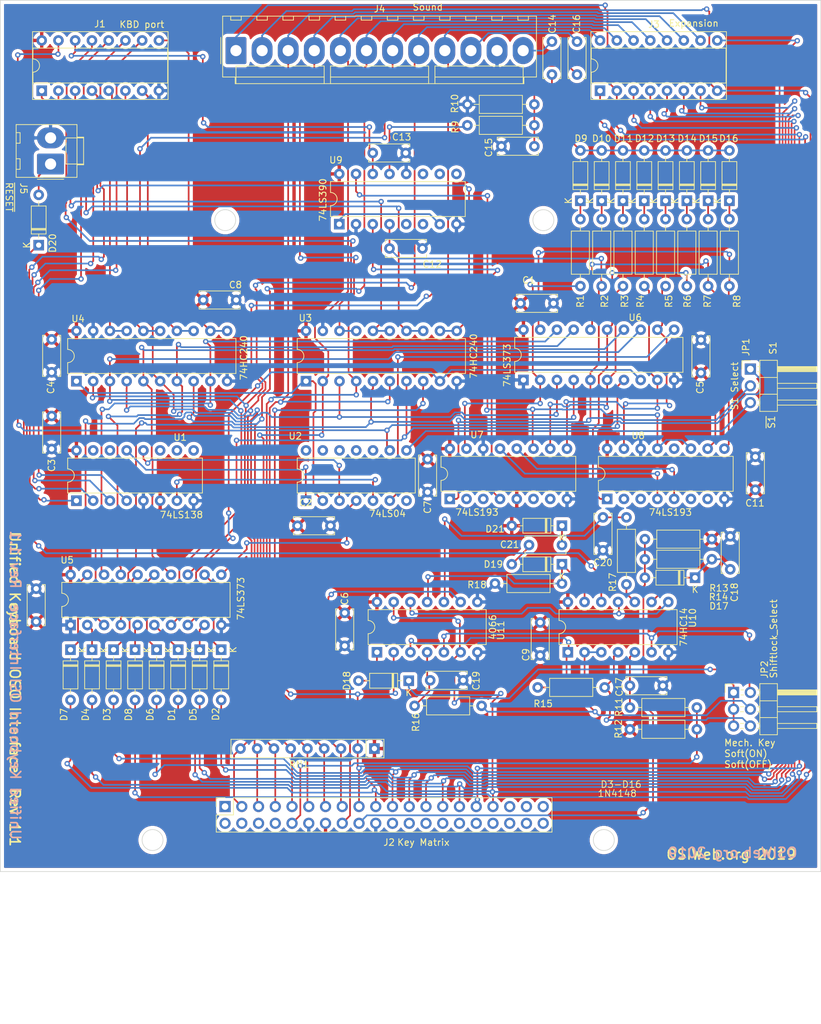
<source format=kicad_pcb>
(kicad_pcb (version 20171130) (host pcbnew "(5.1.6-0-10_14)")
  (title_block (title "Unified Retro Keyboard") (date 2019-12-13) (rev 2.5))
  (layers (0 F.Cu signal) (31 B.Cu signal) (34 B.Paste user) (35 F.Paste user) (36 B.SilkS user) (37 F.SilkS user) (38 B.Mask user) (39 F.Mask user) (44 Edge.Cuts user))
  (net 0 "")
  (net 1 +5V)
  (net 2 /Row3)
  (net 3 /Row0)
  (net 4 /Row1)
  (net 5 /Row4)
  (net 6 /Row5)
  (net 7 /Row7)
  (net 8 /Col0)
  (net 9 /Col1)
  (net 10 /Col2)
  (net 11 /Col3)
  (net 12 /Col4)
  (net 13 /Col5)
  (net 14 /Col6)
  (net 15 /Col7)
  (net 16 /Row6)
  (net 17 /Row2)
  (net 18 GND)
  (net 19 /NI)
  (net 20 "Net-(C14-Pad2)")
  (net 21 /Sound/Noise1)
  (net 22 "Net-(C15-Pad1)")
  (net 23 /Sound/Noise2)
  (net 24 "Net-(C17-Pad2)")
  (net 25 "Net-(C18-Pad1)")
  (net 26 "Net-(C19-Pad2)")
  (net 27 "Net-(C20-Pad1)")
  (net 28 "Net-(D1-Pad1)")
  (net 29 "Net-(D2-Pad1)")
  (net 30 "Net-(D3-Pad1)")
  (net 31 "Net-(D4-Pad1)")
  (net 32 "Net-(D5-Pad1)")
  (net 33 "Net-(D6-Pad1)")
  (net 34 "Net-(D7-Pad1)")
  (net 35 "Net-(D8-Pad1)")
  (net 36 "Net-(D9-Pad1)")
  (net 37 "Net-(D10-Pad1)")
  (net 38 "Net-(D11-Pad1)")
  (net 39 "Net-(D12-Pad1)")
  (net 40 "Net-(D13-Pad1)")
  (net 41 "Net-(D14-Pad1)")
  (net 42 "Net-(D15-Pad1)")
  (net 43 "Net-(D16-Pad1)")
  (net 44 /special_keys/Break_1)
  (net 45 "Net-(D18-Pad2)")
  (net 46 /D6)
  (net 47 /D5)
  (net 48 /~KBE)
  (net 49 /D4)
  (net 50 /~A1)
  (net 51 /D3)
  (net 52 /~A0)
  (net 53 /D2)
  (net 54 /R-~W)
  (net 55 /D1)
  (net 56 /D7)
  (net 57 /D0)
  (net 58 "Net-(J2-Pad40)")
  (net 59 "Net-(J2-Pad39)")
  (net 60 "Net-(J2-Pad38)")
  (net 61 "Net-(J2-Pad37)")
  (net 62 "Net-(J2-Pad36)")
  (net 63 "Net-(J2-Pad35)")
  (net 64 "Net-(J2-Pad34)")
  (net 65 "Net-(J2-Pad32)")
  (net 66 "Net-(J2-Pad30)")
  (net 67 "Net-(J2-Pad28)")
  (net 68 "Net-(J2-Pad26)")
  (net 69 "Net-(J2-Pad24)")
  (net 70 "Net-(J2-Pad22)")
  (net 71 /special_keys/ShiftLock_LED-)
  (net 72 /special_keys/ShiftLock_1)
  (net 73 "Net-(J2-Pad8)")
  (net 74 "Net-(J2-Pad6)")
  (net 75 "Net-(J2-Pad4)")
  (net 76 "Net-(J2-Pad2)")
  (net 77 "Net-(J2-Pad1)")
  (net 78 "Net-(JP1-Pad3)")
  (net 79 /Sound/S0)
  (net 80 /Sound/S1)
  (net 81 /Sound/S2)
  (net 82 /Sound/S3)
  (net 83 /Sound/S4)
  (net 84 /Sound/S5)
  (net 85 /Sound/S6)
  (net 86 /Sound/S7)
  (net 87 "Net-(R9-Pad2)")
  (net 88 "Net-(R15-Pad1)")
  (net 89 "Net-(R17-Pad2)")
  (net 90 /Sound/SOUND_EN)
  (net 91 /Sound/KD3)
  (net 92 /Sound/KD2)
  (net 93 /Sound/KD1)
  (net 94 /Sound/KD0)
  (net 95 /Sound/KD7)
  (net 96 /Sound/KD6)
  (net 97 /Sound/KD5)
  (net 98 /Sound/KD4)
  (net 99 "Net-(U8-Pad7)")
  (net 100 "Net-(U8-Pad6)")
  (net 101 "Net-(U8-Pad12)")
  (net 102 "Net-(U8-Pad3)")
  (net 103 "Net-(U8-Pad2)")
  (net 104 "Net-(U9-Pad6)")
  (net 105 "Net-(U10-Pad11)")
  (net 106 /special_keys/~RESET)
  (net 107 "Net-(C21-Pad2)")
  (net 108 "Net-(D19-Pad1)")
  (net 109 "Net-(U1-Pad15)")
  (net 110 "Net-(U1-Pad7)")
  (net 111 "Net-(U1-Pad14)")
  (net 112 "Net-(U1-Pad13)")
  (net 113 "Net-(U1-Pad12)")
  (net 114 "Net-(U1-Pad11)")
  (net 115 "Net-(U1-Pad10)")
  (net 116 "Net-(U1-Pad9)")
  (net 117 "Net-(U2-Pad4)")
  (net 118 "Net-(U2-Pad2)")
  (net 119 "Net-(U7-Pad7)")
  (net 120 "Net-(U7-Pad6)")
  (net 121 "Net-(U7-Pad13)")
  (net 122 "Net-(U7-Pad12)")
  (net 123 "Net-(U7-Pad4)")
  (net 124 "Net-(U7-Pad11)")
  (net 125 "Net-(U7-Pad3)")
  (net 126 "Net-(U7-Pad2)")
  (net 127 "Net-(U9-Pad1)")
  (net 128 "Net-(U9-Pad5)")
  (net 129 "Net-(U9-Pad11)")
  (net 130 "Net-(U9-Pad10)")
  (net 131 "Net-(U9-Pad9)")
  (net 132 "Net-(D20-Pad1)")
  (net 133 /~S1)
  (net 134 "Net-(C21-Pad1)")
  (net 135 "Net-(JP2-Pad6)")
  (net 136 "Net-(JP2-Pad1)")
  (net 137 "Net-(JP2-Pad4)")
  (net 138 "Net-(JP2-Pad2)")
  (module Diode_THT:D_DO-35_SOD27_P7.62mm_Horizontal (layer F.Cu) (at 161.775 149.252 270)
    (fp_text reference D7 (at 9.8425 0.9915 90) (layer F.SilkS))
    (fp_text value 1N4148)
    (fp_text user K (at 0 -1.8 90) (layer F.SilkS))
    (pad 2 thru_hole oval (at 7.62 0 270) (size 1.6 1.6) (drill 0.8) (layers *.Cu *.Mask) (net 7 /Row7))
    (pad 1 thru_hole rect (at 0 0 270) (size 1.6 1.6) (drill 0.8) (layers *.Cu *.Mask) (net 34 "Net-(D7-Pad1)"))
  )
  (module Diode_THT:D_DO-35_SOD27_P7.62mm_Horizontal (layer F.Cu) (at 165.040714 149.252 270)
    (fp_text reference D4 (at 9.8425 0.9915 90) (layer F.SilkS))
    (fp_text value 1N4148)
    (fp_text user K (at 0 -1.8 90) (layer F.SilkS))
    (pad 2 thru_hole oval (at 7.62 0 270) (size 1.6 1.6) (drill 0.8) (layers *.Cu *.Mask) (net 3 /Row0))
    (pad 1 thru_hole rect (at 0 0 270) (size 1.6 1.6) (drill 0.8) (layers *.Cu *.Mask) (net 31 "Net-(D4-Pad1)"))
  )
  (module Diode_THT:D_DO-35_SOD27_P7.62mm_Horizontal (layer F.Cu) (at 168.306428 149.252 270)
    (fp_text reference D3 (at 9.8425 0.9915 90) (layer F.SilkS))
    (fp_text value 1N4148)
    (fp_text user K (at 0 -1.8 90) (layer F.SilkS))
    (pad 2 thru_hole oval (at 7.62 0 270) (size 1.6 1.6) (drill 0.8) (layers *.Cu *.Mask) (net 16 /Row6))
    (pad 1 thru_hole rect (at 0 0 270) (size 1.6 1.6) (drill 0.8) (layers *.Cu *.Mask) (net 30 "Net-(D3-Pad1)"))
  )
  (module Diode_THT:D_DO-35_SOD27_P7.62mm_Horizontal (layer F.Cu) (at 171.572142 149.252 270)
    (fp_text reference D8 (at 9.8425 0.9915 90) (layer F.SilkS))
    (fp_text value 1N4148)
    (fp_text user K (at 0 -1.8 90) (layer F.SilkS))
    (pad 2 thru_hole oval (at 7.62 0 270) (size 1.6 1.6) (drill 0.8) (layers *.Cu *.Mask) (net 4 /Row1))
    (pad 1 thru_hole rect (at 0 0 270) (size 1.6 1.6) (drill 0.8) (layers *.Cu *.Mask) (net 35 "Net-(D8-Pad1)"))
  )
  (module Diode_THT:D_DO-35_SOD27_P7.62mm_Horizontal (layer F.Cu) (at 236.324 130.456 180)
    (fp_text reference D21 (at 10.16 -0.508) (layer F.SilkS))
    (fp_text value 1N4148)
    (fp_text user K (at 0 -1.8) (layer F.SilkS))
    (pad 2 thru_hole oval (at 7.62 0 180) (size 1.6 1.6) (drill 0.8) (layers *.Cu *.Mask) (net 1 +5V))
    (pad 1 thru_hole rect (at 0 0 180) (size 1.6 1.6) (drill 0.8) (layers *.Cu *.Mask) (net 134 "Net-(C21-Pad1)"))
  )
  (module Diode_THT:D_DO-35_SOD27_P7.62mm_Horizontal (layer F.Cu) (at 156.949 87.911 90)
    (fp_text reference D20 (at 0.29972 2.11836 90) (layer F.SilkS))
    (fp_text value 1N4148)
    (fp_text user K (at 0 -1.8 90) (layer F.SilkS))
    (pad 2 thru_hole oval (at 7.62 0 90) (size 1.6 1.6) (drill 0.8) (layers *.Cu *.Mask) (net 106 /special_keys/~RESET))
    (pad 1 thru_hole rect (at 0 0 90) (size 1.6 1.6) (drill 0.8) (layers *.Cu *.Mask) (net 132 "Net-(D20-Pad1)"))
  )
  (module Diode_THT:D_DO-35_SOD27_P7.62mm_Horizontal (layer F.Cu) (at 236.324 136.298 180)
    (fp_text reference D19 (at 10.414 0) (layer F.SilkS))
    (fp_text value 1N4148)
    (fp_text user K (at 0 -1.8) (layer F.SilkS))
    (pad 2 thru_hole oval (at 7.62 0 180) (size 1.6 1.6) (drill 0.8) (layers *.Cu *.Mask) (net 107 "Net-(C21-Pad2)"))
    (pad 1 thru_hole rect (at 0 0 180) (size 1.6 1.6) (drill 0.8) (layers *.Cu *.Mask) (net 108 "Net-(D19-Pad1)"))
  )
  (module Diode_THT:D_DO-35_SOD27_P7.62mm_Horizontal (layer F.Cu) (at 213.083 153.951 180)
    (fp_text reference D18 (at 9.398 0 90) (layer F.SilkS))
    (fp_text value 1N4148)
    (fp_text user K (at 0 -1.8) (layer F.SilkS))
    (pad 2 thru_hole oval (at 7.62 0 180) (size 1.6 1.6) (drill 0.8) (layers *.Cu *.Mask) (net 45 "Net-(D18-Pad2)"))
    (pad 1 thru_hole rect (at 0 0 180) (size 1.6 1.6) (drill 0.8) (layers *.Cu *.Mask) (net 3 /Row0))
  )
  (module Diode_THT:D_DO-35_SOD27_P7.62mm_Horizontal (layer F.Cu) (at 256.517 138.33 180)
    (fp_text reference D17 (at -3.6195 -4.318) (layer F.SilkS))
    (fp_text value 1N4148)
    (fp_text user K (at 0 -1.8) (layer F.SilkS))
    (pad 2 thru_hole oval (at 7.62 0 180) (size 1.6 1.6) (drill 0.8) (layers *.Cu *.Mask) (net 44 /special_keys/Break_1))
    (pad 1 thru_hole rect (at 0 0 180) (size 1.6 1.6) (drill 0.8) (layers *.Cu *.Mask) (net 25 "Net-(C18-Pad1)"))
  )
  (module Diode_THT:D_DO-35_SOD27_P7.62mm_Horizontal (layer F.Cu) (at 261.724 81.18 90)
    (fp_text reference D16 (at 9.4234 -0.1016 180) (layer F.SilkS))
    (fp_text value 1N4148)
    (fp_text user K (at 0 -1.8 90) (layer F.SilkS))
    (pad 2 thru_hole oval (at 7.62 0 90) (size 1.6 1.6) (drill 0.8) (layers *.Cu *.Mask) (net 20 "Net-(C14-Pad2)"))
    (pad 1 thru_hole rect (at 0 0 90) (size 1.6 1.6) (drill 0.8) (layers *.Cu *.Mask) (net 43 "Net-(D16-Pad1)"))
  )
  (module Diode_THT:D_DO-35_SOD27_P7.62mm_Horizontal (layer F.Cu) (at 258.494568 81.18 90)
    (fp_text reference D15 (at 9.4234 0.041732 180) (layer F.SilkS))
    (fp_text value 1N4148)
    (fp_text user K (at 0 -1.8 90) (layer F.SilkS))
    (pad 2 thru_hole oval (at 7.62 0 90) (size 1.6 1.6) (drill 0.8) (layers *.Cu *.Mask) (net 20 "Net-(C14-Pad2)"))
    (pad 1 thru_hole rect (at 0 0 90) (size 1.6 1.6) (drill 0.8) (layers *.Cu *.Mask) (net 42 "Net-(D15-Pad1)"))
  )
  (module Diode_THT:D_DO-35_SOD27_P7.62mm_Horizontal (layer F.Cu) (at 255.26514 81.18 90)
    (fp_text reference D14 (at 9.4234 0.04536 180) (layer F.SilkS))
    (fp_text value 1N4148)
    (fp_text user K (at 0 -1.8 90) (layer F.SilkS))
    (pad 2 thru_hole oval (at 7.62 0 90) (size 1.6 1.6) (drill 0.8) (layers *.Cu *.Mask) (net 20 "Net-(C14-Pad2)"))
    (pad 1 thru_hole rect (at 0 0 90) (size 1.6 1.6) (drill 0.8) (layers *.Cu *.Mask) (net 41 "Net-(D14-Pad1)"))
  )
  (module Diode_THT:D_DO-35_SOD27_P7.62mm_Horizontal (layer F.Cu) (at 252.035712 81.18 90)
    (fp_text reference D13 (at 9.4234 -0.001812 180) (layer F.SilkS))
    (fp_text value 1N4148)
    (fp_text user K (at 0 -1.8 90) (layer F.SilkS))
    (pad 2 thru_hole oval (at 7.62 0 90) (size 1.6 1.6) (drill 0.8) (layers *.Cu *.Mask) (net 20 "Net-(C14-Pad2)"))
    (pad 1 thru_hole rect (at 0 0 90) (size 1.6 1.6) (drill 0.8) (layers *.Cu *.Mask) (net 40 "Net-(D13-Pad1)"))
  )
  (module Diode_THT:D_DO-35_SOD27_P7.62mm_Horizontal (layer F.Cu) (at 248.806284 81.18 90)
    (fp_text reference D12 (at 9.4234 0.039916 180) (layer F.SilkS))
    (fp_text value 1N4148)
    (fp_text user K (at 0 -1.8 90) (layer F.SilkS))
    (pad 2 thru_hole oval (at 7.62 0 90) (size 1.6 1.6) (drill 0.8) (layers *.Cu *.Mask) (net 20 "Net-(C14-Pad2)"))
    (pad 1 thru_hole rect (at 0 0 90) (size 1.6 1.6) (drill 0.8) (layers *.Cu *.Mask) (net 39 "Net-(D12-Pad1)"))
  )
  (module Diode_THT:D_DO-35_SOD27_P7.62mm_Horizontal (layer F.Cu) (at 245.576856 81.18 90)
    (fp_text reference D11 (at 9.4234 0.081644 180) (layer F.SilkS))
    (fp_text value 1N4148)
    (fp_text user K (at 0 -1.8 90) (layer F.SilkS))
    (pad 2 thru_hole oval (at 7.62 0 90) (size 1.6 1.6) (drill 0.8) (layers *.Cu *.Mask) (net 20 "Net-(C14-Pad2)"))
    (pad 1 thru_hole rect (at 0 0 90) (size 1.6 1.6) (drill 0.8) (layers *.Cu *.Mask) (net 38 "Net-(D11-Pad1)"))
  )
  (module Diode_THT:D_DO-35_SOD27_P7.62mm_Horizontal (layer F.Cu) (at 242.347428 81.18 90)
    (fp_text reference D10 (at 9.4234 -0.003628 180) (layer F.SilkS))
    (fp_text value 1N4148)
    (fp_text user K (at 0 -1.8 90) (layer F.SilkS))
    (pad 2 thru_hole oval (at 7.62 0 90) (size 1.6 1.6) (drill 0.8) (layers *.Cu *.Mask) (net 20 "Net-(C14-Pad2)"))
    (pad 1 thru_hole rect (at 0 0 90) (size 1.6 1.6) (drill 0.8) (layers *.Cu *.Mask) (net 37 "Net-(D10-Pad1)"))
  )
  (module Diode_THT:D_DO-35_SOD27_P7.62mm_Horizontal (layer F.Cu) (at 239.118 81.18 90)
    (fp_text reference D9 (at 9.4234 0.0889 180) (layer F.SilkS))
    (fp_text value 1N4148)
    (fp_text user K (at 0 -1.8 90) (layer F.SilkS))
    (pad 2 thru_hole oval (at 7.62 0 90) (size 1.6 1.6) (drill 0.8) (layers *.Cu *.Mask) (net 20 "Net-(C14-Pad2)"))
    (pad 1 thru_hole rect (at 0 0 90) (size 1.6 1.6) (drill 0.8) (layers *.Cu *.Mask) (net 36 "Net-(D9-Pad1)"))
  )
  (module Connector_PinHeader_2.54mm:PinHeader_2x03_P2.54mm_Horizontal (layer F.Cu) (at 262.359 155.729)
    (fp_text reference JP2 (at 4.6863 -3.4671 90) (layer F.SilkS))
    (fp_text value Shiftlock_Select (at 6.0833 -8.1407 90) (layer F.SilkS))
    (pad 6 thru_hole oval (at 2.54 5.08) (size 1.7 1.7) (drill 1) (layers *.Cu *.Mask) (net 135 "Net-(JP2-Pad6)"))
    (pad 5 thru_hole oval (at 0 5.08) (size 1.7 1.7) (drill 1) (layers *.Cu *.Mask) (net 136 "Net-(JP2-Pad1)"))
    (pad 4 thru_hole oval (at 2.54 2.54) (size 1.7 1.7) (drill 1) (layers *.Cu *.Mask) (net 137 "Net-(JP2-Pad4)"))
    (pad 3 thru_hole oval (at 0 2.54) (size 1.7 1.7) (drill 1) (layers *.Cu *.Mask) (net 136 "Net-(JP2-Pad1)"))
    (pad 2 thru_hole oval (at 2.54 0) (size 1.7 1.7) (drill 1) (layers *.Cu *.Mask) (net 138 "Net-(JP2-Pad2)"))
    (pad 1 thru_hole rect (at 0 0) (size 1.7 1.7) (drill 1) (layers *.Cu *.Mask) (net 136 "Net-(JP2-Pad1)"))
  )
  (module Connector_Molex:Molex_KK-396_A-41791-0012_1x12_P3.96mm_Vertical (layer F.Cu) (at 186.87435 58.42)
    (fp_text reference J4 (at 21.78 -6.31) (layer F.SilkS))
    (fp_text value Sound (at 29.09155 -6.5897) (layer F.SilkS))
    (pad 12 thru_hole oval (at 43.56 0) (size 3.16 4.1) (drill 1.7) (layers *.Cu *.Mask) (net 21 /Sound/Noise1))
    (pad 11 thru_hole oval (at 39.6 0) (size 3.16 4.1) (drill 1.7) (layers *.Cu *.Mask) (net 18 GND))
    (pad 10 thru_hole oval (at 35.64 0) (size 3.16 4.1) (drill 1.7) (layers *.Cu *.Mask) (net 23 /Sound/Noise2))
    (pad 9 thru_hole oval (at 31.68 0) (size 3.16 4.1) (drill 1.7) (layers *.Cu *.Mask) (net 15 /Col7))
    (pad 8 thru_hole oval (at 27.72 0) (size 3.16 4.1) (drill 1.7) (layers *.Cu *.Mask) (net 14 /Col6))
    (pad 7 thru_hole oval (at 23.76 0) (size 3.16 4.1) (drill 1.7) (layers *.Cu *.Mask) (net 13 /Col5))
    (pad 6 thru_hole oval (at 19.8 0) (size 3.16 4.1) (drill 1.7) (layers *.Cu *.Mask) (net 12 /Col4))
    (pad 5 thru_hole oval (at 15.84 0) (size 3.16 4.1) (drill 1.7) (layers *.Cu *.Mask) (net 11 /Col3))
    (pad 4 thru_hole oval (at 11.88 0) (size 3.16 4.1) (drill 1.7) (layers *.Cu *.Mask) (net 10 /Col2))
    (pad 3 thru_hole oval (at 7.92 0) (size 3.16 4.1) (drill 1.7) (layers *.Cu *.Mask) (net 9 /Col1))
    (pad 2 thru_hole oval (at 3.96 0) (size 3.16 4.1) (drill 1.7) (layers *.Cu *.Mask) (net 7 /Row7))
    (pad 1 thru_hole roundrect (at 0 0) (size 3.16 4.1) (drill 1.7) (layers *.Cu *.Mask) (roundrect_rratio 0.079114) (net 4 /Row1))
  )
  (module Package_DIP:DIP-14_W7.62mm (layer F.Cu) (at 237.213 149.633 90)
    (fp_text reference U10 (at 5.207 18.923 90) (layer F.SilkS))
    (fp_text value 74HC14 (at 3.81 17.57 90) (layer F.SilkS))
    (pad 14 thru_hole oval (at 7.62 0 90) (size 1.6 1.6) (drill 0.8) (layers *.Cu *.Mask) (net 1 +5V))
    (pad 7 thru_hole oval (at 0 15.24 90) (size 1.6 1.6) (drill 0.8) (layers *.Cu *.Mask) (net 18 GND))
    (pad 13 thru_hole oval (at 7.62 2.54 90) (size 1.6 1.6) (drill 0.8) (layers *.Cu *.Mask) (net 108 "Net-(D19-Pad1)"))
    (pad 6 thru_hole oval (at 0 12.7 90) (size 1.6 1.6) (drill 0.8) (layers *.Cu *.Mask) (net 138 "Net-(JP2-Pad2)"))
    (pad 12 thru_hole oval (at 7.62 5.08 90) (size 1.6 1.6) (drill 0.8) (layers *.Cu *.Mask) (net 132 "Net-(D20-Pad1)"))
    (pad 5 thru_hole oval (at 0 10.16 90) (size 1.6 1.6) (drill 0.8) (layers *.Cu *.Mask) (net 24 "Net-(C17-Pad2)"))
    (pad 11 thru_hole oval (at 7.62 7.62 90) (size 1.6 1.6) (drill 0.8) (layers *.Cu *.Mask) (net 105 "Net-(U10-Pad11)"))
    (pad 4 thru_hole oval (at 0 7.62 90) (size 1.6 1.6) (drill 0.8) (layers *.Cu *.Mask) (net 135 "Net-(JP2-Pad6)"))
    (pad 10 thru_hole oval (at 7.62 10.16 90) (size 1.6 1.6) (drill 0.8) (layers *.Cu *.Mask) (net 89 "Net-(R17-Pad2)"))
    (pad 3 thru_hole oval (at 0 5.08 90) (size 1.6 1.6) (drill 0.8) (layers *.Cu *.Mask) (net 137 "Net-(JP2-Pad4)"))
    (pad 9 thru_hole oval (at 7.62 12.7 90) (size 1.6 1.6) (drill 0.8) (layers *.Cu *.Mask) (net 25 "Net-(C18-Pad1)"))
    (pad 2 thru_hole oval (at 0 2.54 90) (size 1.6 1.6) (drill 0.8) (layers *.Cu *.Mask) (net 137 "Net-(JP2-Pad4)"))
    (pad 8 thru_hole oval (at 7.62 15.24 90) (size 1.6 1.6) (drill 0.8) (layers *.Cu *.Mask) (net 105 "Net-(U10-Pad11)"))
    (pad 1 thru_hole rect (at 0 0 90) (size 1.6 1.6) (drill 0.8) (layers *.Cu *.Mask) (net 88 "Net-(R15-Pad1)"))
  )
  (module Connector_PinHeader_2.54mm:PinHeader_1x03_P2.54mm_Horizontal (layer F.Cu) (at 264.899 106.707)
    (fp_text reference JP1 (at -0.67056 -3.33756 90) (layer F.SilkS))
    (fp_text value "S1 Select" (at -2.37236 2.57048 90) (layer F.SilkS))
    (pad 3 thru_hole oval (at 0 5.08) (size 1.7 1.7) (drill 1) (layers *.Cu *.Mask) (net 78 "Net-(JP1-Pad3)"))
    (pad 2 thru_hole oval (at 0 2.54) (size 1.7 1.7) (drill 1) (layers *.Cu *.Mask) (net 80 /Sound/S1))
    (pad 1 thru_hole rect (at 0 0) (size 1.7 1.7) (drill 1) (layers *.Cu *.Mask) (net 133 /~S1))
  )
  (module Connector_Molex:Molex_KK-396_A-41791-0002_1x02_P3.96mm_Vertical (layer F.Cu) (at 158.75 75.6174 90)
    (fp_text reference J5 (at -3.70332 -4.087 270 unlocked) (layer F.SilkS))
    (fp_text value ~RESET~ (at -5.0292 -6.2841 270 unlocked) (layer F.SilkS))
    (pad 2 thru_hole oval (at 3.96 0 90) (size 3.16 4.1) (drill 1.7) (layers *.Cu *.Mask) (net 18 GND))
    (pad 1 thru_hole roundrect (at 0 0 90) (size 3.16 4.1) (drill 1.7) (layers *.Cu *.Mask) (roundrect_rratio 0.079114) (net 106 /special_keys/~RESET))
  )
  (module Capacitor_THT:C_Disc_D6.0mm_W2.5mm_P5.00mm (layer F.Cu) (at 236.324 133.377 180)
    (fp_text reference C21 (at 7.9375 0.0635) (layer F.SilkS))
    (fp_text value 10uF)
    (pad 2 thru_hole circle (at 5 0 180) (size 1.6 1.6) (drill 0.8) (layers *.Cu *.Mask) (net 107 "Net-(C21-Pad2)"))
    (pad 1 thru_hole circle (at 0 0 180) (size 1.6 1.6) (drill 0.8) (layers *.Cu *.Mask) (net 134 "Net-(C21-Pad1)"))
  )
  (module Capacitor_THT:C_Disc_D6.0mm_W2.5mm_P5.00mm (layer F.Cu) (at 242.547 129.186 270)
    (fp_text reference C20 (at 6.858 0 180) (layer F.SilkS))
    (fp_text value "0.1 uF")
    (pad 2 thru_hole circle (at 5 0 270) (size 1.6 1.6) (drill 0.8) (layers *.Cu *.Mask) (net 18 GND))
    (pad 1 thru_hole circle (at 0 0 270) (size 1.6 1.6) (drill 0.8) (layers *.Cu *.Mask) (net 27 "Net-(C20-Pad1)"))
  )
  (module Capacitor_THT:C_Disc_D6.0mm_W2.5mm_P5.00mm (layer F.Cu) (at 221.338 153.8875 180)
    (fp_text reference C19 (at -1.9685 -0.0635 90) (layer F.SilkS))
    (fp_text value 0.1uF)
    (pad 2 thru_hole circle (at 5 0 180) (size 1.6 1.6) (drill 0.8) (layers *.Cu *.Mask) (net 26 "Net-(C19-Pad2)"))
    (pad 1 thru_hole circle (at 0 0 180) (size 1.6 1.6) (drill 0.8) (layers *.Cu *.Mask) (net 18 GND))
  )
  (module Capacitor_THT:C_Disc_D6.0mm_W2.5mm_P5.00mm (layer F.Cu) (at 261.851 137.06 90)
    (fp_text reference C18 (at -3.4925 0.635 270) (layer F.SilkS))
    (fp_text value "6.8 uF")
    (pad 2 thru_hole circle (at 5 0 90) (size 1.6 1.6) (drill 0.8) (layers *.Cu *.Mask) (net 18 GND))
    (pad 1 thru_hole circle (at 0 0 90) (size 1.6 1.6) (drill 0.8) (layers *.Cu *.Mask) (net 25 "Net-(C18-Pad1)"))
  )
  (module Capacitor_THT:C_Disc_D6.0mm_W2.5mm_P5.00mm (layer F.Cu) (at 251.6275 154.713 180)
    (fp_text reference C17 (at 6.604 -0.1905 90) (layer F.SilkS))
    (fp_text value 0.33uF)
    (pad 2 thru_hole circle (at 5 0 180) (size 1.6 1.6) (drill 0.8) (layers *.Cu *.Mask) (net 24 "Net-(C17-Pad2)"))
    (pad 1 thru_hole circle (at 0 0 180) (size 1.6 1.6) (drill 0.8) (layers *.Cu *.Mask) (net 18 GND))
  )
  (module Capacitor_THT:C_Disc_D6.0mm_W2.5mm_P5.00mm (layer F.Cu) (at 238.61 57.05 270)
    (fp_text reference C16 (at -2.667 0.0635 90) (layer F.SilkS))
    (fp_text value C)
    (pad 2 thru_hole circle (at 5 0 270) (size 1.6 1.6) (drill 0.8) (layers *.Cu *.Mask) (net 22 "Net-(C15-Pad1)"))
    (pad 1 thru_hole circle (at 0 0 270) (size 1.6 1.6) (drill 0.8) (layers *.Cu *.Mask) (net 23 /Sound/Noise2))
  )
  (module Capacitor_THT:C_Disc_D6.0mm_W2.5mm_P5.00mm (layer F.Cu) (at 232.133 72.925 180)
    (fp_text reference C15 (at 6.9215 -0.1905 270) (layer F.SilkS))
    (fp_text value C)
    (pad 2 thru_hole circle (at 5 0 180) (size 1.6 1.6) (drill 0.8) (layers *.Cu *.Mask) (net 18 GND))
    (pad 1 thru_hole circle (at 0 0 180) (size 1.6 1.6) (drill 0.8) (layers *.Cu *.Mask) (net 22 "Net-(C15-Pad1)"))
  )
  (module Capacitor_THT:C_Disc_D6.0mm_W2.5mm_P5.00mm (layer F.Cu) (at 234.8 57.05 270)
    (fp_text reference C14 (at -2.667 -0.0635 90) (layer F.SilkS))
    (fp_text value 33uF)
    (pad 2 thru_hole circle (at 5 0 270) (size 1.6 1.6) (drill 0.8) (layers *.Cu *.Mask) (net 20 "Net-(C14-Pad2)"))
    (pad 1 thru_hole circle (at 0 0 270) (size 1.6 1.6) (drill 0.8) (layers *.Cu *.Mask) (net 21 /Sound/Noise1))
  )
  (module Capacitor_THT:C_Disc_D6.0mm_W2.5mm_P5.00mm (layer F.Cu) (at 207.622 73.941)
    (fp_text reference C13 (at 4.3815 -2.413) (layer F.SilkS))
    (fp_text value "220 pF")
    (pad 2 thru_hole circle (at 5 0) (size 1.6 1.6) (drill 0.8) (layers *.Cu *.Mask) (net 18 GND))
    (pad 1 thru_hole circle (at 0 0) (size 1.6 1.6) (drill 0.8) (layers *.Cu *.Mask) (net 19 /NI))
  )
  (module Capacitor_THT:C_Disc_D6.0mm_W2.5mm_P5.00mm (layer F.Cu) (at 210.162 88.419)
    (fp_text reference C12 (at 6.477 2.413) (layer F.SilkS))
    (fp_text value "220 pF")
    (pad 2 thru_hole circle (at 5 0) (size 1.6 1.6) (drill 0.8) (layers *.Cu *.Mask) (net 18 GND))
    (pad 1 thru_hole circle (at 0 0) (size 1.6 1.6) (drill 0.8) (layers *.Cu *.Mask) (net 80 /Sound/S1))
  )
  (module Capacitor_THT:C_Disc_D6.0mm_W2.5mm_P5.00mm (layer F.Cu) (at 265.661 124.995 90)
    (fp_text reference C11 (at -2.032 -0.0635 180) (layer F.SilkS))
    (fp_text value "0.1 uF")
    (pad 2 thru_hole circle (at 5 0 90) (size 1.6 1.6) (drill 0.8) (layers *.Cu *.Mask) (net 18 GND))
    (pad 1 thru_hole circle (at 0 0 90) (size 1.6 1.6) (drill 0.8) (layers *.Cu *.Mask) (net 1 +5V))
  )
  (module Capacitor_THT:C_Disc_D6.0mm_W2.5mm_P5.00mm (layer F.Cu) (at 156.568 144.9975 90)
    (fp_text reference C10 (at 1.25 -3.5 90) (layer F.SilkS))
    (fp_text value "0.1 uF")
    (pad 2 thru_hole circle (at 5 0 90) (size 1.6 1.6) (drill 0.8) (layers *.Cu *.Mask) (net 18 GND))
    (pad 1 thru_hole circle (at 0 0 90) (size 1.6 1.6) (drill 0.8) (layers *.Cu *.Mask) (net 1 +5V))
  )
  (module Capacitor_THT:C_Disc_D6.0mm_W2.5mm_P5.00mm (layer F.Cu) (at 233.022 145.1245 270)
    (fp_text reference C9 (at 4.8895 2.159 90) (layer F.SilkS))
    (fp_text value 0.1uF)
    (pad 2 thru_hole circle (at 5 0 270) (size 1.6 1.6) (drill 0.8) (layers *.Cu *.Mask) (net 18 GND))
    (pad 1 thru_hole circle (at 0 0 270) (size 1.6 1.6) (drill 0.8) (layers *.Cu *.Mask) (net 1 +5V))
  )
  (module Capacitor_THT:C_Disc_D6.0mm_W2.5mm_P5.00mm (layer F.Cu) (at 181.9045 96.2295)
    (fp_text reference C8 (at 4.8895 -2.286) (layer F.SilkS))
    (fp_text value 0.1uF)
    (pad 2 thru_hole circle (at 5 0) (size 1.6 1.6) (drill 0.8) (layers *.Cu *.Mask) (net 18 GND))
    (pad 1 thru_hole circle (at 0 0) (size 1.6 1.6) (drill 0.8) (layers *.Cu *.Mask) (net 1 +5V))
  )
  (module Capacitor_THT:C_Disc_D6.0mm_W2.5mm_P5.00mm (layer F.Cu) (at 215.9405 120.3595 270)
    (fp_text reference C7 (at 7.3025 0 90) (layer F.SilkS))
    (fp_text value 0.1uF)
    (pad 2 thru_hole circle (at 5 0 270) (size 1.6 1.6) (drill 0.8) (layers *.Cu *.Mask) (net 18 GND))
    (pad 1 thru_hole circle (at 0 0 270) (size 1.6 1.6) (drill 0.8) (layers *.Cu *.Mask) (net 1 +5V))
  )
  (module Capacitor_THT:C_Disc_D6.0mm_W2.5mm_P5.00mm (layer F.Cu) (at 203.3675 143.664 270)
    (fp_text reference C6 (at -2.159 0 90) (layer F.SilkS))
    (fp_text value 0.1uF)
    (pad 2 thru_hole circle (at 5 0 270) (size 1.6 1.6) (drill 0.8) (layers *.Cu *.Mask) (net 18 GND))
    (pad 1 thru_hole circle (at 0 0 270) (size 1.6 1.6) (drill 0.8) (layers *.Cu *.Mask) (net 1 +5V))
  )
  (module Capacitor_THT:C_Disc_D6.0mm_W2.5mm_P5.00mm (layer F.Cu) (at 257.406 107.2785 90)
    (fp_text reference C5 (at -2.2225 -0.127 90) (layer F.SilkS))
    (fp_text value 0.1uF)
    (pad 2 thru_hole circle (at 5 0 90) (size 1.6 1.6) (drill 0.8) (layers *.Cu *.Mask) (net 18 GND))
    (pad 1 thru_hole circle (at 0 0 90) (size 1.6 1.6) (drill 0.8) (layers *.Cu *.Mask) (net 1 +5V))
  )
  (module Capacitor_THT:C_Disc_D6.0mm_W2.5mm_P5.00mm (layer F.Cu) (at 158.9175 102.1985 270)
    (fp_text reference C4 (at 7.3025 0.127 90) (layer F.SilkS))
    (fp_text value 0.1uF)
    (pad 2 thru_hole circle (at 5 0 270) (size 1.6 1.6) (drill 0.8) (layers *.Cu *.Mask) (net 18 GND))
    (pad 1 thru_hole circle (at 0 0 270) (size 1.6 1.6) (drill 0.8) (layers *.Cu *.Mask) (net 1 +5V))
  )
  (module Capacitor_THT:C_Disc_D6.0mm_W2.5mm_P5.00mm (layer F.Cu) (at 158.9175 113.819 270)
    (fp_text reference C3 (at 7.493 0 90) (layer F.SilkS))
    (fp_text value 0.1uF)
    (pad 2 thru_hole circle (at 5 0 270) (size 1.6 1.6) (drill 0.8) (layers *.Cu *.Mask) (net 18 GND))
    (pad 1 thru_hole circle (at 0 0 270) (size 1.6 1.6) (drill 0.8) (layers *.Cu *.Mask) (net 1 +5V))
  )
  (module Capacitor_THT:C_Disc_D6.0mm_W2.5mm_P5.00mm (layer F.Cu) (at 196.2085 130.456)
    (fp_text reference C2 (at 1.25 -3.5) (layer F.SilkS))
    (fp_text value 0.1uF)
    (pad 2 thru_hole circle (at 5 0) (size 1.6 1.6) (drill 0.8) (layers *.Cu *.Mask) (net 18 GND))
    (pad 1 thru_hole circle (at 0 0) (size 1.6 1.6) (drill 0.8) (layers *.Cu *.Mask) (net 1 +5V))
  )
  (module Capacitor_THT:C_Disc_D6.0mm_W2.5mm_P5.00mm (layer F.Cu) (at 230.0375 96.7375)
    (fp_text reference C1 (at 1.25 -3.5) (layer F.SilkS))
    (fp_text value 0.1uF)
    (pad 2 thru_hole circle (at 5 0) (size 1.6 1.6) (drill 0.8) (layers *.Cu *.Mask) (net 18 GND))
    (pad 1 thru_hole circle (at 0 0) (size 1.6 1.6) (drill 0.8) (layers *.Cu *.Mask) (net 1 +5V))
  )
  (module Package_DIP:DIP-14_W7.62mm (layer F.Cu) (at 208.257 149.633 90)
    (fp_text reference U11 (at 3.302 18.796 90) (layer F.SilkS))
    (fp_text value 4066 (at 3.81 17.57 90) (layer F.SilkS))
    (pad 14 thru_hole oval (at 7.62 0 90) (size 1.6 1.6) (drill 0.8) (layers *.Cu *.Mask) (net 1 +5V))
    (pad 7 thru_hole oval (at 0 15.24 90) (size 1.6 1.6) (drill 0.8) (layers *.Cu *.Mask) (net 18 GND))
    (pad 13 thru_hole oval (at 7.62 2.54 90) (size 1.6 1.6) (drill 0.8) (layers *.Cu *.Mask) (net 136 "Net-(JP2-Pad1)"))
    (pad 6 thru_hole oval (at 0 12.7 90) (size 1.6 1.6) (drill 0.8) (layers *.Cu *.Mask) (net 136 "Net-(JP2-Pad1)"))
    (pad 12 thru_hole oval (at 7.62 5.08 90) (size 1.6 1.6) (drill 0.8) (layers *.Cu *.Mask) (net 105 "Net-(U10-Pad11)"))
    (pad 5 thru_hole oval (at 0 10.16 90) (size 1.6 1.6) (drill 0.8) (layers *.Cu *.Mask) (net 138 "Net-(JP2-Pad2)"))
    (pad 11 thru_hole oval (at 7.62 7.62 90) (size 1.6 1.6) (drill 0.8) (layers *.Cu *.Mask) (net 108 "Net-(D19-Pad1)"))
    (pad 4 thru_hole oval (at 0 7.62 90) (size 1.6 1.6) (drill 0.8) (layers *.Cu *.Mask) (net 26 "Net-(C19-Pad2)"))
    (pad 10 thru_hole oval (at 7.62 10.16 90) (size 1.6 1.6) (drill 0.8) (layers *.Cu *.Mask) (net 27 "Net-(C20-Pad1)"))
    (pad 3 thru_hole oval (at 0 5.08 90) (size 1.6 1.6) (drill 0.8) (layers *.Cu *.Mask) (net 88 "Net-(R15-Pad1)"))
    (pad 9 thru_hole oval (at 7.62 12.7 90) (size 1.6 1.6) (drill 0.8) (layers *.Cu *.Mask) (net 71 /special_keys/ShiftLock_LED-))
    (pad 2 thru_hole oval (at 0 2.54 90) (size 1.6 1.6) (drill 0.8) (layers *.Cu *.Mask) (net 8 /Col0))
    (pad 8 thru_hole oval (at 7.62 15.24 90) (size 1.6 1.6) (drill 0.8) (layers *.Cu *.Mask) (net 18 GND))
    (pad 1 thru_hole rect (at 0 0 90) (size 1.6 1.6) (drill 0.8) (layers *.Cu *.Mask) (net 45 "Net-(D18-Pad2)"))
  )
  (module Package_DIP:DIP-16_W7.62mm (layer F.Cu) (at 202.542 84.736 90)
    (fp_text reference U9 (at 9.7155 -0.508 180) (layer F.SilkS))
    (fp_text value 74LS390 (at 3.683 -2.4765 90) (layer F.SilkS))
    (pad 16 thru_hole oval (at 7.62 0 90) (size 1.6 1.6) (drill 0.8) (layers *.Cu *.Mask) (net 1 +5V))
    (pad 8 thru_hole oval (at 0 17.78 90) (size 1.6 1.6) (drill 0.8) (layers *.Cu *.Mask) (net 18 GND))
    (pad 15 thru_hole oval (at 7.62 2.54 90) (size 1.6 1.6) (drill 0.8) (layers *.Cu *.Mask) (net 124 "Net-(U7-Pad11)"))
    (pad 7 thru_hole oval (at 0 15.24 90) (size 1.6 1.6) (drill 0.8) (layers *.Cu *.Mask) (net 127 "Net-(U9-Pad1)"))
    (pad 14 thru_hole oval (at 7.62 5.08 90) (size 1.6 1.6) (drill 0.8) (layers *.Cu *.Mask) (net 19 /NI))
    (pad 6 thru_hole oval (at 0 12.7 90) (size 1.6 1.6) (drill 0.8) (layers *.Cu *.Mask) (net 104 "Net-(U9-Pad6)"))
    (pad 13 thru_hole oval (at 7.62 7.62 90) (size 1.6 1.6) (drill 0.8) (layers *.Cu *.Mask) (net 87 "Net-(R9-Pad2)"))
    (pad 5 thru_hole oval (at 0 10.16 90) (size 1.6 1.6) (drill 0.8) (layers *.Cu *.Mask) (net 128 "Net-(U9-Pad5)"))
    (pad 12 thru_hole oval (at 7.62 10.16 90) (size 1.6 1.6) (drill 0.8) (layers *.Cu *.Mask) (net 18 GND))
    (pad 4 thru_hole oval (at 0 7.62 90) (size 1.6 1.6) (drill 0.8) (layers *.Cu *.Mask) (net 80 /Sound/S1))
    (pad 11 thru_hole oval (at 7.62 12.7 90) (size 1.6 1.6) (drill 0.8) (layers *.Cu *.Mask) (net 129 "Net-(U9-Pad11)"))
    (pad 3 thru_hole oval (at 0 5.08 90) (size 1.6 1.6) (drill 0.8) (layers *.Cu *.Mask) (net 123 "Net-(U7-Pad4)"))
    (pad 10 thru_hole oval (at 7.62 15.24 90) (size 1.6 1.6) (drill 0.8) (layers *.Cu *.Mask) (net 130 "Net-(U9-Pad10)"))
    (pad 2 thru_hole oval (at 0 2.54 90) (size 1.6 1.6) (drill 0.8) (layers *.Cu *.Mask) (net 18 GND))
    (pad 9 thru_hole oval (at 7.62 17.78 90) (size 1.6 1.6) (drill 0.8) (layers *.Cu *.Mask) (net 131 "Net-(U9-Pad9)"))
    (pad 1 thru_hole rect (at 0 0 90) (size 1.6 1.6) (drill 0.8) (layers *.Cu *.Mask) (net 127 "Net-(U9-Pad1)"))
  )
  (module Package_DIP:DIP-16_W7.62mm (layer F.Cu) (at 243.182 126.392 90)
    (fp_text reference U8 (at 9.5885 4.699 180) (layer F.SilkS))
    (fp_text value 74LS193 (at -2.032 9.5885 180) (layer F.SilkS))
    (pad 16 thru_hole oval (at 7.62 0 90) (size 1.6 1.6) (drill 0.8) (layers *.Cu *.Mask) (net 1 +5V))
    (pad 8 thru_hole oval (at 0 17.78 90) (size 1.6 1.6) (drill 0.8) (layers *.Cu *.Mask) (net 18 GND))
    (pad 15 thru_hole oval (at 7.62 2.54 90) (size 1.6 1.6) (drill 0.8) (layers *.Cu *.Mask) (net 83 /Sound/S4))
    (pad 7 thru_hole oval (at 0 15.24 90) (size 1.6 1.6) (drill 0.8) (layers *.Cu *.Mask) (net 99 "Net-(U8-Pad7)"))
    (pad 14 thru_hole oval (at 7.62 5.08 90) (size 1.6 1.6) (drill 0.8) (layers *.Cu *.Mask) (net 18 GND))
    (pad 6 thru_hole oval (at 0 12.7 90) (size 1.6 1.6) (drill 0.8) (layers *.Cu *.Mask) (net 100 "Net-(U8-Pad6)"))
    (pad 13 thru_hole oval (at 7.62 7.62 90) (size 1.6 1.6) (drill 0.8) (layers *.Cu *.Mask) (net 124 "Net-(U7-Pad11)"))
    (pad 5 thru_hole oval (at 0 10.16 90) (size 1.6 1.6) (drill 0.8) (layers *.Cu *.Mask) (net 122 "Net-(U7-Pad12)"))
    (pad 12 thru_hole oval (at 7.62 10.16 90) (size 1.6 1.6) (drill 0.8) (layers *.Cu *.Mask) (net 101 "Net-(U8-Pad12)"))
    (pad 4 thru_hole oval (at 0 7.62 90) (size 1.6 1.6) (drill 0.8) (layers *.Cu *.Mask) (net 121 "Net-(U7-Pad13)"))
    (pad 11 thru_hole oval (at 7.62 12.7 90) (size 1.6 1.6) (drill 0.8) (layers *.Cu *.Mask) (net 124 "Net-(U7-Pad11)"))
    (pad 3 thru_hole oval (at 0 5.08 90) (size 1.6 1.6) (drill 0.8) (layers *.Cu *.Mask) (net 102 "Net-(U8-Pad3)"))
    (pad 10 thru_hole oval (at 7.62 15.24 90) (size 1.6 1.6) (drill 0.8) (layers *.Cu *.Mask) (net 85 /Sound/S6))
    (pad 2 thru_hole oval (at 0 2.54 90) (size 1.6 1.6) (drill 0.8) (layers *.Cu *.Mask) (net 103 "Net-(U8-Pad2)"))
    (pad 9 thru_hole oval (at 7.62 17.78 90) (size 1.6 1.6) (drill 0.8) (layers *.Cu *.Mask) (net 86 /Sound/S7))
    (pad 1 thru_hole rect (at 0 0 90) (size 1.6 1.6) (drill 0.8) (layers *.Cu *.Mask) (net 84 /Sound/S5))
  )
  (module Package_DIP:DIP-16_W7.62mm (layer F.Cu) (at 219.306 126.392 90)
    (fp_text reference U7 (at 9.7155 4.1275 180) (layer F.SilkS))
    (fp_text value 74LS193 (at -2.032 4.1275 180) (layer F.SilkS))
    (pad 16 thru_hole oval (at 7.62 0 90) (size 1.6 1.6) (drill 0.8) (layers *.Cu *.Mask) (net 1 +5V))
    (pad 8 thru_hole oval (at 0 17.78 90) (size 1.6 1.6) (drill 0.8) (layers *.Cu *.Mask) (net 18 GND))
    (pad 15 thru_hole oval (at 7.62 2.54 90) (size 1.6 1.6) (drill 0.8) (layers *.Cu *.Mask) (net 79 /Sound/S0))
    (pad 7 thru_hole oval (at 0 15.24 90) (size 1.6 1.6) (drill 0.8) (layers *.Cu *.Mask) (net 119 "Net-(U7-Pad7)"))
    (pad 14 thru_hole oval (at 7.62 5.08 90) (size 1.6 1.6) (drill 0.8) (layers *.Cu *.Mask) (net 18 GND))
    (pad 6 thru_hole oval (at 0 12.7 90) (size 1.6 1.6) (drill 0.8) (layers *.Cu *.Mask) (net 120 "Net-(U7-Pad6)"))
    (pad 13 thru_hole oval (at 7.62 7.62 90) (size 1.6 1.6) (drill 0.8) (layers *.Cu *.Mask) (net 121 "Net-(U7-Pad13)"))
    (pad 5 thru_hole oval (at 0 10.16 90) (size 1.6 1.6) (drill 0.8) (layers *.Cu *.Mask) (net 1 +5V))
    (pad 12 thru_hole oval (at 7.62 10.16 90) (size 1.6 1.6) (drill 0.8) (layers *.Cu *.Mask) (net 122 "Net-(U7-Pad12)"))
    (pad 4 thru_hole oval (at 0 7.62 90) (size 1.6 1.6) (drill 0.8) (layers *.Cu *.Mask) (net 123 "Net-(U7-Pad4)"))
    (pad 11 thru_hole oval (at 7.62 12.7 90) (size 1.6 1.6) (drill 0.8) (layers *.Cu *.Mask) (net 124 "Net-(U7-Pad11)"))
    (pad 3 thru_hole oval (at 0 5.08 90) (size 1.6 1.6) (drill 0.8) (layers *.Cu *.Mask) (net 125 "Net-(U7-Pad3)"))
    (pad 10 thru_hole oval (at 7.62 15.24 90) (size 1.6 1.6) (drill 0.8) (layers *.Cu *.Mask) (net 81 /Sound/S2))
    (pad 2 thru_hole oval (at 0 2.54 90) (size 1.6 1.6) (drill 0.8) (layers *.Cu *.Mask) (net 126 "Net-(U7-Pad2)"))
    (pad 9 thru_hole oval (at 7.62 17.78 90) (size 1.6 1.6) (drill 0.8) (layers *.Cu *.Mask) (net 82 /Sound/S3))
    (pad 1 thru_hole rect (at 0 0 90) (size 1.6 1.6) (drill 0.8) (layers *.Cu *.Mask) (net 80 /Sound/S1))
  )
  (module Package_DIP:DIP-20_W7.62mm (layer F.Cu) (at 230.482 108.358 90)
    (fp_text reference U6 (at 9.4615 16.9545) (layer F.SilkS))
    (fp_text value 74LS373 (at 2.2225 -2.4765 90) (layer F.SilkS))
    (pad 20 thru_hole oval (at 7.62 0 90) (size 1.6 1.6) (drill 0.8) (layers *.Cu *.Mask) (net 1 +5V))
    (pad 10 thru_hole oval (at 0 22.86 90) (size 1.6 1.6) (drill 0.8) (layers *.Cu *.Mask) (net 18 GND))
    (pad 19 thru_hole oval (at 7.62 2.54 90) (size 1.6 1.6) (drill 0.8) (layers *.Cu *.Mask) (net 86 /Sound/S7))
    (pad 9 thru_hole oval (at 0 20.32 90) (size 1.6 1.6) (drill 0.8) (layers *.Cu *.Mask) (net 82 /Sound/S3))
    (pad 18 thru_hole oval (at 7.62 5.08 90) (size 1.6 1.6) (drill 0.8) (layers *.Cu *.Mask) (net 95 /Sound/KD7))
    (pad 8 thru_hole oval (at 0 17.78 90) (size 1.6 1.6) (drill 0.8) (layers *.Cu *.Mask) (net 91 /Sound/KD3))
    (pad 17 thru_hole oval (at 7.62 7.62 90) (size 1.6 1.6) (drill 0.8) (layers *.Cu *.Mask) (net 96 /Sound/KD6))
    (pad 7 thru_hole oval (at 0 15.24 90) (size 1.6 1.6) (drill 0.8) (layers *.Cu *.Mask) (net 92 /Sound/KD2))
    (pad 16 thru_hole oval (at 7.62 10.16 90) (size 1.6 1.6) (drill 0.8) (layers *.Cu *.Mask) (net 85 /Sound/S6))
    (pad 6 thru_hole oval (at 0 12.7 90) (size 1.6 1.6) (drill 0.8) (layers *.Cu *.Mask) (net 81 /Sound/S2))
    (pad 15 thru_hole oval (at 7.62 12.7 90) (size 1.6 1.6) (drill 0.8) (layers *.Cu *.Mask) (net 84 /Sound/S5))
    (pad 5 thru_hole oval (at 0 10.16 90) (size 1.6 1.6) (drill 0.8) (layers *.Cu *.Mask) (net 80 /Sound/S1))
    (pad 14 thru_hole oval (at 7.62 15.24 90) (size 1.6 1.6) (drill 0.8) (layers *.Cu *.Mask) (net 97 /Sound/KD5))
    (pad 4 thru_hole oval (at 0 7.62 90) (size 1.6 1.6) (drill 0.8) (layers *.Cu *.Mask) (net 93 /Sound/KD1))
    (pad 13 thru_hole oval (at 7.62 17.78 90) (size 1.6 1.6) (drill 0.8) (layers *.Cu *.Mask) (net 98 /Sound/KD4))
    (pad 3 thru_hole oval (at 0 5.08 90) (size 1.6 1.6) (drill 0.8) (layers *.Cu *.Mask) (net 94 /Sound/KD0))
    (pad 12 thru_hole oval (at 7.62 20.32 90) (size 1.6 1.6) (drill 0.8) (layers *.Cu *.Mask) (net 83 /Sound/S4))
    (pad 2 thru_hole oval (at 0 2.54 90) (size 1.6 1.6) (drill 0.8) (layers *.Cu *.Mask) (net 79 /Sound/S0))
    (pad 11 thru_hole oval (at 7.62 22.86 90) (size 1.6 1.6) (drill 0.8) (layers *.Cu *.Mask) (net 90 /Sound/SOUND_EN))
    (pad 1 thru_hole rect (at 0 0 90) (size 1.6 1.6) (drill 0.8) (layers *.Cu *.Mask) (net 18 GND))
  )
  (module Package_DIP:DIP-20_W7.62mm (layer F.Cu) (at 161.7877 145.5055 90)
    (fp_text reference U5 (at 9.8425 -0.5207 180) (layer F.SilkS))
    (fp_text value 74LS373 (at 4.0005 25.8318 270) (layer F.SilkS))
    (pad 20 thru_hole oval (at 7.62 0 90) (size 1.6 1.6) (drill 0.8) (layers *.Cu *.Mask) (net 1 +5V))
    (pad 10 thru_hole oval (at 0 22.86 90) (size 1.6 1.6) (drill 0.8) (layers *.Cu *.Mask) (net 18 GND))
    (pad 19 thru_hole oval (at 7.62 2.54 90) (size 1.6 1.6) (drill 0.8) (layers *.Cu *.Mask) (net 34 "Net-(D7-Pad1)"))
    (pad 9 thru_hole oval (at 0 20.32 90) (size 1.6 1.6) (drill 0.8) (layers *.Cu *.Mask) (net 32 "Net-(D5-Pad1)"))
    (pad 18 thru_hole oval (at 7.62 5.08 90) (size 1.6 1.6) (drill 0.8) (layers *.Cu *.Mask) (net 95 /Sound/KD7))
    (pad 8 thru_hole oval (at 0 17.78 90) (size 1.6 1.6) (drill 0.8) (layers *.Cu *.Mask) (net 91 /Sound/KD3))
    (pad 17 thru_hole oval (at 7.62 7.62 90) (size 1.6 1.6) (drill 0.8) (layers *.Cu *.Mask) (net 96 /Sound/KD6))
    (pad 7 thru_hole oval (at 0 15.24 90) (size 1.6 1.6) (drill 0.8) (layers *.Cu *.Mask) (net 92 /Sound/KD2))
    (pad 16 thru_hole oval (at 7.62 10.16 90) (size 1.6 1.6) (drill 0.8) (layers *.Cu *.Mask) (net 30 "Net-(D3-Pad1)"))
    (pad 6 thru_hole oval (at 0 12.7 90) (size 1.6 1.6) (drill 0.8) (layers *.Cu *.Mask) (net 28 "Net-(D1-Pad1)"))
    (pad 15 thru_hole oval (at 7.62 12.7 90) (size 1.6 1.6) (drill 0.8) (layers *.Cu *.Mask) (net 33 "Net-(D6-Pad1)"))
    (pad 5 thru_hole oval (at 0 10.16 90) (size 1.6 1.6) (drill 0.8) (layers *.Cu *.Mask) (net 35 "Net-(D8-Pad1)"))
    (pad 14 thru_hole oval (at 7.62 15.24 90) (size 1.6 1.6) (drill 0.8) (layers *.Cu *.Mask) (net 97 /Sound/KD5))
    (pad 4 thru_hole oval (at 0 7.62 90) (size 1.6 1.6) (drill 0.8) (layers *.Cu *.Mask) (net 93 /Sound/KD1))
    (pad 13 thru_hole oval (at 7.62 17.78 90) (size 1.6 1.6) (drill 0.8) (layers *.Cu *.Mask) (net 98 /Sound/KD4))
    (pad 3 thru_hole oval (at 0 5.08 90) (size 1.6 1.6) (drill 0.8) (layers *.Cu *.Mask) (net 94 /Sound/KD0))
    (pad 12 thru_hole oval (at 7.62 20.32 90) (size 1.6 1.6) (drill 0.8) (layers *.Cu *.Mask) (net 29 "Net-(D2-Pad1)"))
    (pad 2 thru_hole oval (at 0 2.54 90) (size 1.6 1.6) (drill 0.8) (layers *.Cu *.Mask) (net 31 "Net-(D4-Pad1)"))
    (pad 11 thru_hole oval (at 7.62 22.86 90) (size 1.6 1.6) (drill 0.8) (layers *.Cu *.Mask) (net 117 "Net-(U2-Pad4)"))
    (pad 1 thru_hole rect (at 0 0 90) (size 1.6 1.6) (drill 0.8) (layers *.Cu *.Mask) (net 18 GND))
  )
  (module Package_DIP:DIP-20_W7.62mm (layer F.Cu) (at 162.674 108.5358 90)
    (fp_text reference U4 (at 9.4488 0.244 180) (layer F.SilkS))
    (fp_text value 74HC240 (at 3.5433 25.39 90) (layer F.SilkS))
    (pad 20 thru_hole oval (at 7.62 0 90) (size 1.6 1.6) (drill 0.8) (layers *.Cu *.Mask) (net 1 +5V))
    (pad 10 thru_hole oval (at 0 22.86 90) (size 1.6 1.6) (drill 0.8) (layers *.Cu *.Mask) (net 18 GND))
    (pad 19 thru_hole oval (at 7.62 2.54 90) (size 1.6 1.6) (drill 0.8) (layers *.Cu *.Mask) (net 18 GND))
    (pad 9 thru_hole oval (at 0 20.32 90) (size 1.6 1.6) (drill 0.8) (layers *.Cu *.Mask) (net 95 /Sound/KD7))
    (pad 18 thru_hole oval (at 7.62 5.08 90) (size 1.6 1.6) (drill 0.8) (layers *.Cu *.Mask) (net 49 /D4))
    (pad 8 thru_hole oval (at 0 17.78 90) (size 1.6 1.6) (drill 0.8) (layers *.Cu *.Mask) (net 12 /Col4))
    (pad 17 thru_hole oval (at 7.62 7.62 90) (size 1.6 1.6) (drill 0.8) (layers *.Cu *.Mask) (net 49 /D4))
    (pad 7 thru_hole oval (at 0 15.24 90) (size 1.6 1.6) (drill 0.8) (layers *.Cu *.Mask) (net 96 /Sound/KD6))
    (pad 16 thru_hole oval (at 7.62 10.16 90) (size 1.6 1.6) (drill 0.8) (layers *.Cu *.Mask) (net 47 /D5))
    (pad 6 thru_hole oval (at 0 12.7 90) (size 1.6 1.6) (drill 0.8) (layers *.Cu *.Mask) (net 13 /Col5))
    (pad 15 thru_hole oval (at 7.62 12.7 90) (size 1.6 1.6) (drill 0.8) (layers *.Cu *.Mask) (net 47 /D5))
    (pad 5 thru_hole oval (at 0 10.16 90) (size 1.6 1.6) (drill 0.8) (layers *.Cu *.Mask) (net 97 /Sound/KD5))
    (pad 14 thru_hole oval (at 7.62 15.24 90) (size 1.6 1.6) (drill 0.8) (layers *.Cu *.Mask) (net 46 /D6))
    (pad 4 thru_hole oval (at 0 7.62 90) (size 1.6 1.6) (drill 0.8) (layers *.Cu *.Mask) (net 14 /Col6))
    (pad 13 thru_hole oval (at 7.62 17.78 90) (size 1.6 1.6) (drill 0.8) (layers *.Cu *.Mask) (net 46 /D6))
    (pad 3 thru_hole oval (at 0 5.08 90) (size 1.6 1.6) (drill 0.8) (layers *.Cu *.Mask) (net 98 /Sound/KD4))
    (pad 12 thru_hole oval (at 7.62 20.32 90) (size 1.6 1.6) (drill 0.8) (layers *.Cu *.Mask) (net 56 /D7))
    (pad 2 thru_hole oval (at 0 2.54 90) (size 1.6 1.6) (drill 0.8) (layers *.Cu *.Mask) (net 15 /Col7))
    (pad 11 thru_hole oval (at 7.62 22.86 90) (size 1.6 1.6) (drill 0.8) (layers *.Cu *.Mask) (net 56 /D7))
    (pad 1 thru_hole rect (at 0 0 90) (size 1.6 1.6) (drill 0.8) (layers *.Cu *.Mask) (net 118 "Net-(U2-Pad2)"))
  )
  (module Package_DIP:DIP-20_W7.62mm (layer F.Cu) (at 197.5001 108.5358 90)
    (fp_text reference U3 (at 9.5758 -0.1016 180) (layer F.SilkS))
    (fp_text value 74HC240 (at 3.7973 25.4254 90) (layer F.SilkS))
    (pad 20 thru_hole oval (at 7.62 0 90) (size 1.6 1.6) (drill 0.8) (layers *.Cu *.Mask) (net 1 +5V))
    (pad 10 thru_hole oval (at 0 22.86 90) (size 1.6 1.6) (drill 0.8) (layers *.Cu *.Mask) (net 18 GND))
    (pad 19 thru_hole oval (at 7.62 2.54 90) (size 1.6 1.6) (drill 0.8) (layers *.Cu *.Mask) (net 18 GND))
    (pad 9 thru_hole oval (at 0 20.32 90) (size 1.6 1.6) (drill 0.8) (layers *.Cu *.Mask) (net 91 /Sound/KD3))
    (pad 18 thru_hole oval (at 7.62 5.08 90) (size 1.6 1.6) (drill 0.8) (layers *.Cu *.Mask) (net 57 /D0))
    (pad 8 thru_hole oval (at 0 17.78 90) (size 1.6 1.6) (drill 0.8) (layers *.Cu *.Mask) (net 8 /Col0))
    (pad 17 thru_hole oval (at 7.62 7.62 90) (size 1.6 1.6) (drill 0.8) (layers *.Cu *.Mask) (net 57 /D0))
    (pad 7 thru_hole oval (at 0 15.24 90) (size 1.6 1.6) (drill 0.8) (layers *.Cu *.Mask) (net 92 /Sound/KD2))
    (pad 16 thru_hole oval (at 7.62 10.16 90) (size 1.6 1.6) (drill 0.8) (layers *.Cu *.Mask) (net 55 /D1))
    (pad 6 thru_hole oval (at 0 12.7 90) (size 1.6 1.6) (drill 0.8) (layers *.Cu *.Mask) (net 9 /Col1))
    (pad 15 thru_hole oval (at 7.62 12.7 90) (size 1.6 1.6) (drill 0.8) (layers *.Cu *.Mask) (net 55 /D1))
    (pad 5 thru_hole oval (at 0 10.16 90) (size 1.6 1.6) (drill 0.8) (layers *.Cu *.Mask) (net 93 /Sound/KD1))
    (pad 14 thru_hole oval (at 7.62 15.24 90) (size 1.6 1.6) (drill 0.8) (layers *.Cu *.Mask) (net 53 /D2))
    (pad 4 thru_hole oval (at 0 7.62 90) (size 1.6 1.6) (drill 0.8) (layers *.Cu *.Mask) (net 10 /Col2))
    (pad 13 thru_hole oval (at 7.62 17.78 90) (size 1.6 1.6) (drill 0.8) (layers *.Cu *.Mask) (net 53 /D2))
    (pad 3 thru_hole oval (at 0 5.08 90) (size 1.6 1.6) (drill 0.8) (layers *.Cu *.Mask) (net 94 /Sound/KD0))
    (pad 12 thru_hole oval (at 7.62 20.32 90) (size 1.6 1.6) (drill 0.8) (layers *.Cu *.Mask) (net 51 /D3))
    (pad 2 thru_hole oval (at 0 2.54 90) (size 1.6 1.6) (drill 0.8) (layers *.Cu *.Mask) (net 11 /Col3))
    (pad 11 thru_hole oval (at 7.62 22.86 90) (size 1.6 1.6) (drill 0.8) (layers *.Cu *.Mask) (net 51 /D3))
    (pad 1 thru_hole rect (at 0 0 90) (size 1.6 1.6) (drill 0.8) (layers *.Cu *.Mask) (net 118 "Net-(U2-Pad2)"))
  )
  (module Package_DIP:DIP-14_W7.62mm (layer F.Cu) (at 197.5001 126.65505 90)
    (fp_text reference U2 (at 9.78805 -1.6256 180) (layer F.SilkS))
    (fp_text value 74LS04 (at -1.95945 12.3444 180) (layer F.SilkS))
    (pad 14 thru_hole oval (at 7.62 0 90) (size 1.6 1.6) (drill 0.8) (layers *.Cu *.Mask))
    (pad 7 thru_hole oval (at 0 15.24 90) (size 1.6 1.6) (drill 0.8) (layers *.Cu *.Mask))
    (pad 13 thru_hole oval (at 7.62 2.54 90) (size 1.6 1.6) (drill 0.8) (layers *.Cu *.Mask))
    (pad 6 thru_hole oval (at 0 12.7 90) (size 1.6 1.6) (drill 0.8) (layers *.Cu *.Mask) (net 90 /Sound/SOUND_EN))
    (pad 12 thru_hole oval (at 7.62 5.08 90) (size 1.6 1.6) (drill 0.8) (layers *.Cu *.Mask))
    (pad 5 thru_hole oval (at 0 10.16 90) (size 1.6 1.6) (drill 0.8) (layers *.Cu *.Mask) (net 110 "Net-(U1-Pad7)"))
    (pad 11 thru_hole oval (at 7.62 7.62 90) (size 1.6 1.6) (drill 0.8) (layers *.Cu *.Mask))
    (pad 4 thru_hole oval (at 0 7.62 90) (size 1.6 1.6) (drill 0.8) (layers *.Cu *.Mask) (net 117 "Net-(U2-Pad4)"))
    (pad 10 thru_hole oval (at 7.62 10.16 90) (size 1.6 1.6) (drill 0.8) (layers *.Cu *.Mask))
    (pad 3 thru_hole oval (at 0 5.08 90) (size 1.6 1.6) (drill 0.8) (layers *.Cu *.Mask) (net 113 "Net-(U1-Pad12)"))
    (pad 9 thru_hole oval (at 7.62 12.7 90) (size 1.6 1.6) (drill 0.8) (layers *.Cu *.Mask) (net 133 /~S1))
    (pad 2 thru_hole oval (at 0 2.54 90) (size 1.6 1.6) (drill 0.8) (layers *.Cu *.Mask) (net 118 "Net-(U2-Pad2)"))
    (pad 8 thru_hole oval (at 7.62 15.24 90) (size 1.6 1.6) (drill 0.8) (layers *.Cu *.Mask) (net 78 "Net-(JP1-Pad3)"))
    (pad 1 thru_hole rect (at 0 0 90) (size 1.6 1.6) (drill 0.8) (layers *.Cu *.Mask) (net 112 "Net-(U1-Pad13)"))
  )
  (module Package_DIP:DIP-16_W7.62mm (layer F.Cu) (at 162.674 126.65505 90)
    (fp_text reference U1 (at 9.59755 15.738 180) (layer F.SilkS))
    (fp_text value 74LS138 (at -2.14995 15.9285 180) (layer F.SilkS))
    (pad 16 thru_hole oval (at 7.62 0 90) (size 1.6 1.6) (drill 0.8) (layers *.Cu *.Mask) (net 1 +5V))
    (pad 8 thru_hole oval (at 0 17.78 90) (size 1.6 1.6) (drill 0.8) (layers *.Cu *.Mask) (net 18 GND))
    (pad 15 thru_hole oval (at 7.62 2.54 90) (size 1.6 1.6) (drill 0.8) (layers *.Cu *.Mask) (net 109 "Net-(U1-Pad15)"))
    (pad 7 thru_hole oval (at 0 15.24 90) (size 1.6 1.6) (drill 0.8) (layers *.Cu *.Mask) (net 110 "Net-(U1-Pad7)"))
    (pad 14 thru_hole oval (at 7.62 5.08 90) (size 1.6 1.6) (drill 0.8) (layers *.Cu *.Mask) (net 111 "Net-(U1-Pad14)"))
    (pad 6 thru_hole oval (at 0 12.7 90) (size 1.6 1.6) (drill 0.8) (layers *.Cu *.Mask) (net 1 +5V))
    (pad 13 thru_hole oval (at 7.62 7.62 90) (size 1.6 1.6) (drill 0.8) (layers *.Cu *.Mask) (net 112 "Net-(U1-Pad13)"))
    (pad 5 thru_hole oval (at 0 10.16 90) (size 1.6 1.6) (drill 0.8) (layers *.Cu *.Mask) (net 18 GND))
    (pad 12 thru_hole oval (at 7.62 10.16 90) (size 1.6 1.6) (drill 0.8) (layers *.Cu *.Mask) (net 113 "Net-(U1-Pad12)"))
    (pad 4 thru_hole oval (at 0 7.62 90) (size 1.6 1.6) (drill 0.8) (layers *.Cu *.Mask) (net 48 /~KBE))
    (pad 11 thru_hole oval (at 7.62 12.7 90) (size 1.6 1.6) (drill 0.8) (layers *.Cu *.Mask) (net 114 "Net-(U1-Pad11)"))
    (pad 3 thru_hole oval (at 0 5.08 90) (size 1.6 1.6) (drill 0.8) (layers *.Cu *.Mask) (net 54 /R-~W))
    (pad 10 thru_hole oval (at 7.62 15.24 90) (size 1.6 1.6) (drill 0.8) (layers *.Cu *.Mask) (net 115 "Net-(U1-Pad10)"))
    (pad 2 thru_hole oval (at 0 2.54 90) (size 1.6 1.6) (drill 0.8) (layers *.Cu *.Mask) (net 50 /~A1))
    (pad 9 thru_hole oval (at 7.62 17.78 90) (size 1.6 1.6) (drill 0.8) (layers *.Cu *.Mask) (net 116 "Net-(U1-Pad9)"))
    (pad 1 thru_hole rect (at 0 0 90) (size 1.6 1.6) (drill 0.8) (layers *.Cu *.Mask) (net 52 /~A0))
  )
  (module Resistor_THT:R_Array_SIP9 (layer F.Cu) (at 207.876 164.238 180)
    (fp_text reference RN1 (at 11.43 -2.4) (layer F.SilkS))
    (fp_text value 4.7k)
    (pad 9 thru_hole oval (at 20.32 0 180) (size 1.6 1.6) (drill 0.8) (layers *.Cu *.Mask) (net 15 /Col7))
    (pad 8 thru_hole oval (at 17.78 0 180) (size 1.6 1.6) (drill 0.8) (layers *.Cu *.Mask) (net 14 /Col6))
    (pad 7 thru_hole oval (at 15.24 0 180) (size 1.6 1.6) (drill 0.8) (layers *.Cu *.Mask) (net 13 /Col5))
    (pad 6 thru_hole oval (at 12.7 0 180) (size 1.6 1.6) (drill 0.8) (layers *.Cu *.Mask) (net 12 /Col4))
    (pad 5 thru_hole oval (at 10.16 0 180) (size 1.6 1.6) (drill 0.8) (layers *.Cu *.Mask) (net 11 /Col3))
    (pad 4 thru_hole oval (at 7.62 0 180) (size 1.6 1.6) (drill 0.8) (layers *.Cu *.Mask) (net 10 /Col2))
    (pad 3 thru_hole oval (at 5.08 0 180) (size 1.6 1.6) (drill 0.8) (layers *.Cu *.Mask) (net 9 /Col1))
    (pad 2 thru_hole oval (at 2.54 0 180) (size 1.6 1.6) (drill 0.8) (layers *.Cu *.Mask) (net 8 /Col0))
    (pad 1 thru_hole rect (at 0 0 180) (size 1.6 1.6) (drill 0.8) (layers *.Cu *.Mask) (net 1 +5V))
  )
  (module Resistor_THT:R_Axial_DIN0207_L6.3mm_D2.5mm_P10.16mm_Horizontal (layer F.Cu) (at 226.164 139.219)
    (fp_text reference R18 (at -2.7305 0.1905) (layer F.SilkS))
    (fp_text value 1K)
    (pad 2 thru_hole oval (at 10.16 0) (size 1.6 1.6) (drill 0.8) (layers *.Cu *.Mask) (net 108 "Net-(D19-Pad1)"))
    (pad 1 thru_hole circle (at 0 0) (size 1.6 1.6) (drill 0.8) (layers *.Cu *.Mask) (net 18 GND))
  )
  (module Resistor_THT:R_Axial_DIN0207_L6.3mm_D2.5mm_P10.16mm_Horizontal (layer F.Cu) (at 246.103 129.186 270)
    (fp_text reference R17 (at 9.8425 2.0955 90) (layer F.SilkS))
    (fp_text value 1k)
    (pad 2 thru_hole oval (at 10.16 0 270) (size 1.6 1.6) (drill 0.8) (layers *.Cu *.Mask) (net 89 "Net-(R17-Pad2)"))
    (pad 1 thru_hole circle (at 0 0 270) (size 1.6 1.6) (drill 0.8) (layers *.Cu *.Mask) (net 27 "Net-(C20-Pad1)"))
  )
  (module Resistor_THT:R_Axial_DIN0207_L6.3mm_D2.5mm_P10.16mm_Horizontal (layer F.Cu) (at 213.972 157.761)
    (fp_text reference R16 (at 0.1905 2.4765 270) (layer F.SilkS))
    (fp_text value 220k)
    (pad 2 thru_hole oval (at 10.16 0) (size 1.6 1.6) (drill 0.8) (layers *.Cu *.Mask) (net 137 "Net-(JP2-Pad4)"))
    (pad 1 thru_hole circle (at 0 0) (size 1.6 1.6) (drill 0.8) (layers *.Cu *.Mask) (net 26 "Net-(C19-Pad2)"))
  )
  (module Resistor_THT:R_Axial_DIN0207_L6.3mm_D2.5mm_P10.16mm_Horizontal (layer F.Cu) (at 232.641 154.967)
    (fp_text reference R15 (at 0.8255 2.4765) (layer F.SilkS))
    (fp_text value 22k)
    (pad 2 thru_hole oval (at 10.16 0) (size 1.6 1.6) (drill 0.8) (layers *.Cu *.Mask) (net 135 "Net-(JP2-Pad6)"))
    (pad 1 thru_hole circle (at 0 0) (size 1.6 1.6) (drill 0.8) (layers *.Cu *.Mask) (net 88 "Net-(R15-Pad1)"))
  )
  (module Resistor_THT:R_Axial_DIN0207_L6.3mm_D2.5mm_P10.16mm_Horizontal (layer F.Cu) (at 248.897 135.536)
    (fp_text reference R14 (at 11.176 5.715) (layer F.SilkS))
    (fp_text value 1M)
    (pad 2 thru_hole oval (at 10.16 0) (size 1.6 1.6) (drill 0.8) (layers *.Cu *.Mask) (net 25 "Net-(C18-Pad1)"))
    (pad 1 thru_hole circle (at 0 0) (size 1.6 1.6) (drill 0.8) (layers *.Cu *.Mask) (net 44 /special_keys/Break_1))
  )
  (module Resistor_THT:R_Axial_DIN0207_L6.3mm_D2.5mm_P10.16mm_Horizontal (layer F.Cu) (at 259.057 132.488 180)
    (fp_text reference R13 (at -1.0795 -7.4295) (layer F.SilkS))
    (fp_text value 1k)
    (pad 2 thru_hole oval (at 10.16 0 180) (size 1.6 1.6) (drill 0.8) (layers *.Cu *.Mask) (net 44 /special_keys/Break_1))
    (pad 1 thru_hole circle (at 0 0 180) (size 1.6 1.6) (drill 0.8) (layers *.Cu *.Mask) (net 1 +5V))
  )
  (module Resistor_THT:R_Axial_DIN0207_L6.3mm_D2.5mm_P10.16mm_Horizontal (layer F.Cu) (at 256.7875 158.015 180)
    (fp_text reference R12 (at 11.891 -3.2385 90) (layer F.SilkS))
    (fp_text value 100k)
    (pad 2 thru_hole oval (at 10.16 0 180) (size 1.6 1.6) (drill 0.8) (layers *.Cu *.Mask) (net 24 "Net-(C17-Pad2)"))
    (pad 1 thru_hole circle (at 0 0 180) (size 1.6 1.6) (drill 0.8) (layers *.Cu *.Mask) (net 72 /special_keys/ShiftLock_1))
  )
  (module Resistor_THT:R_Axial_DIN0207_L6.3mm_D2.5mm_P10.16mm_Horizontal (layer F.Cu) (at 246.6275 161.317)
    (fp_text reference R11 (at -1.6675 -3.3655 90) (layer F.SilkS))
    (fp_text value 1k)
    (pad 2 thru_hole oval (at 10.16 0) (size 1.6 1.6) (drill 0.8) (layers *.Cu *.Mask) (net 72 /special_keys/ShiftLock_1))
    (pad 1 thru_hole circle (at 0 0) (size 1.6 1.6) (drill 0.8) (layers *.Cu *.Mask) (net 1 +5V))
  )
  (module Resistor_THT:R_Axial_DIN0207_L6.3mm_D2.5mm_P10.16mm_Horizontal (layer F.Cu) (at 232.133 66.575 180)
    (fp_text reference R10 (at 12.065 0.127 90) (layer F.SilkS))
    (fp_text value R_US)
    (pad 2 thru_hole oval (at 10.16 0 180) (size 1.6 1.6) (drill 0.8) (layers *.Cu *.Mask) (net 18 GND))
    (pad 1 thru_hole circle (at 0 0 180) (size 1.6 1.6) (drill 0.8) (layers *.Cu *.Mask) (net 22 "Net-(C15-Pad1)"))
  )
  (module Resistor_THT:R_Axial_DIN0207_L6.3mm_D2.5mm_P10.16mm_Horizontal (layer F.Cu) (at 232.133 69.75 180)
    (fp_text reference R9 (at 12.0015 -0.254 90) (layer F.SilkS))
    (fp_text value R_US)
    (pad 2 thru_hole oval (at 10.16 0 180) (size 1.6 1.6) (drill 0.8) (layers *.Cu *.Mask) (net 87 "Net-(R9-Pad2)"))
    (pad 1 thru_hole circle (at 0 0 180) (size 1.6 1.6) (drill 0.8) (layers *.Cu *.Mask) (net 22 "Net-(C15-Pad1)"))
  )
  (module Resistor_THT:R_Axial_DIN0207_L6.3mm_D2.5mm_P10.16mm_Horizontal (layer F.Cu) (at 261.724 83.974 270)
    (fp_text reference R8 (at 12.4587 -1.143 90) (layer F.SilkS))
    (fp_text value 510K)
    (pad 2 thru_hole oval (at 10.16 0 270) (size 1.6 1.6) (drill 0.8) (layers *.Cu *.Mask) (net 86 /Sound/S7))
    (pad 1 thru_hole circle (at 0 0 270) (size 1.6 1.6) (drill 0.8) (layers *.Cu *.Mask) (net 43 "Net-(D16-Pad1)"))
  )
  (module Resistor_THT:R_Axial_DIN0207_L6.3mm_D2.5mm_P10.16mm_Horizontal (layer F.Cu) (at 258.494568 83.974 270)
    (fp_text reference R7 (at 12.4587 0.097968 90) (layer F.SilkS))
    (fp_text value 1K)
    (pad 2 thru_hole oval (at 10.16 0 270) (size 1.6 1.6) (drill 0.8) (layers *.Cu *.Mask) (net 85 /Sound/S6))
    (pad 1 thru_hole circle (at 0 0 270) (size 1.6 1.6) (drill 0.8) (layers *.Cu *.Mask) (net 42 "Net-(D15-Pad1)"))
  )
  (module Resistor_THT:R_Axial_DIN0207_L6.3mm_D2.5mm_P10.16mm_Horizontal (layer F.Cu) (at 255.26514 83.974 270)
    (fp_text reference R6 (at 12.4587 -0.08346 90) (layer F.SilkS))
    (fp_text value 2K)
    (pad 2 thru_hole oval (at 10.16 0 270) (size 1.6 1.6) (drill 0.8) (layers *.Cu *.Mask) (net 84 /Sound/S5))
    (pad 1 thru_hole circle (at 0 0 270) (size 1.6 1.6) (drill 0.8) (layers *.Cu *.Mask) (net 41 "Net-(D14-Pad1)"))
  )
  (module Resistor_THT:R_Axial_DIN0207_L6.3mm_D2.5mm_P10.16mm_Horizontal (layer F.Cu) (at 252.035712 83.974 270)
    (fp_text reference R5 (at 12.4587 -0.506188 90) (layer F.SilkS))
    (fp_text value 3.9K)
    (pad 2 thru_hole oval (at 10.16 0 270) (size 1.6 1.6) (drill 0.8) (layers *.Cu *.Mask) (net 83 /Sound/S4))
    (pad 1 thru_hole circle (at 0 0 270) (size 1.6 1.6) (drill 0.8) (layers *.Cu *.Mask) (net 40 "Net-(D13-Pad1)"))
  )
  (module Resistor_THT:R_Axial_DIN0207_L6.3mm_D2.5mm_P10.16mm_Horizontal (layer F.Cu) (at 248.806284 83.974 270)
    (fp_text reference R4 (at 12.4587 0.582384 90) (layer F.SilkS))
    (fp_text value 8.2K)
    (pad 2 thru_hole oval (at 10.16 0 270) (size 1.6 1.6) (drill 0.8) (layers *.Cu *.Mask) (net 82 /Sound/S3))
    (pad 1 thru_hole circle (at 0 0 270) (size 1.6 1.6) (drill 0.8) (layers *.Cu *.Mask) (net 39 "Net-(D12-Pad1)"))
  )
  (module Resistor_THT:R_Axial_DIN0207_L6.3mm_D2.5mm_P10.16mm_Horizontal (layer F.Cu) (at 245.576856 83.974 270)
    (fp_text reference R3 (at 12.4587 -0.272144 90) (layer F.SilkS))
    (fp_text value 16K)
    (pad 2 thru_hole oval (at 10.16 0 270) (size 1.6 1.6) (drill 0.8) (layers *.Cu *.Mask) (net 81 /Sound/S2))
    (pad 1 thru_hole circle (at 0 0 270) (size 1.6 1.6) (drill 0.8) (layers *.Cu *.Mask) (net 38 "Net-(D11-Pad1)"))
  )
  (module Resistor_THT:R_Axial_DIN0207_L6.3mm_D2.5mm_P10.16mm_Horizontal (layer F.Cu) (at 242.347428 83.974 270)
    (fp_text reference R2 (at 12.4587 -0.453572 90) (layer F.SilkS))
    (fp_text value 33K)
    (pad 2 thru_hole oval (at 10.16 0 270) (size 1.6 1.6) (drill 0.8) (layers *.Cu *.Mask) (net 80 /Sound/S1))
    (pad 1 thru_hole circle (at 0 0 270) (size 1.6 1.6) (drill 0.8) (layers *.Cu *.Mask) (net 37 "Net-(D10-Pad1)"))
  )
  (module Resistor_THT:R_Axial_DIN0207_L6.3mm_D2.5mm_P10.16mm_Horizontal (layer F.Cu) (at 239.118 83.974 270)
    (fp_text reference R1 (at 12.4587 0 270) (layer F.SilkS))
    (fp_text value 68K)
    (pad 2 thru_hole oval (at 10.16 0 270) (size 1.6 1.6) (drill 0.8) (layers *.Cu *.Mask) (net 79 /Sound/S0))
    (pad 1 thru_hole circle (at 0 0 270) (size 1.6 1.6) (drill 0.8) (layers *.Cu *.Mask) (net 36 "Net-(D9-Pad1)"))
  )
  (module Package_DIP:DIP-16_W7.62mm_Socket (layer F.Cu) (at 242.1025 64.5 90)
    (fp_text reference J3 (at 10.0535 8.1788 180) (layer F.SilkS))
    (fp_text value Expansion (at 10.2186 14.2113 180) (layer F.SilkS))
    (pad 16 thru_hole oval (at 7.62 0 90) (size 1.6 1.6) (drill 0.8) (layers *.Cu *.Mask) (net 15 /Col7))
    (pad 8 thru_hole oval (at 0 17.78 90) (size 1.6 1.6) (drill 0.8) (layers *.Cu *.Mask) (net 7 /Row7))
    (pad 15 thru_hole oval (at 7.62 2.54 90) (size 1.6 1.6) (drill 0.8) (layers *.Cu *.Mask) (net 14 /Col6))
    (pad 7 thru_hole oval (at 0 15.24 90) (size 1.6 1.6) (drill 0.8) (layers *.Cu *.Mask) (net 16 /Row6))
    (pad 14 thru_hole oval (at 7.62 5.08 90) (size 1.6 1.6) (drill 0.8) (layers *.Cu *.Mask) (net 13 /Col5))
    (pad 6 thru_hole oval (at 0 12.7 90) (size 1.6 1.6) (drill 0.8) (layers *.Cu *.Mask) (net 6 /Row5))
    (pad 13 thru_hole oval (at 7.62 7.62 90) (size 1.6 1.6) (drill 0.8) (layers *.Cu *.Mask) (net 12 /Col4))
    (pad 5 thru_hole oval (at 0 10.16 90) (size 1.6 1.6) (drill 0.8) (layers *.Cu *.Mask) (net 5 /Row4))
    (pad 12 thru_hole oval (at 7.62 10.16 90) (size 1.6 1.6) (drill 0.8) (layers *.Cu *.Mask) (net 11 /Col3))
    (pad 4 thru_hole oval (at 0 7.62 90) (size 1.6 1.6) (drill 0.8) (layers *.Cu *.Mask) (net 2 /Row3))
    (pad 11 thru_hole oval (at 7.62 12.7 90) (size 1.6 1.6) (drill 0.8) (layers *.Cu *.Mask) (net 10 /Col2))
    (pad 3 thru_hole oval (at 0 5.08 90) (size 1.6 1.6) (drill 0.8) (layers *.Cu *.Mask) (net 17 /Row2))
    (pad 10 thru_hole oval (at 7.62 15.24 90) (size 1.6 1.6) (drill 0.8) (layers *.Cu *.Mask) (net 9 /Col1))
    (pad 2 thru_hole oval (at 0 2.54 90) (size 1.6 1.6) (drill 0.8) (layers *.Cu *.Mask) (net 4 /Row1))
    (pad 9 thru_hole oval (at 7.62 17.78 90) (size 1.6 1.6) (drill 0.8) (layers *.Cu *.Mask) (net 8 /Col0))
    (pad 1 thru_hole rect (at 0 0 90) (size 1.6 1.6) (drill 0.8) (layers *.Cu *.Mask) (net 3 /Row0))
  )
  (module Package_DIP:DIP-16_W7.62mm_Socket (layer F.Cu) (at 157.4062 64.5 90)
    (fp_text reference J1 (at 10.117 8.8265 180) (layer F.SilkS))
    (fp_text value "KBD port" (at 10.0408 15.1892 180) (layer F.SilkS))
    (pad 16 thru_hole oval (at 7.62 0 90) (size 1.6 1.6) (drill 0.8) (layers *.Cu *.Mask) (net 1 +5V))
    (pad 8 thru_hole oval (at 0 17.78 90) (size 1.6 1.6) (drill 0.8) (layers *.Cu *.Mask) (net 18 GND))
    (pad 15 thru_hole oval (at 7.62 2.54 90) (size 1.6 1.6) (drill 0.8) (layers *.Cu *.Mask) (net 133 /~S1))
    (pad 7 thru_hole oval (at 0 15.24 90) (size 1.6 1.6) (drill 0.8) (layers *.Cu *.Mask) (net 46 /D6))
    (pad 14 thru_hole oval (at 7.62 5.08 90) (size 1.6 1.6) (drill 0.8) (layers *.Cu *.Mask) (net 19 /NI))
    (pad 6 thru_hole oval (at 0 12.7 90) (size 1.6 1.6) (drill 0.8) (layers *.Cu *.Mask) (net 47 /D5))
    (pad 13 thru_hole oval (at 7.62 7.62 90) (size 1.6 1.6) (drill 0.8) (layers *.Cu *.Mask) (net 48 /~KBE))
    (pad 5 thru_hole oval (at 0 10.16 90) (size 1.6 1.6) (drill 0.8) (layers *.Cu *.Mask) (net 49 /D4))
    (pad 12 thru_hole oval (at 7.62 10.16 90) (size 1.6 1.6) (drill 0.8) (layers *.Cu *.Mask) (net 50 /~A1))
    (pad 4 thru_hole oval (at 0 7.62 90) (size 1.6 1.6) (drill 0.8) (layers *.Cu *.Mask) (net 51 /D3))
    (pad 11 thru_hole oval (at 7.62 12.7 90) (size 1.6 1.6) (drill 0.8) (layers *.Cu *.Mask) (net 52 /~A0))
    (pad 3 thru_hole oval (at 0 5.08 90) (size 1.6 1.6) (drill 0.8) (layers *.Cu *.Mask) (net 53 /D2))
    (pad 10 thru_hole oval (at 7.62 15.24 90) (size 1.6 1.6) (drill 0.8) (layers *.Cu *.Mask) (net 54 /R-~W))
    (pad 2 thru_hole oval (at 0 2.54 90) (size 1.6 1.6) (drill 0.8) (layers *.Cu *.Mask) (net 55 /D1))
    (pad 9 thru_hole oval (at 7.62 17.78 90) (size 1.6 1.6) (drill 0.8) (layers *.Cu *.Mask) (net 56 /D7))
    (pad 1 thru_hole rect (at 0 0 90) (size 1.6 1.6) (drill 0.8) (layers *.Cu *.Mask) (net 57 /D0))
  )
  (module Diode_THT:D_DO-35_SOD27_P7.62mm_Horizontal (layer F.Cu) (at 174.837856 149.252 270)
    (fp_text reference D6 (at 9.8425 0.9915 90) (layer F.SilkS))
    (fp_text value 1N4148)
    (fp_text user K (at 0 -1.8 90) (layer F.SilkS))
    (pad 2 thru_hole oval (at 7.62 0 270) (size 1.6 1.6) (drill 0.8) (layers *.Cu *.Mask) (net 6 /Row5))
    (pad 1 thru_hole rect (at 0 0 270) (size 1.6 1.6) (drill 0.8) (layers *.Cu *.Mask) (net 33 "Net-(D6-Pad1)"))
  )
  (module Diode_THT:D_DO-35_SOD27_P7.62mm_Horizontal (layer F.Cu) (at 181.369284 149.252 270)
    (fp_text reference D5 (at 9.8425 0.9915 90) (layer F.SilkS))
    (fp_text value 1N4148)
    (fp_text user K (at 0 -1.8 90) (layer F.SilkS))
    (pad 2 thru_hole oval (at 7.62 0 270) (size 1.6 1.6) (drill 0.8) (layers *.Cu *.Mask) (net 2 /Row3))
    (pad 1 thru_hole rect (at 0 0 270) (size 1.6 1.6) (drill 0.8) (layers *.Cu *.Mask) (net 32 "Net-(D5-Pad1)"))
  )
  (module Diode_THT:D_DO-35_SOD27_P7.62mm_Horizontal (layer F.Cu) (at 184.635 149.252 270)
    (fp_text reference D2 (at 9.779 0.8255 90) (layer F.SilkS))
    (fp_text value 1N4148)
    (fp_text user K (at 0 -1.8 90) (layer F.SilkS))
    (pad 2 thru_hole oval (at 7.62 0 270) (size 1.6 1.6) (drill 0.8) (layers *.Cu *.Mask) (net 5 /Row4))
    (pad 1 thru_hole rect (at 0 0 270) (size 1.6 1.6) (drill 0.8) (layers *.Cu *.Mask) (net 29 "Net-(D2-Pad1)"))
  )
  (module Diode_THT:D_DO-35_SOD27_P7.62mm_Horizontal (layer F.Cu) (at 178.10357 149.252 270)
    (fp_text reference D1 (at 9.8425 0.9915 90) (layer F.SilkS))
    (fp_text value 1N4148)
    (fp_text user K (at 0 -1.8 90) (layer F.SilkS))
    (pad 2 thru_hole oval (at 7.62 0 270) (size 1.6 1.6) (drill 0.8) (layers *.Cu *.Mask) (net 17 /Row2))
    (pad 1 thru_hole rect (at 0 0 270) (size 1.6 1.6) (drill 0.8) (layers *.Cu *.Mask) (net 28 "Net-(D1-Pad1)"))
  )
  (module unikbd:PinHeader_2x20_P2.54mm_Vertical (layer F.Cu) (at 185.397 175.5918 90)
    (fp_text reference J2 (at -2.8702 24.7015 180) (layer F.SilkS))
    (fp_text value "Key Matrix" (at -2.8702 29.9085 180) (layer F.SilkS))
    (pad 40 thru_hole oval (at 0.0254 48.0822 90) (size 1.7 1.7) (drill 1) (layers *.Cu *.Mask) (net 58 "Net-(J2-Pad40)"))
    (pad 39 thru_hole oval (at 2.5654 48.0822 90) (size 1.7 1.7) (drill 1) (layers *.Cu *.Mask) (net 59 "Net-(J2-Pad39)"))
    (pad 38 thru_hole oval (at 0.0254 45.5422 90) (size 1.7 1.7) (drill 1) (layers *.Cu *.Mask) (net 60 "Net-(J2-Pad38)"))
    (pad 37 thru_hole oval (at 2.5654 45.5422 90) (size 1.7 1.7) (drill 1) (layers *.Cu *.Mask) (net 61 "Net-(J2-Pad37)"))
    (pad 36 thru_hole oval (at 0.0254 43.0022 90) (size 1.7 1.7) (drill 1) (layers *.Cu *.Mask) (net 62 "Net-(J2-Pad36)"))
    (pad 35 thru_hole oval (at 2.5654 43.0022 90) (size 1.7 1.7) (drill 1) (layers *.Cu *.Mask) (net 63 "Net-(J2-Pad35)"))
    (pad 34 thru_hole oval (at 0.0254 40.4622 90) (size 1.7 1.7) (drill 1) (layers *.Cu *.Mask) (net 64 "Net-(J2-Pad34)"))
    (pad 33 thru_hole oval (at 2.5654 40.4622 90) (size 1.7 1.7) (drill 1) (layers *.Cu *.Mask) (net 3 /Row0))
    (pad 32 thru_hole oval (at 0.0254 37.9222 90) (size 1.7 1.7) (drill 1) (layers *.Cu *.Mask) (net 65 "Net-(J2-Pad32)"))
    (pad 31 thru_hole oval (at 2.5654 37.9222 90) (size 1.7 1.7) (drill 1) (layers *.Cu *.Mask) (net 4 /Row1))
    (pad 30 thru_hole oval (at 0.0254 35.3822 90) (size 1.7 1.7) (drill 1) (layers *.Cu *.Mask) (net 66 "Net-(J2-Pad30)"))
    (pad 29 thru_hole oval (at 2.5654 35.3822 90) (size 1.7 1.7) (drill 1) (layers *.Cu *.Mask) (net 17 /Row2))
    (pad 28 thru_hole oval (at 0.0254 32.8422 90) (size 1.7 1.7) (drill 1) (layers *.Cu *.Mask) (net 67 "Net-(J2-Pad28)"))
    (pad 27 thru_hole oval (at 2.5654 32.8422 90) (size 1.7 1.7) (drill 1) (layers *.Cu *.Mask) (net 2 /Row3))
    (pad 26 thru_hole oval (at 0.0254 30.3022 90) (size 1.7 1.7) (drill 1) (layers *.Cu *.Mask) (net 68 "Net-(J2-Pad26)"))
    (pad 25 thru_hole oval (at 2.5654 30.3022 90) (size 1.7 1.7) (drill 1) (layers *.Cu *.Mask) (net 5 /Row4))
    (pad 24 thru_hole oval (at 0.0254 27.7622 90) (size 1.7 1.7) (drill 1) (layers *.Cu *.Mask) (net 69 "Net-(J2-Pad24)"))
    (pad 23 thru_hole oval (at 2.5654 27.7622 90) (size 1.7 1.7) (drill 1) (layers *.Cu *.Mask) (net 6 /Row5))
    (pad 22 thru_hole oval (at 0.0254 25.2222 90) (size 1.7 1.7) (drill 1) (layers *.Cu *.Mask) (net 70 "Net-(J2-Pad22)"))
    (pad 21 thru_hole oval (at 2.5654 25.2222 90) (size 1.7 1.7) (drill 1) (layers *.Cu *.Mask) (net 16 /Row6))
    (pad 20 thru_hole oval (at 0.0254 22.6822 90) (size 1.7 1.7) (drill 1) (layers *.Cu *.Mask) (net 18 GND))
    (pad 19 thru_hole oval (at 2.5654 22.6822 90) (size 1.7 1.7) (drill 1) (layers *.Cu *.Mask) (net 7 /Row7))
    (pad 18 thru_hole oval (at 0.0254 20.1422 90) (size 1.7 1.7) (drill 1) (layers *.Cu *.Mask) (net 44 /special_keys/Break_1))
    (pad 17 thru_hole oval (at 2.5654 20.1422 90) (size 1.7 1.7) (drill 1) (layers *.Cu *.Mask) (net 8 /Col0))
    (pad 16 thru_hole oval (at 0.0254 17.6022 90) (size 1.7 1.7) (drill 1) (layers *.Cu *.Mask) (net 71 /special_keys/ShiftLock_LED-))
    (pad 15 thru_hole oval (at 2.5654 17.6022 90) (size 1.7 1.7) (drill 1) (layers *.Cu *.Mask) (net 9 /Col1))
    (pad 14 thru_hole oval (at 0.0254 15.0622 90) (size 1.7 1.7) (drill 1) (layers *.Cu *.Mask) (net 1 +5V))
    (pad 13 thru_hole oval (at 2.5654 15.0622 90) (size 1.7 1.7) (drill 1) (layers *.Cu *.Mask) (net 10 /Col2))
    (pad 12 thru_hole oval (at 0.0254 12.5222 90) (size 1.7 1.7) (drill 1) (layers *.Cu *.Mask) (net 18 GND))
    (pad 11 thru_hole oval (at 2.5654 12.5222 90) (size 1.7 1.7) (drill 1) (layers *.Cu *.Mask) (net 11 /Col3))
    (pad 10 thru_hole oval (at 0.0254 9.9822 90) (size 1.7 1.7) (drill 1) (layers *.Cu *.Mask) (net 72 /special_keys/ShiftLock_1))
    (pad 9 thru_hole oval (at 2.5654 9.9822 90) (size 1.7 1.7) (drill 1) (layers *.Cu *.Mask) (net 12 /Col4))
    (pad 8 thru_hole oval (at 0.0254 7.4422 90) (size 1.7 1.7) (drill 1) (layers *.Cu *.Mask) (net 73 "Net-(J2-Pad8)"))
    (pad 7 thru_hole oval (at 2.5654 7.4422 90) (size 1.7 1.7) (drill 1) (layers *.Cu *.Mask) (net 13 /Col5))
    (pad 6 thru_hole oval (at 0.0254 4.9022 90) (size 1.7 1.7) (drill 1) (layers *.Cu *.Mask) (net 74 "Net-(J2-Pad6)"))
    (pad 5 thru_hole oval (at 2.5654 4.9022 90) (size 1.7 1.7) (drill 1) (layers *.Cu *.Mask) (net 14 /Col6))
    (pad 4 thru_hole oval (at 0.0254 2.3622 90) (size 1.7 1.7) (drill 1) (layers *.Cu *.Mask) (net 75 "Net-(J2-Pad4)"))
    (pad 3 thru_hole oval (at 2.5654 2.3622 90) (size 1.7 1.7) (drill 1) (layers *.Cu *.Mask) (net 15 /Col7))
    (pad 2 thru_hole oval (at 0.0254 -0.1778 90) (size 1.7 1.7) (drill 1) (layers *.Cu *.Mask) (net 76 "Net-(J2-Pad2)"))
    (pad 1 thru_hole rect (at 2.5654 -0.1778 90) (size 1.7 1.7) (drill 1) (layers *.Cu *.Mask) (net 77 "Net-(J2-Pad1)"))
  )
  (gr_text ~S1 (at 268.1248 114.75372 90) (layer F.SilkS) (effects (font (size 1.016 1.016) (thickness 0.1524))))
  (gr_text S1 (at 268.33816 103.52184 90) (layer F.SilkS) (effects (font (size 1.016 1.016) (thickness 0.1524))))
  (gr_text "Mech. Key\nSoft(ON)\nSoft(OFF)" (at 260.8477 165) (layer F.SilkS) (effects (font (size 1.016 1.016) (thickness 0.1524)) (justify left)))
  (gr_circle (center 233.506 84.1248) (end 235.0935 84.1248) (layer Edge.Cuts) (width 0.1))
  (gr_circle (center 185.246 84.1248) (end 186.8335 84.1248) (layer Edge.Cuts) (width 0.1))
  (gr_text 1N4148 (at 244.706 171.0452) (layer F.SilkS) (effects (font (size 1.016 1.016) (thickness 0.127))))
  (gr_text D3-D16 (at 245.2902 169.6736) (layer F.SilkS) (effects (font (size 1.016 1.016) (thickness 0.127))))
  (gr_text "OSIWeb.org 2019" (at 262.2193 180.0368) (layer B.SilkS) (effects (font (size 1.524 1.524) (thickness 0.254)) (justify mirror)))
  (gr_text "OSIWeb.org 2019" (at 261.978 180.2908) (layer F.SilkS) (effects (font (size 1.524 1.524) (thickness 0.254))))
  (gr_text "Unified Keyboard OSI Interface  Rev 1.1" (at 153.4057 154.6368 270) (layer B.SilkS) (effects (font (size 1.524 1.524) (thickness 0.254)) (justify mirror)))
  (gr_text "Unified Keyboard OSO Interface  Rev 1.1" (at 153.3295 155.221 270) (layer F.SilkS) (effects (font (size 1.524 1.524) (thickness 0.254))))
  (gr_circle (center 174.2224 178.1048) (end 175.8099 178.1048) (layer Edge.Cuts) (width 0.1))
  (gr_circle (center 242.6754 178.1048) (end 244.2629 178.1048) (layer Edge.Cuts) (width 0.1))
  (gr_line (start 151.13 50.8) (end 275.59 50.8) (layer Edge.Cuts) (width 0.1))
  (gr_line (start 275.59 50.8) (end 275.59 182.88) (layer Edge.Cuts) (width 0.1))
  (gr_line (start 275.59 182.88) (end 151.13 182.88) (layer Edge.Cuts) (width 0.1))
  (gr_line (start 151.13 182.88) (end 151.13 50.8) (layer Edge.Cuts) (width 0.1))
  (via (at 249.7225 68.4165) (size 0.8128) (drill 0.4064) (layers F.Cu B.Cu) (net 2))
  (segment (start 249.7225 64.5) (end 249.7225 68.4165) (width 0.254) (layer F.Cu) (net 2))
  (via (at 182.068141 167.895023) (size 0.8128) (drill 0.4064) (layers F.Cu B.Cu) (net 2))
  (segment (start 181.369284 167.196166) (end 182.068141 167.895023) (width 0.254) (layer F.Cu) (net 2))
  (segment (start 181.369284 156.872) (end 181.369284 167.196166) (width 0.254) (layer F.Cu) (net 2))
  (segment (start 218.2392 169.277511) (end 218.373357 169.143354) (width 0.254) (layer F.Cu) (net 2))
  (via (at 218.373357 169.143354) (size 0.8128) (drill 0.4064) (layers F.Cu B.Cu) (net 2))
  (segment (start 218.2392 173.0264) (end 218.2392 169.277511) (width 0.254) (layer F.Cu) (net 2))
  (segment (start 206.876029 168.863955) (end 209.815494 168.863955) (width 0.254) (layer B.Cu) (net 2))
  (segment (start 217.966958 169.549753) (end 218.373357 169.143354) (width 0.254) (layer B.Cu) (net 2))
  (segment (start 210.501292 169.549753) (end 217.966958 169.549753) (width 0.254) (layer B.Cu) (net 2))
  (segment (start 209.815494 168.863955) (end 210.501292 169.549753) (width 0.254) (layer B.Cu) (net 2))
  (segment (start 206.444243 169.295741) (end 206.876029 168.863955) (width 0.254) (layer B.Cu) (net 2))
  (segment (start 195.681772 169.295741) (end 206.444243 169.295741) (width 0.254) (layer B.Cu) (net 2))
  (segment (start 182.998963 168.825845) (end 195.211876 168.825845) (width 0.254) (layer B.Cu) (net 2))
  (segment (start 182.068141 167.895023) (end 182.998963 168.825845) (width 0.254) (layer B.Cu) (net 2))
  (segment (start 195.211876 168.825845) (end 195.681772 169.295741) (width 0.254) (layer B.Cu) (net 2))
  (via (at 270.660728 168.897555) (size 0.8128) (drill 0.4064) (layers F.Cu B.Cu) (net 2))
  (segment (start 270.660728 169.066679) (end 270.660728 168.897555) (width 0.254) (layer B.Cu) (net 2))
  (segment (start 264.286053 169.613244) (end 265.196581 170.523772) (width 0.254) (layer B.Cu) (net 2))
  (segment (start 218.373357 169.143354) (end 218.779756 168.736955) (width 0.254) (layer B.Cu) (net 2))
  (segment (start 265.196581 170.523772) (end 269.203635 170.523772) (width 0.254) (layer B.Cu) (net 2))
  (segment (start 224.69292 169.787955) (end 224.867631 169.613244) (width 0.254) (layer B.Cu) (net 2))
  (segment (start 222.301077 169.787956) (end 224.69292 169.787955) (width 0.254) (layer B.Cu) (net 2))
  (segment (start 218.779756 168.736955) (end 221.250076 168.736955) (width 0.254) (layer B.Cu) (net 2))
  (segment (start 221.250076 168.736955) (end 222.301077 169.787956) (width 0.254) (layer B.Cu) (net 2))
  (segment (start 224.867631 169.613244) (end 264.286053 169.613244) (width 0.254) (layer B.Cu) (net 2))
  (segment (start 269.203635 170.523772) (end 270.660728 169.066679) (width 0.254) (layer B.Cu) (net 2))
  (segment (start 250.45832 69.15232) (end 271.509149 69.15232) (width 0.254) (layer B.Cu) (net 2))
  (via (at 271.509149 69.15232) (size 0.8128) (drill 0.4064) (layers F.Cu B.Cu) (net 2))
  (segment (start 270.660728 168.897555) (end 270.254329 168.491156) (width 0.254) (layer F.Cu) (net 2))
  (segment (start 249.7225 68.4165) (end 250.45832 69.15232) (width 0.254) (layer B.Cu) (net 2))
  (segment (start 270.254329 168.491156) (end 270.254329 168.097566) (width 0.254) (layer F.Cu) (net 2))
  (segment (start 271.150541 167.201354) (end 271.150542 69.510927) (width 0.254) (layer F.Cu) (net 2))
  (segment (start 270.254329 168.097566) (end 271.150541 167.201354) (width 0.254) (layer F.Cu) (net 2))
  (segment (start 271.150542 69.510927) (end 271.509149 69.15232) (width 0.254) (layer F.Cu) (net 2))
  (via (at 242.801 69.75) (size 0.8128) (drill 0.4064) (layers F.Cu B.Cu) (net 3))
  (segment (start 242.1025 69.0515) (end 242.801 69.75) (width 0.254) (layer F.Cu) (net 3))
  (segment (start 242.1025 64.5) (end 242.1025 69.0515) (width 0.254) (layer F.Cu) (net 3))
  (via (at 165.585 168.556) (size 0.8128) (drill 0.4064) (layers F.Cu B.Cu) (net 3))
  (segment (start 165.040714 168.011714) (end 165.585 168.556) (width 0.254) (layer F.Cu) (net 3))
  (segment (start 165.040714 156.872) (end 165.040714 168.011714) (width 0.254) (layer F.Cu) (net 3))
  (segment (start 213.083 153.951) (end 213.083 155.005) (width 0.254) (layer B.Cu) (net 3))
  (segment (start 213.083 155.005) (end 214.21659 156.13859) (width 0.254) (layer B.Cu) (net 3))
  (segment (start 226.799 156.13859) (end 227.053 155.88459) (width 0.254) (layer B.Cu) (net 3))
  (via (at 227.053 155.88459) (size 0.8128) (drill 0.4064) (layers F.Cu B.Cu) (net 3))
  (segment (start 214.21659 156.13859) (end 226.799 156.13859) (width 0.254) (layer B.Cu) (net 3))
  (segment (start 225.678313 170.695978) (end 225.783 170.800665) (width 0.254) (layer B.Cu) (net 3))
  (segment (start 206.820359 170.203761) (end 207.252143 169.771977) (width 0.254) (layer B.Cu) (net 3))
  (segment (start 225.783 157.15459) (end 225.783 170.800665) (width 0.254) (layer F.Cu) (net 3))
  (segment (start 195.305656 170.203761) (end 206.820359 170.203761) (width 0.254) (layer B.Cu) (net 3))
  (via (at 225.783 170.800665) (size 0.8128) (drill 0.4064) (layers F.Cu B.Cu) (net 3))
  (segment (start 165.585 168.556) (end 166.762867 169.733867) (width 0.254) (layer B.Cu) (net 3))
  (segment (start 208.780413 169.771977) (end 209.704414 170.695978) (width 0.254) (layer B.Cu) (net 3))
  (segment (start 207.252143 169.771977) (end 208.780413 169.771977) (width 0.254) (layer B.Cu) (net 3))
  (segment (start 227.053 155.88459) (end 225.783 157.15459) (width 0.254) (layer F.Cu) (net 3))
  (segment (start 166.762867 169.733867) (end 194.835762 169.733867) (width 0.254) (layer B.Cu) (net 3))
  (segment (start 209.704414 170.695978) (end 225.678313 170.695978) (width 0.254) (layer B.Cu) (net 3))
  (segment (start 194.835762 169.733867) (end 195.305656 170.203761) (width 0.254) (layer B.Cu) (net 3))
  (segment (start 225.8592 170.876865) (end 225.783 170.800665) (width 0.254) (layer F.Cu) (net 3))
  (segment (start 225.8592 173.0264) (end 225.8592 170.876865) (width 0.254) (layer F.Cu) (net 3))
  (segment (start 269.837054 171.431793) (end 272.298576 168.970271) (width 0.254) (layer B.Cu) (net 3))
  (via (at 272.298576 167.910833) (size 0.8128) (drill 0.4064) (layers F.Cu B.Cu) (net 3))
  (segment (start 225.783 170.800665) (end 264.189338 170.800665) (width 0.254) (layer B.Cu) (net 3))
  (segment (start 272.298576 168.970271) (end 272.298576 167.910833) (width 0.254) (layer B.Cu) (net 3))
  (segment (start 264.820466 171.431793) (end 269.837054 171.431793) (width 0.254) (layer B.Cu) (net 3))
  (via (at 273.288914 71.495534) (size 0.8128) (drill 0.4064) (layers F.Cu B.Cu) (net 3))
  (segment (start 264.189338 170.800665) (end 264.820466 171.431793) (width 0.254) (layer B.Cu) (net 3))
  (segment (start 272.882515 71.901933) (end 273.288914 71.495534) (width 0.254) (layer B.Cu) (net 3))
  (segment (start 242.801 69.75) (end 244.952933 71.901933) (width 0.254) (layer B.Cu) (net 3))
  (segment (start 244.952933 71.901933) (end 272.882515 71.901933) (width 0.254) (layer B.Cu) (net 3))
  (segment (start 273.2048 71.579648) (end 273.288914 71.495534) (width 0.254) (layer F.Cu) (net 3))
  (segment (start 273.2048 167.078519) (end 273.2048 71.579648) (width 0.254) (layer F.Cu) (net 3))
  (segment (start 272.372486 167.910833) (end 273.2048 167.078519) (width 0.254) (layer F.Cu) (net 3))
  (segment (start 272.298576 167.910833) (end 272.372486 167.910833) (width 0.254) (layer F.Cu) (net 3))
  (via (at 242.8772 51.5382) (size 0.8128) (drill 0.4064) (layers F.Cu B.Cu) (net 4))
  (segment (start 242.8772 52.112936) (end 242.8772 51.5382) (width 0.254) (layer F.Cu) (net 4))
  (segment (start 244.6425 64.5) (end 243.2328 63.0903) (width 0.254) (layer F.Cu) (net 4))
  (segment (start 243.2328 63.0903) (end 243.2328 52.468536) (width 0.254) (layer F.Cu) (net 4))
  (segment (start 243.2328 52.468536) (end 242.8772 52.112936) (width 0.254) (layer F.Cu) (net 4))
  (segment (start 191.70615 51.5382) (end 242.8772 51.5382) (width 0.254) (layer B.Cu) (net 4))
  (segment (start 186.87435 58.42) (end 186.87435 56.37) (width 0.254) (layer B.Cu) (net 4))
  (segment (start 186.87435 56.37) (end 191.70615 51.5382) (width 0.254) (layer B.Cu) (net 4))
  (segment (start 171.572142 156.872) (end 171.572142 170.922268) (width 0.254) (layer F.Cu) (net 4))
  (segment (start 171.572142 170.922268) (end 171.554 170.94041) (width 0.254) (layer F.Cu) (net 4))
  (via (at 171.554 170.94041) (size 0.8128) (drill 0.4064) (layers F.Cu B.Cu) (net 4))
  (segment (start 244.6425 69.9405) (end 245.214 70.512) (width 0.254) (layer F.Cu) (net 4))
  (via (at 245.214 70.512) (size 0.8128) (drill 0.4064) (layers F.Cu B.Cu) (net 4))
  (segment (start 244.6425 64.5) (end 244.6425 69.9405) (width 0.254) (layer F.Cu) (net 4))
  (via (at 223.497 167.232102) (size 0.8128) (drill 0.4064) (layers F.Cu B.Cu) (net 4))
  (segment (start 171.554 170.94041) (end 172.21759 171.604) (width 0.254) (layer B.Cu) (net 4))
  (segment (start 223.3192 173.0264) (end 223.3192 172.149995) (width 0.254) (layer F.Cu) (net 4))
  (via (at 223.497 171.972195) (size 0.8128) (drill 0.4064) (layers F.Cu B.Cu) (net 4))
  (segment (start 223.128805 171.604) (end 223.497 171.972195) (width 0.254) (layer B.Cu) (net 4))
  (segment (start 223.497 171.972195) (end 223.497 167.232102) (width 0.254) (layer F.Cu) (net 4))
  (segment (start 223.3192 172.149995) (end 223.497 171.972195) (width 0.254) (layer F.Cu) (net 4))
  (segment (start 172.21759 171.604) (end 223.128805 171.604) (width 0.254) (layer B.Cu) (net 4))
  (via (at 272.337961 166.898022) (size 0.8128) (drill 0.4064) (layers F.Cu B.Cu) (net 4))
  (via (at 272.337961 71.147) (size 0.8128) (drill 0.4064) (layers F.Cu B.Cu) (net 4))
  (segment (start 245.214 70.512) (end 245.849 71.147) (width 0.254) (layer B.Cu) (net 4))
  (segment (start 245.849 71.147) (end 272.337961 71.147) (width 0.254) (layer B.Cu) (net 4))
  (segment (start 272.337961 166.323286) (end 272.337961 71.147) (width 0.254) (layer F.Cu) (net 4))
  (segment (start 272.003881 167.232102) (end 272.337961 166.898022) (width 0.254) (layer B.Cu) (net 4))
  (segment (start 223.497 167.232102) (end 272.003881 167.232102) (width 0.254) (layer B.Cu) (net 4))
  (segment (start 272.337961 166.898022) (end 272.337961 166.323286) (width 0.254) (layer F.Cu) (net 4))
  (via (at 251.818 68.00059) (size 0.8128) (drill 0.4064) (layers F.Cu B.Cu) (net 5))
  (segment (start 252.2625 67.55609) (end 251.818 68.00059) (width 0.254) (layer F.Cu) (net 5))
  (segment (start 252.2625 64.5) (end 252.2625 67.55609) (width 0.254) (layer F.Cu) (net 5))
  (via (at 185.321732 167.476557) (size 0.8128) (drill 0.4064) (layers F.Cu B.Cu) (net 5))
  (segment (start 184.635 156.872) (end 184.635 166.789825) (width 0.254) (layer F.Cu) (net 5))
  (segment (start 184.635 166.789825) (end 185.321732 167.476557) (width 0.254) (layer F.Cu) (net 5))
  (via (at 272.138 68.25349) (size 0.8128) (drill 0.4064) (layers F.Cu B.Cu) (net 5))
  (segment (start 215.6992 169.484205) (end 216.494062 168.689343) (width 0.254) (layer F.Cu) (net 5))
  (segment (start 215.6992 173.0264) (end 215.6992 169.484205) (width 0.254) (layer F.Cu) (net 5))
  (via (at 216.494062 168.689343) (size 0.8128) (drill 0.4064) (layers F.Cu B.Cu) (net 5))
  (segment (start 195.86983 168.841731) (end 206.256185 168.841731) (width 0.254) (layer B.Cu) (net 5))
  (segment (start 206.256185 168.841731) (end 206.687972 168.409944) (width 0.254) (layer B.Cu) (net 5))
  (segment (start 210.689349 169.095742) (end 216.087663 169.095742) (width 0.254) (layer B.Cu) (net 5))
  (segment (start 194.504656 167.476557) (end 195.86983 168.841731) (width 0.254) (layer B.Cu) (net 5))
  (segment (start 216.087663 169.095742) (end 216.494062 168.689343) (width 0.254) (layer B.Cu) (net 5))
  (segment (start 210.003551 168.409944) (end 210.689349 169.095742) (width 0.254) (layer B.Cu) (net 5))
  (segment (start 206.687972 168.409944) (end 210.003551 168.409944) (width 0.254) (layer B.Cu) (net 5))
  (segment (start 185.321732 167.476557) (end 194.504656 167.476557) (width 0.254) (layer B.Cu) (net 5))
  (via (at 269.652419 168.992956) (size 0.8128) (drill 0.4064) (layers F.Cu B.Cu) (net 5))
  (segment (start 224.679574 169.159233) (end 264.47411 169.159233) (width 0.254) (layer B.Cu) (net 5))
  (segment (start 216.494062 168.689343) (end 216.900461 168.282944) (width 0.254) (layer B.Cu) (net 5))
  (segment (start 269.652419 169.326787) (end 269.652419 168.992956) (width 0.254) (layer B.Cu) (net 5))
  (segment (start 222.489134 169.333945) (end 224.504862 169.333945) (width 0.254) (layer B.Cu) (net 5))
  (segment (start 221.438133 168.282944) (end 222.489134 169.333945) (width 0.254) (layer B.Cu) (net 5))
  (segment (start 264.47411 169.159233) (end 265.384638 170.069761) (width 0.254) (layer B.Cu) (net 5))
  (segment (start 265.384638 170.069761) (end 268.909445 170.069761) (width 0.254) (layer B.Cu) (net 5))
  (segment (start 216.900461 168.282944) (end 221.438133 168.282944) (width 0.254) (layer B.Cu) (net 5))
  (segment (start 268.909445 170.069761) (end 269.652419 169.326787) (width 0.254) (layer B.Cu) (net 5))
  (segment (start 224.504862 169.333945) (end 224.679574 169.159233) (width 0.254) (layer B.Cu) (net 5))
  (segment (start 252.243676 68.426266) (end 271.390488 68.426266) (width 0.254) (layer B.Cu) (net 5))
  (segment (start 271.390488 68.426266) (end 271.563264 68.25349) (width 0.254) (layer B.Cu) (net 5))
  (segment (start 251.818 68.00059) (end 252.243676 68.426266) (width 0.254) (layer B.Cu) (net 5))
  (segment (start 271.563264 68.25349) (end 272.138 68.25349) (width 0.254) (layer B.Cu) (net 5))
  (segment (start 272.138 68.25349) (end 271.331741 68.25349) (width 0.254) (layer F.Cu) (net 5))
  (segment (start 269.652419 168.05741) (end 269.652419 168.992956) (width 0.254) (layer F.Cu) (net 5))
  (segment (start 271.331741 68.25349) (end 270.696532 68.888699) (width 0.254) (layer F.Cu) (net 5))
  (segment (start 270.696532 68.888699) (end 270.696531 167.013298) (width 0.254) (layer F.Cu) (net 5))
  (segment (start 270.696531 167.013298) (end 269.652419 168.05741) (width 0.254) (layer F.Cu) (net 5))
  (via (at 254.485 67.546579) (size 0.8128) (drill 0.4064) (layers F.Cu B.Cu) (net 6))
  (segment (start 254.8025 67.229079) (end 254.485 67.546579) (width 0.254) (layer F.Cu) (net 6))
  (segment (start 254.8025 64.5) (end 254.8025 67.229079) (width 0.254) (layer F.Cu) (net 6))
  (segment (start 174.837856 167.910554) (end 174.602 168.14641) (width 0.254) (layer F.Cu) (net 6))
  (segment (start 174.837856 156.872) (end 174.837856 167.910554) (width 0.254) (layer F.Cu) (net 6))
  (via (at 174.602 168.14641) (size 0.8128) (drill 0.4064) (layers F.Cu B.Cu) (net 6))
  (via (at 271.619029 67.229255) (size 0.8128) (drill 0.4064) (layers F.Cu B.Cu) (net 6))
  (segment (start 270.895306 67.952978) (end 271.619029 67.229255) (width 0.254) (layer B.Cu) (net 6))
  (segment (start 254.485 67.546579) (end 254.891399 67.952978) (width 0.254) (layer B.Cu) (net 6))
  (segment (start 254.891399 67.952978) (end 270.895306 67.952978) (width 0.254) (layer B.Cu) (net 6))
  (via (at 213.897595 168.235332) (size 0.8128) (drill 0.4064) (layers F.Cu B.Cu) (net 6))
  (segment (start 213.1592 168.973727) (end 213.897595 168.235332) (width 0.254) (layer F.Cu) (net 6))
  (segment (start 213.1592 173.0264) (end 213.1592 168.973727) (width 0.254) (layer F.Cu) (net 6))
  (segment (start 206.068127 168.387721) (end 206.499915 167.955933) (width 0.254) (layer B.Cu) (net 6))
  (segment (start 174.602 168.14641) (end 176.005255 166.743155) (width 0.254) (layer B.Cu) (net 6))
  (segment (start 196.057888 168.387721) (end 206.068127 168.387721) (width 0.254) (layer B.Cu) (net 6))
  (segment (start 210.877406 168.641731) (end 213.491196 168.641731) (width 0.254) (layer B.Cu) (net 6))
  (segment (start 213.491196 168.641731) (end 213.897595 168.235332) (width 0.254) (layer B.Cu) (net 6))
  (segment (start 176.005255 166.743155) (end 194.413322 166.743155) (width 0.254) (layer B.Cu) (net 6))
  (segment (start 194.413322 166.743155) (end 196.057888 168.387721) (width 0.254) (layer B.Cu) (net 6))
  (segment (start 206.499915 167.955933) (end 210.191608 167.955933) (width 0.254) (layer B.Cu) (net 6))
  (segment (start 210.191608 167.955933) (end 210.877406 168.641731) (width 0.254) (layer B.Cu) (net 6))
  (via (at 268.669453 169.237017) (size 0.8128) (drill 0.4064) (layers F.Cu B.Cu) (net 6))
  (segment (start 264.662182 168.705222) (end 265.572711 169.615751) (width 0.254) (layer B.Cu) (net 6))
  (segment (start 213.897595 168.235332) (end 214.303994 167.828933) (width 0.254) (layer B.Cu) (net 6))
  (segment (start 224.491517 168.705222) (end 264.662182 168.705222) (width 0.254) (layer B.Cu) (net 6))
  (segment (start 265.572711 169.615751) (end 268.290719 169.615751) (width 0.254) (layer B.Cu) (net 6))
  (segment (start 214.303994 167.828933) (end 221.62619 167.828933) (width 0.254) (layer B.Cu) (net 6))
  (segment (start 268.290719 169.615751) (end 268.669453 169.237017) (width 0.254) (layer B.Cu) (net 6))
  (segment (start 224.316804 168.879934) (end 224.491517 168.705222) (width 0.254) (layer B.Cu) (net 6))
  (segment (start 221.62619 167.828933) (end 222.677191 168.879934) (width 0.254) (layer B.Cu) (net 6))
  (segment (start 222.677191 168.879934) (end 224.316804 168.879934) (width 0.254) (layer B.Cu) (net 6))
  (segment (start 268.896322 169.010148) (end 268.669453 169.237017) (width 0.254) (layer F.Cu) (net 6))
  (segment (start 271.619029 67.229255) (end 270.242521 68.605763) (width 0.254) (layer F.Cu) (net 6))
  (segment (start 270.242521 68.605763) (end 270.242521 166.82524) (width 0.254) (layer F.Cu) (net 6))
  (segment (start 270.242521 166.82524) (end 268.896322 168.171439) (width 0.254) (layer F.Cu) (net 6))
  (segment (start 268.896322 168.171439) (end 268.896322 169.010148) (width 0.254) (layer F.Cu) (net 6))
  (via (at 258.2696 52.1224) (size 0.8128) (drill 0.4064) (layers F.Cu B.Cu) (net 7))
  (segment (start 259.082501 63.700001) (end 259.8825 64.5) (width 0.254) (layer F.Cu) (net 7))
  (segment (start 258.675999 63.293499) (end 259.082501 63.700001) (width 0.254) (layer F.Cu) (net 7))
  (segment (start 258.675999 52.528799) (end 258.675999 63.293499) (width 0.254) (layer F.Cu) (net 7))
  (segment (start 258.2696 52.1224) (end 258.675999 52.528799) (width 0.254) (layer F.Cu) (net 7))
  (segment (start 242.007893 52.290917) (end 257.526345 52.290919) (width 0.254) (layer B.Cu) (net 7))
  (segment (start 257.694864 52.1224) (end 258.2696 52.1224) (width 0.254) (layer B.Cu) (net 7))
  (segment (start 204.480136 52.42401) (end 204.756232 52.147918) (width 0.254) (layer B.Cu) (net 7))
  (segment (start 194.52634 52.42401) (end 204.480136 52.42401) (width 0.254) (layer B.Cu) (net 7))
  (segment (start 190.83435 56.116) (end 194.52634 52.42401) (width 0.254) (layer B.Cu) (net 7))
  (segment (start 241.864895 52.147919) (end 242.007893 52.290917) (width 0.254) (layer B.Cu) (net 7))
  (segment (start 190.83435 58.42) (end 190.83435 56.116) (width 0.254) (layer B.Cu) (net 7))
  (segment (start 204.756232 52.147918) (end 241.864895 52.147919) (width 0.254) (layer B.Cu) (net 7))
  (segment (start 257.526345 52.290919) (end 257.694864 52.1224) (width 0.254) (layer B.Cu) (net 7))
  (via (at 161.267 166.524) (size 0.8128) (drill 0.4064) (layers F.Cu B.Cu) (net 7))
  (segment (start 161.775 166.016) (end 161.267 166.524) (width 0.254) (layer F.Cu) (net 7))
  (segment (start 161.775 156.872) (end 161.775 166.016) (width 0.254) (layer F.Cu) (net 7))
  (via (at 273.281 64.797) (size 0.8128) (drill 0.4064) (layers F.Cu B.Cu) (net 7))
  (segment (start 272.984 64.5) (end 273.281 64.797) (width 0.254) (layer B.Cu) (net 7))
  (segment (start 259.8825 64.5) (end 272.984 64.5) (width 0.254) (layer B.Cu) (net 7))
  (via (at 273.408 168.175) (size 0.8128) (drill 0.4064) (layers F.Cu B.Cu) (net 7))
  (segment (start 206.6695 168.778176) (end 207.876 169.984676) (width 0.254) (layer F.Cu) (net 7))
  (segment (start 208.0792 173.0264) (end 208.0792 170.708587) (width 0.254) (layer F.Cu) (net 7))
  (segment (start 208.0792 170.708587) (end 207.876 170.505387) (width 0.254) (layer F.Cu) (net 7))
  (via (at 207.876 170.505387) (size 0.8128) (drill 0.4064) (layers F.Cu B.Cu) (net 7))
  (segment (start 207.876 169.984676) (end 207.876 170.505387) (width 0.254) (layer F.Cu) (net 7))
  (segment (start 195.371621 170.911786) (end 207.469601 170.911786) (width 0.254) (layer B.Cu) (net 7))
  (segment (start 164.930878 170.187878) (end 194.647713 170.187878) (width 0.254) (layer B.Cu) (net 7))
  (segment (start 194.647713 170.187878) (end 195.371621 170.911786) (width 0.254) (layer B.Cu) (net 7))
  (segment (start 161.267 166.524) (end 164.930878 170.187878) (width 0.254) (layer B.Cu) (net 7))
  (segment (start 273.408 168.749736) (end 270.271934 171.885802) (width 0.254) (layer B.Cu) (net 7))
  (segment (start 264.632407 171.885802) (end 264.356859 171.610254) (width 0.254) (layer B.Cu) (net 7))
  (segment (start 264.356859 171.610254) (end 225.545252 171.610253) (width 0.254) (layer B.Cu) (net 7))
  (segment (start 208.520602 171.149989) (end 207.876 170.505387) (width 0.254) (layer B.Cu) (net 7))
  (segment (start 225.084988 171.149989) (end 208.520602 171.149989) (width 0.254) (layer B.Cu) (net 7))
  (segment (start 225.545252 171.610253) (end 225.084988 171.149989) (width 0.254) (layer B.Cu) (net 7))
  (segment (start 273.408 168.175) (end 273.408 168.749736) (width 0.254) (layer B.Cu) (net 7))
  (segment (start 207.469601 170.911786) (end 207.876 170.505387) (width 0.254) (layer B.Cu) (net 7))
  (segment (start 270.271934 171.885802) (end 264.632407 171.885802) (width 0.254) (layer B.Cu) (net 7))
  (segment (start 274.022316 167.560684) (end 273.408 168.175) (width 0.254) (layer F.Cu) (net 7))
  (segment (start 273.281 64.797) (end 274.022316 65.538316) (width 0.254) (layer F.Cu) (net 7))
  (segment (start 274.022316 65.538316) (end 274.022316 167.560684) (width 0.254) (layer F.Cu) (net 7))
  (segment (start 215.2801 109.66717) (end 215.242 109.70527) (width 0.254) (layer F.Cu) (net 8))
  (segment (start 215.2801 108.5358) (end 215.2801 109.66717) (width 0.254) (layer F.Cu) (net 8))
  (via (at 215.242 111.914) (size 0.8128) (drill 0.4064) (layers F.Cu B.Cu) (net 8))
  (segment (start 215.242 109.70527) (end 215.242 111.914) (width 0.254) (layer F.Cu) (net 8))
  (segment (start 259.8825 56.88) (end 271.968 56.88) (width 0.254) (layer B.Cu) (net 8))
  (segment (start 271.968 56.88) (end 272.011 56.923) (width 0.254) (layer B.Cu) (net 8))
  (via (at 272.011 56.923) (size 0.8128) (drill 0.4064) (layers F.Cu B.Cu) (net 8))
  (via (at 195.176 155.983) (size 0.8128) (drill 0.4064) (layers F.Cu B.Cu) (net 8))
  (segment (start 195.176 155.983) (end 210.924 155.983) (width 0.254) (layer B.Cu) (net 8))
  (via (at 211.051 155.856) (size 0.8128) (drill 0.4064) (layers F.Cu B.Cu) (net 8))
  (segment (start 210.797 149.633) (end 210.797 152.427) (width 0.254) (layer F.Cu) (net 8))
  (segment (start 210.924 155.983) (end 211.051 155.856) (width 0.254) (layer B.Cu) (net 8))
  (segment (start 210.797 155.602) (end 211.051 155.856) (width 0.254) (layer F.Cu) (net 8))
  (segment (start 210.797 152.427) (end 210.797 155.602) (width 0.254) (layer F.Cu) (net 8))
  (via (at 205.336 155.982998) (size 0.8128) (drill 0.4064) (layers F.Cu B.Cu) (net 8))
  (segment (start 205.336 164.238) (end 205.336 163.10663) (width 0.254) (layer F.Cu) (net 8))
  (segment (start 205.336 163.10663) (end 205.336 155.982998) (width 0.254) (layer F.Cu) (net 8))
  (via (at 192.763 112.93) (size 0.8128) (drill 0.4064) (layers F.Cu B.Cu) (net 8))
  (segment (start 215.242 111.914) (end 214.226 112.93) (width 0.254) (layer B.Cu) (net 8))
  (segment (start 214.226 112.93) (end 192.763 112.93) (width 0.254) (layer B.Cu) (net 8))
  (segment (start 192.763 153.57) (end 192.763 112.93) (width 0.254) (layer F.Cu) (net 8))
  (segment (start 195.176 155.983) (end 192.763 153.57) (width 0.254) (layer F.Cu) (net 8))
  (via (at 205.5265 167.19711) (size 0.8128) (drill 0.4064) (layers F.Cu B.Cu) (net 8))
  (segment (start 205.336 164.238) (end 205.336 167.00661) (width 0.254) (layer F.Cu) (net 8))
  (segment (start 205.336 167.00661) (end 205.5265 167.19711) (width 0.254) (layer F.Cu) (net 8))
  (segment (start 205.5392 167.20981) (end 205.5265 167.19711) (width 0.254) (layer F.Cu) (net 8))
  (segment (start 205.5392 173.0264) (end 205.5392 167.20981) (width 0.254) (layer F.Cu) (net 8))
  (via (at 267.693 168.0861) (size 0.8128) (drill 0.4064) (layers F.Cu B.Cu) (net 8))
  (segment (start 224.114077 167.794) (end 267.4009 167.794) (width 0.254) (layer B.Cu) (net 8))
  (segment (start 223.939365 167.968712) (end 224.114077 167.794) (width 0.254) (layer B.Cu) (net 8))
  (segment (start 205.805899 166.917711) (end 222.003629 166.917711) (width 0.254) (layer B.Cu) (net 8))
  (segment (start 223.05463 167.968712) (end 223.939365 167.968712) (width 0.254) (layer B.Cu) (net 8))
  (segment (start 267.4009 167.794) (end 267.693 168.0861) (width 0.254) (layer B.Cu) (net 8))
  (segment (start 222.003629 166.917711) (end 223.05463 167.968712) (width 0.254) (layer B.Cu) (net 8))
  (segment (start 205.5265 167.19711) (end 205.805899 166.917711) (width 0.254) (layer B.Cu) (net 8))
  (segment (start 269.3313 166.4478) (end 267.693 168.0861) (width 0.254) (layer F.Cu) (net 8))
  (segment (start 269.3313 59.6027) (end 269.3313 166.4478) (width 0.254) (layer F.Cu) (net 8))
  (segment (start 272.011 56.923) (end 269.3313 59.6027) (width 0.254) (layer F.Cu) (net 8))
  (segment (start 202.796 172.8232) (end 202.9992 173.0264) (width 0.254) (layer F.Cu) (net 9))
  (segment (start 202.796 164.238) (end 202.796 172.8232) (width 0.254) (layer F.Cu) (net 9))
  (via (at 209.908 111.647128) (size 0.8128) (drill 0.4064) (layers F.Cu B.Cu) (net 9))
  (segment (start 210.2001 108.5358) (end 210.2001 111.355028) (width 0.254) (layer F.Cu) (net 9))
  (segment (start 210.2001 111.355028) (end 209.908 111.647128) (width 0.254) (layer F.Cu) (net 9))
  (segment (start 253.207429 52.744929) (end 256.542501 56.080001) (width 0.254) (layer B.Cu) (net 9))
  (segment (start 204.944288 52.601928) (end 241.676837 52.601929) (width 0.254) (layer B.Cu) (net 9))
  (segment (start 194.79435 58.42) (end 194.79435 56.116) (width 0.254) (layer B.Cu) (net 9))
  (segment (start 256.542501 56.080001) (end 257.3425 56.88) (width 0.254) (layer B.Cu) (net 9))
  (segment (start 241.819837 52.744929) (end 253.207429 52.744929) (width 0.254) (layer B.Cu) (net 9))
  (segment (start 204.668193 52.878021) (end 204.944288 52.601928) (width 0.254) (layer B.Cu) (net 9))
  (segment (start 241.676837 52.601929) (end 241.819837 52.744929) (width 0.254) (layer B.Cu) (net 9))
  (segment (start 198.032329 52.878021) (end 204.668193 52.878021) (width 0.254) (layer B.Cu) (net 9))
  (segment (start 194.79435 56.116) (end 198.032329 52.878021) (width 0.254) (layer B.Cu) (net 9))
  (segment (start 209.908 111.647128) (end 193.709293 111.647128) (width 0.254) (layer B.Cu) (net 9))
  (segment (start 193.709293 111.647128) (end 193.652 111.704421) (width 0.254) (layer B.Cu) (net 9))
  (segment (start 194.79435 110.562071) (end 193.652 111.704421) (width 0.254) (layer F.Cu) (net 9))
  (segment (start 194.79435 58.42) (end 194.79435 110.562071) (width 0.254) (layer F.Cu) (net 9))
  (via (at 193.652 111.704421) (size 0.8128) (drill 0.4064) (layers F.Cu B.Cu) (net 9))
  (segment (start 202.796 164.238) (end 202.34083 164.238) (width 0.254) (layer F.Cu) (net 9))
  (segment (start 202.34083 164.238) (end 191.991492 153.888662) (width 0.254) (layer F.Cu) (net 9))
  (segment (start 191.991492 112.618772) (end 192.905843 111.704421) (width 0.254) (layer F.Cu) (net 9))
  (segment (start 191.991492 153.888662) (end 191.991492 112.618772) (width 0.254) (layer F.Cu) (net 9))
  (segment (start 192.905843 111.704421) (end 193.652 111.704421) (width 0.254) (layer F.Cu) (net 9))
  (segment (start 200.256 172.8232) (end 200.4592 173.0264) (width 0.254) (layer F.Cu) (net 10))
  (segment (start 200.256 164.238) (end 200.256 172.8232) (width 0.254) (layer F.Cu) (net 10))
  (segment (start 205.1201 108.5358) (end 205.1201 110.6059) (width 0.254) (layer F.Cu) (net 10))
  (via (at 205.1201 110.6059) (size 0.8128) (drill 0.4064) (layers F.Cu B.Cu) (net 10))
  (via (at 192.201011 111.335406) (size 0.8128) (drill 0.4064) (layers F.Cu B.Cu) (net 10))
  (segment (start 198.75435 56.116) (end 201.538318 53.332032) (width 0.254) (layer B.Cu) (net 10))
  (segment (start 251.121441 53.198941) (end 254.8025 56.88) (width 0.254) (layer B.Cu) (net 10))
  (segment (start 241.631777 53.198937) (end 251.121441 53.198941) (width 0.254) (layer B.Cu) (net 10))
  (segment (start 201.538318 53.332032) (end 204.85625 53.332032) (width 0.254) (layer B.Cu) (net 10))
  (segment (start 198.75435 58.42) (end 198.75435 56.116) (width 0.254) (layer B.Cu) (net 10))
  (segment (start 205.132344 53.055938) (end 241.488779 53.055939) (width 0.254) (layer B.Cu) (net 10))
  (segment (start 241.488779 53.055939) (end 241.631777 53.198937) (width 0.254) (layer B.Cu) (net 10))
  (segment (start 204.85625 53.332032) (end 205.132344 53.055938) (width 0.254) (layer B.Cu) (net 10))
  (segment (start 195.300557 110.971011) (end 192.565406 110.971011) (width 0.254) (layer B.Cu) (net 10))
  (segment (start 195.665668 110.6059) (end 195.300557 110.971011) (width 0.254) (layer B.Cu) (net 10))
  (segment (start 192.565406 110.971011) (end 192.201011 111.335406) (width 0.254) (layer B.Cu) (net 10))
  (segment (start 205.1201 110.6059) (end 195.665668 110.6059) (width 0.254) (layer B.Cu) (net 10))
  (segment (start 204.783522 95.335614) (end 204.783522 90.073049) (width 0.254) (layer F.Cu) (net 10))
  (segment (start 204.783522 90.073049) (end 205.062921 89.79365) (width 0.254) (layer F.Cu) (net 10))
  (segment (start 203.958022 96.161114) (end 204.783522 95.335614) (width 0.254) (layer F.Cu) (net 10))
  (via (at 205.062921 89.79365) (size 0.8128) (drill 0.4064) (layers F.Cu B.Cu) (net 10))
  (segment (start 205.1201 108.5358) (end 203.958022 107.373722) (width 0.254) (layer F.Cu) (net 10))
  (segment (start 203.958022 107.373722) (end 203.958022 96.161114) (width 0.254) (layer F.Cu) (net 10))
  (via (at 196.7 89.8795) (size 0.8128) (drill 0.4064) (layers F.Cu B.Cu) (net 10))
  (segment (start 205.062921 89.79365) (end 196.78585 89.79365) (width 0.254) (layer B.Cu) (net 10))
  (segment (start 196.78585 89.79365) (end 196.7 89.8795) (width 0.254) (layer B.Cu) (net 10))
  (segment (start 196.6365 89.816) (end 196.7 89.8795) (width 0.254) (layer F.Cu) (net 10))
  (segment (start 196.573 89.7525) (end 196.7 89.8795) (width 0.254) (layer F.Cu) (net 10))
  (segment (start 196.573 63.4635) (end 196.573 89.7525) (width 0.254) (layer F.Cu) (net 10))
  (segment (start 198.75435 61.28215) (end 196.573 63.4635) (width 0.254) (layer F.Cu) (net 10))
  (segment (start 198.75435 58.42) (end 198.75435 61.28215) (width 0.254) (layer F.Cu) (net 10))
  (segment (start 191.537482 155.519482) (end 191.537482 111.998935) (width 0.254) (layer F.Cu) (net 10))
  (segment (start 200.256 164.238) (end 191.537482 155.519482) (width 0.254) (layer F.Cu) (net 10))
  (segment (start 191.537482 111.998935) (end 192.201011 111.335406) (width 0.254) (layer F.Cu) (net 10))
  (segment (start 197.716 172.8232) (end 197.9192 173.0264) (width 0.254) (layer F.Cu) (net 11))
  (segment (start 197.716 164.238) (end 197.716 172.8232) (width 0.254) (layer F.Cu) (net 11))
  (segment (start 249.035451 53.652951) (end 252.2625 56.88) (width 0.254) (layer B.Cu) (net 11))
  (segment (start 205.320401 53.509949) (end 241.300721 53.509949) (width 0.254) (layer B.Cu) (net 11))
  (segment (start 241.443723 53.652951) (end 249.035451 53.652951) (width 0.254) (layer B.Cu) (net 11))
  (segment (start 202.71435 56.116) (end 205.320401 53.509949) (width 0.254) (layer B.Cu) (net 11))
  (segment (start 202.71435 58.42) (end 202.71435 56.116) (width 0.254) (layer B.Cu) (net 11))
  (segment (start 241.300721 53.509949) (end 241.443723 53.652951) (width 0.254) (layer B.Cu) (net 11))
  (segment (start 190.483368 116.71141) (end 191.058104 116.71141) (width 0.254) (layer B.Cu) (net 11))
  (segment (start 191.058104 116.71141) (end 199.875 116.71141) (width 0.254) (layer B.Cu) (net 11))
  (segment (start 200.0401 116.54631) (end 199.875 116.71141) (width 0.254) (layer F.Cu) (net 11))
  (via (at 190.483368 116.71141) (size 0.8128) (drill 0.4064) (layers F.Cu B.Cu) (net 11))
  (via (at 199.875 116.71141) (size 0.8128) (drill 0.4064) (layers F.Cu B.Cu) (net 11))
  (segment (start 200.0401 108.5358) (end 200.0401 116.54631) (width 0.254) (layer F.Cu) (net 11))
  (segment (start 200.88035 107.69555) (end 200.840099 107.735801) (width 0.254) (layer F.Cu) (net 11))
  (segment (start 200.88035 104.02935) (end 200.88035 107.69555) (width 0.254) (layer F.Cu) (net 11))
  (segment (start 198.859 99.976) (end 198.859 102.008) (width 0.254) (layer F.Cu) (net 11))
  (segment (start 203.8755 94.9595) (end 198.859 99.976) (width 0.254) (layer F.Cu) (net 11))
  (segment (start 203.8755 60.05115) (end 203.8755 94.9595) (width 0.254) (layer F.Cu) (net 11))
  (segment (start 202.71435 58.42) (end 202.71435 58.89) (width 0.254) (layer F.Cu) (net 11))
  (segment (start 200.840099 107.735801) (end 200.0401 108.5358) (width 0.254) (layer F.Cu) (net 11))
  (segment (start 202.71435 58.89) (end 203.8755 60.05115) (width 0.254) (layer F.Cu) (net 11))
  (segment (start 198.859 102.008) (end 200.88035 104.02935) (width 0.254) (layer F.Cu) (net 11))
  (segment (start 191.057944 117.285986) (end 190.483368 116.71141) (width 0.254) (layer F.Cu) (net 11))
  (segment (start 191.057944 157.579944) (end 191.057944 117.285986) (width 0.254) (layer F.Cu) (net 11))
  (segment (start 197.716 164.238) (end 191.057944 157.579944) (width 0.254) (layer F.Cu) (net 11))
  (segment (start 195.3792 164.4412) (end 195.176 164.238) (width 0.254) (layer F.Cu) (net 12))
  (segment (start 195.3792 173.0264) (end 195.3792 164.4412) (width 0.254) (layer F.Cu) (net 12))
  (segment (start 206.67435 58.42) (end 206.67435 56.116) (width 0.254) (layer B.Cu) (net 12))
  (segment (start 246.949462 54.106962) (end 249.7225 56.88) (width 0.254) (layer B.Cu) (net 12))
  (segment (start 206.67435 56.116) (end 208.826391 53.963959) (width 0.254) (layer B.Cu) (net 12))
  (segment (start 208.826391 53.963959) (end 241.112663 53.963959) (width 0.254) (layer B.Cu) (net 12))
  (segment (start 241.112663 53.963959) (end 241.255666 54.106962) (width 0.254) (layer B.Cu) (net 12))
  (segment (start 241.255666 54.106962) (end 246.949462 54.106962) (width 0.254) (layer B.Cu) (net 12))
  (segment (start 180.454 108.5358) (end 180.454 113.348735) (width 0.254) (layer F.Cu) (net 12))
  (segment (start 180.454 113.348735) (end 179.791202 114.011533) (width 0.254) (layer F.Cu) (net 12))
  (via (at 179.791202 114.011533) (size 0.8128) (drill 0.4064) (layers F.Cu B.Cu) (net 12))
  (via (at 191.62 94.515004) (size 0.8128) (drill 0.4064) (layers F.Cu B.Cu) (net 12))
  (segment (start 206.352 94.060932) (end 205.516932 94.896) (width 0.254) (layer F.Cu) (net 12))
  (segment (start 191.62 94.515004) (end 205.135936 94.515004) (width 0.254) (layer B.Cu) (net 12))
  (segment (start 206.67435 58.42) (end 206.67435 60.724) (width 0.254) (layer F.Cu) (net 12))
  (via (at 205.516932 94.896) (size 0.8128) (drill 0.4064) (layers F.Cu B.Cu) (net 12))
  (segment (start 206.67435 60.724) (end 206.352 61.04635) (width 0.254) (layer F.Cu) (net 12))
  (segment (start 205.135936 94.515004) (end 205.516932 94.896) (width 0.254) (layer B.Cu) (net 12))
  (segment (start 206.352 61.04635) (end 206.352 94.060932) (width 0.254) (layer F.Cu) (net 12))
  (segment (start 190.020357 115.04939) (end 190.804081 114.265666) (width 0.254) (layer B.Cu) (net 12))
  (via (at 190.804081 114.265666) (size 0.8128) (drill 0.4064) (layers F.Cu B.Cu) (net 12))
  (segment (start 186.242679 114.655033) (end 186.700536 115.112889) (width 0.254) (layer B.Cu) (net 12))
  (segment (start 189.749966 131.289326) (end 189.749966 115.319781) (width 0.254) (layer F.Cu) (net 12))
  (segment (start 179.791202 114.011533) (end 180.434702 114.655033) (width 0.254) (layer B.Cu) (net 12))
  (segment (start 190.603933 132.143293) (end 189.749966 131.289326) (width 0.254) (layer F.Cu) (net 12))
  (segment (start 180.434702 114.655033) (end 186.242679 114.655033) (width 0.254) (layer B.Cu) (net 12))
  (segment (start 195.176 164.238) (end 190.603933 159.665933) (width 0.254) (layer F.Cu) (net 12))
  (segment (start 190.603933 159.665933) (end 190.603933 132.143293) (width 0.254) (layer F.Cu) (net 12))
  (segment (start 189.749966 115.319781) (end 190.804081 114.265666) (width 0.254) (layer F.Cu) (net 12))
  (segment (start 188.596443 115.04939) (end 190.020357 115.04939) (width 0.254) (layer B.Cu) (net 12))
  (segment (start 188.532945 115.112888) (end 188.596443 115.04939) (width 0.254) (layer B.Cu) (net 12))
  (segment (start 186.700536 115.112889) (end 188.532945 115.112888) (width 0.254) (layer B.Cu) (net 12))
  (segment (start 190.824554 114.245193) (end 190.804081 114.265666) (width 0.254) (layer F.Cu) (net 12))
  (segment (start 192.026399 109.749671) (end 190.824554 110.951516) (width 0.254) (layer F.Cu) (net 12))
  (segment (start 191.62 94.515004) (end 192.026399 94.921403) (width 0.254) (layer F.Cu) (net 12))
  (segment (start 192.026399 94.921403) (end 192.026399 109.749671) (width 0.254) (layer F.Cu) (net 12))
  (segment (start 190.824554 110.951516) (end 190.824554 114.245193) (width 0.254) (layer F.Cu) (net 12))
  (segment (start 192.8392 164.4412) (end 192.636 164.238) (width 0.254) (layer F.Cu) (net 13))
  (segment (start 192.8392 173.0264) (end 192.8392 164.4412) (width 0.254) (layer F.Cu) (net 13))
  (via (at 172.316 73.306) (size 0.8128) (drill 0.4064) (layers F.Cu B.Cu) (net 13))
  (segment (start 174.574001 107.735801) (end 175.374 108.5358) (width 0.254) (layer F.Cu) (net 13))
  (segment (start 174.246999 100.374839) (end 174.246999 107.408799) (width 0.254) (layer F.Cu) (net 13))
  (segment (start 172.316 98.44384) (end 174.246999 100.374839) (width 0.254) (layer F.Cu) (net 13))
  (segment (start 174.246999 107.408799) (end 174.574001 107.735801) (width 0.254) (layer F.Cu) (net 13))
  (segment (start 172.316 73.306) (end 172.316 98.44384) (width 0.254) (layer F.Cu) (net 13))
  (segment (start 210.63435 58.42) (end 210.63435 56.116) (width 0.254) (layer B.Cu) (net 13))
  (segment (start 210.63435 56.116) (end 212.332381 54.417969) (width 0.254) (layer B.Cu) (net 13))
  (segment (start 212.332381 54.417969) (end 240.924605 54.417969) (width 0.254) (layer B.Cu) (net 13))
  (segment (start 240.924605 54.417969) (end 241.067609 54.560973) (width 0.254) (layer B.Cu) (net 13))
  (segment (start 241.067609 54.560973) (end 244.863473 54.560973) (width 0.254) (layer B.Cu) (net 13))
  (segment (start 244.863473 54.560973) (end 247.1825 56.88) (width 0.254) (layer B.Cu) (net 13))
  (via (at 177.427115 113.101421) (size 0.8128) (drill 0.4064) (layers F.Cu B.Cu) (net 13))
  (segment (start 175.374 108.5358) (end 177.427115 110.588915) (width 0.254) (layer F.Cu) (net 13))
  (segment (start 177.427115 110.588915) (end 177.427115 113.101421) (width 0.254) (layer F.Cu) (net 13))
  (segment (start 173.993701 71.628299) (end 209.42859 71.628299) (width 0.254) (layer B.Cu) (net 13))
  (via (at 209.42859 71.628299) (size 0.8128) (drill 0.4064) (layers F.Cu B.Cu) (net 13))
  (segment (start 172.316 73.306) (end 173.993701 71.628299) (width 0.254) (layer B.Cu) (net 13))
  (segment (start 209.42859 68.57841) (end 209.42859 71.628299) (width 0.254) (layer F.Cu) (net 13))
  (segment (start 210.63435 67.37265) (end 209.42859 68.57841) (width 0.254) (layer F.Cu) (net 13))
  (segment (start 210.63435 58.42) (end 210.63435 67.37265) (width 0.254) (layer F.Cu) (net 13))
  (segment (start 190.149923 161.751923) (end 190.149923 132.331351) (width 0.254) (layer F.Cu) (net 13))
  (via (at 190.091152 112.91841) (size 0.8128) (drill 0.4064) (layers F.Cu B.Cu) (net 13))
  (segment (start 190.091152 113.098879) (end 190.091152 112.91841) (width 0.254) (layer B.Cu) (net 13))
  (segment (start 189.435588 113.754443) (end 190.091152 113.098879) (width 0.254) (layer B.Cu) (net 13))
  (segment (start 188.607258 113.754443) (end 189.435588 113.754443) (width 0.254) (layer B.Cu) (net 13))
  (segment (start 177.706514 112.822022) (end 180.309231 112.822022) (width 0.254) (layer B.Cu) (net 13))
  (segment (start 186.217749 113.345967) (end 187.076652 114.204869) (width 0.254) (layer B.Cu) (net 13))
  (segment (start 189.166872 131.3483) (end 189.166872 114.417426) (width 0.254) (layer F.Cu) (net 13))
  (segment (start 180.833176 113.345967) (end 186.217749 113.345967) (width 0.254) (layer B.Cu) (net 13))
  (segment (start 192.636 164.238) (end 190.149923 161.751923) (width 0.254) (layer F.Cu) (net 13))
  (segment (start 188.156833 114.204868) (end 188.607258 113.754443) (width 0.254) (layer B.Cu) (net 13))
  (segment (start 187.076652 114.204869) (end 188.156833 114.204868) (width 0.254) (layer B.Cu) (net 13))
  (segment (start 190.149923 132.331351) (end 189.166872 131.3483) (width 0.254) (layer F.Cu) (net 13))
  (segment (start 180.309231 112.822022) (end 180.833176 113.345967) (width 0.254) (layer B.Cu) (net 13))
  (segment (start 189.166872 114.417426) (end 190.091152 113.493146) (width 0.254) (layer F.Cu) (net 13))
  (segment (start 190.091152 113.493146) (end 190.091152 112.91841) (width 0.254) (layer F.Cu) (net 13))
  (segment (start 177.427115 113.101421) (end 177.706514 112.822022) (width 0.254) (layer B.Cu) (net 13))
  (segment (start 170.294 109.66717) (end 170.284 109.67717) (width 0.254) (layer F.Cu) (net 14))
  (segment (start 170.294 108.5358) (end 170.294 109.66717) (width 0.254) (layer F.Cu) (net 14))
  (via (at 170.284 112.93) (size 0.8128) (drill 0.4064) (layers F.Cu B.Cu) (net 14))
  (segment (start 170.284 109.67717) (end 170.284 112.93) (width 0.254) (layer F.Cu) (net 14))
  (segment (start 190.096 172.8232) (end 190.2992 173.0264) (width 0.254) (layer F.Cu) (net 14))
  (segment (start 190.096 164.238) (end 190.096 172.8232) (width 0.254) (layer F.Cu) (net 14))
  (via (at 213.47351 94.374121) (size 0.8128) (drill 0.4064) (layers F.Cu B.Cu) (net 14))
  (segment (start 240.879545 55.014977) (end 242.777478 55.014978) (width 0.254) (layer B.Cu) (net 14))
  (segment (start 214.59435 58.42) (end 214.59435 56.116) (width 0.254) (layer B.Cu) (net 14))
  (segment (start 214.59435 56.116) (end 215.838371 54.871979) (width 0.254) (layer B.Cu) (net 14))
  (segment (start 215.838371 54.871979) (end 240.736547 54.871979) (width 0.254) (layer B.Cu) (net 14))
  (segment (start 242.777478 55.014978) (end 244.6425 56.88) (width 0.254) (layer B.Cu) (net 14))
  (segment (start 240.736547 54.871979) (end 240.879545 55.014977) (width 0.254) (layer B.Cu) (net 14))
  (segment (start 213.972 93.875631) (end 213.47351 94.374121) (width 0.254) (layer F.Cu) (net 14))
  (segment (start 213.972 59.04235) (end 213.972 93.875631) (width 0.254) (layer F.Cu) (net 14))
  (segment (start 214.59435 58.42) (end 213.972 59.04235) (width 0.254) (layer F.Cu) (net 14))
  (segment (start 212.69999 93.600601) (end 190.248399 93.600601) (width 0.254) (layer B.Cu) (net 14))
  (segment (start 213.47351 94.374121) (end 212.69999 93.600601) (width 0.254) (layer B.Cu) (net 14))
  (segment (start 190.248399 93.600601) (end 189.842 94.007) (width 0.254) (layer B.Cu) (net 14))
  (via (at 189.842 94.007) (size 0.8128) (drill 0.4064) (layers F.Cu B.Cu) (net 14))
  (via (at 189.083554 113.021041) (size 0.8128) (drill 0.4064) (layers F.Cu B.Cu) (net 14))
  (segment (start 188.674633 114.004698) (end 189.083554 113.595777) (width 0.254) (layer F.Cu) (net 14))
  (segment (start 182.108143 112.368011) (end 182.631966 112.891834) (width 0.254) (layer B.Cu) (net 14))
  (segment (start 182.631966 112.891834) (end 186.405684 112.891834) (width 0.254) (layer B.Cu) (net 14))
  (segment (start 188.674633 131.498129) (end 188.674633 114.004698) (width 0.254) (layer F.Cu) (net 14))
  (segment (start 188.698592 113.021041) (end 189.083554 113.021041) (width 0.254) (layer B.Cu) (net 14))
  (segment (start 189.695913 132.519409) (end 188.674633 131.498129) (width 0.254) (layer F.Cu) (net 14))
  (segment (start 189.083554 113.595777) (end 189.083554 113.021041) (width 0.254) (layer F.Cu) (net 14))
  (segment (start 170.284 112.93) (end 170.845989 112.368011) (width 0.254) (layer B.Cu) (net 14))
  (segment (start 187.264709 113.750858) (end 187.968775 113.750858) (width 0.254) (layer B.Cu) (net 14))
  (segment (start 170.845989 112.368011) (end 182.108143 112.368011) (width 0.254) (layer B.Cu) (net 14))
  (segment (start 190.096 164.238) (end 189.695913 163.837913) (width 0.254) (layer F.Cu) (net 14))
  (segment (start 187.968775 113.750858) (end 188.698592 113.021041) (width 0.254) (layer B.Cu) (net 14))
  (segment (start 186.405684 112.891834) (end 187.264709 113.750858) (width 0.254) (layer B.Cu) (net 14))
  (segment (start 189.695913 163.837913) (end 189.695913 132.519409) (width 0.254) (layer F.Cu) (net 14))
  (segment (start 191.346911 109.787091) (end 190.267413 110.866589) (width 0.254) (layer F.Cu) (net 14))
  (segment (start 189.842 94.581736) (end 190.013412 94.753148) (width 0.254) (layer F.Cu) (net 14))
  (segment (start 190.013412 94.753148) (end 190.013412 107.37341) (width 0.254) (layer F.Cu) (net 14))
  (segment (start 189.083554 112.636082) (end 189.083554 113.021041) (width 0.254) (layer F.Cu) (net 14))
  (segment (start 190.013412 107.37341) (end 191.346912 108.70691) (width 0.254) (layer F.Cu) (net 14))
  (segment (start 190.267413 110.866589) (end 190.267413 111.452223) (width 0.254) (layer F.Cu) (net 14))
  (segment (start 189.842 94.007) (end 189.842 94.581736) (width 0.254) (layer F.Cu) (net 14))
  (segment (start 191.346912 108.70691) (end 191.346911 109.787091) (width 0.254) (layer F.Cu) (net 14))
  (segment (start 190.267413 111.452223) (end 189.083554 112.636082) (width 0.254) (layer F.Cu) (net 14))
  (segment (start 186.909201 172.176401) (end 187.7592 173.0264) (width 0.254) (layer F.Cu) (net 15))
  (segment (start 186.582199 171.849399) (end 186.909201 172.176401) (width 0.254) (layer F.Cu) (net 15))
  (segment (start 186.582199 165.211801) (end 186.582199 171.849399) (width 0.254) (layer F.Cu) (net 15))
  (segment (start 187.556 164.238) (end 186.582199 165.211801) (width 0.254) (layer F.Cu) (net 15))
  (via (at 215.75 95.658) (size 0.8128) (drill 0.4064) (layers F.Cu B.Cu) (net 15))
  (segment (start 240.548489 55.325989) (end 242.1025 56.88) (width 0.254) (layer B.Cu) (net 15))
  (segment (start 219.344361 55.325989) (end 240.548489 55.325989) (width 0.254) (layer B.Cu) (net 15))
  (segment (start 218.55435 58.42) (end 218.55435 56.116) (width 0.254) (layer B.Cu) (net 15))
  (segment (start 218.55435 56.116) (end 219.344361 55.325989) (width 0.254) (layer B.Cu) (net 15))
  (segment (start 216.258 95.658) (end 215.75 95.658) (width 0.254) (layer F.Cu) (net 15))
  (segment (start 219.052 92.864) (end 216.258 95.658) (width 0.254) (layer F.Cu) (net 15))
  (segment (start 219.052 58.91765) (end 219.052 92.864) (width 0.254) (layer F.Cu) (net 15))
  (segment (start 218.55435 58.42) (end 219.052 58.91765) (width 0.254) (layer F.Cu) (net 15))
  (segment (start 214.353 97.055) (end 189.207 97.055) (width 0.254) (layer B.Cu) (net 15))
  (segment (start 215.75 95.658) (end 214.353 97.055) (width 0.254) (layer B.Cu) (net 15))
  (via (at 189.207 97.055) (size 0.8128) (drill 0.4064) (layers F.Cu B.Cu) (net 15))
  (segment (start 165.214 108.5358) (end 165.214 110.958669) (width 0.254) (layer F.Cu) (net 15))
  (segment (start 165.214 110.958669) (end 165.112759 111.05991) (width 0.254) (layer F.Cu) (net 15))
  (via (at 165.112759 111.05991) (size 0.8128) (drill 0.4064) (layers F.Cu B.Cu) (net 15))
  (via (at 188.409597 112.224603) (size 0.8128) (drill 0.4064) (layers F.Cu B.Cu) (net 15))
  (segment (start 165.112759 111.05991) (end 165.328658 110.844011) (width 0.254) (layer B.Cu) (net 15))
  (segment (start 188.220622 131.686186) (end 188.220622 113.499013) (width 0.254) (layer F.Cu) (net 15))
  (segment (start 165.328658 110.844011) (end 187.029005 110.844011) (width 0.254) (layer B.Cu) (net 15))
  (segment (start 189.241903 132.707467) (end 188.220622 131.686186) (width 0.254) (layer F.Cu) (net 15))
  (segment (start 187.556 164.238) (end 189.241903 162.552097) (width 0.254) (layer F.Cu) (net 15))
  (segment (start 189.241903 162.552097) (end 189.241903 132.707467) (width 0.254) (layer F.Cu) (net 15))
  (segment (start 188.220622 113.499013) (end 188.350144 113.369491) (width 0.254) (layer F.Cu) (net 15))
  (segment (start 187.029005 110.844011) (end 188.409597 112.224603) (width 0.254) (layer B.Cu) (net 15))
  (segment (start 188.350144 113.369491) (end 188.350144 112.284056) (width 0.254) (layer F.Cu) (net 15))
  (segment (start 188.350144 112.284056) (end 188.409597 112.224603) (width 0.254) (layer F.Cu) (net 15))
  (segment (start 189.207 107.209066) (end 190.892901 108.894967) (width 0.254) (layer F.Cu) (net 15))
  (segment (start 190.892901 108.894967) (end 190.892901 109.599033) (width 0.254) (layer F.Cu) (net 15))
  (segment (start 189.207 97.055) (end 189.207 107.209066) (width 0.254) (layer F.Cu) (net 15))
  (segment (start 188.409597 112.082337) (end 188.409597 112.224603) (width 0.254) (layer F.Cu) (net 15))
  (segment (start 190.892901 109.599033) (end 188.409597 112.082337) (width 0.254) (layer F.Cu) (net 15))
  (segment (start 257.3425 66.902068) (end 257.533 67.092568) (width 0.254) (layer F.Cu) (net 16))
  (segment (start 257.3425 64.5) (end 257.3425 66.902068) (width 0.254) (layer F.Cu) (net 16))
  (via (at 257.533 67.092568) (size 0.8128) (drill 0.4064) (layers F.Cu B.Cu) (net 16))
  (via (at 169.141 165.762) (size 0.8128) (drill 0.4064) (layers F.Cu B.Cu) (net 16))
  (segment (start 168.306428 164.927428) (end 169.141 165.762) (width 0.254) (layer F.Cu) (net 16))
  (segment (start 168.306428 156.872) (end 168.306428 164.927428) (width 0.254) (layer F.Cu) (net 16))
  (via (at 271.63 66.067002) (size 0.8128) (drill 0.4064) (layers F.Cu B.Cu) (net 16))
  (segment (start 257.533 67.092568) (end 270.604434 67.092568) (width 0.254) (layer B.Cu) (net 16))
  (segment (start 270.604434 67.092568) (end 271.63 66.067002) (width 0.254) (layer B.Cu) (net 16))
  (via (at 211.102432 167.781321) (size 0.8128) (drill 0.4064) (layers F.Cu B.Cu) (net 16))
  (segment (start 210.6192 173.0264) (end 210.6192 168.264553) (width 0.254) (layer F.Cu) (net 16))
  (segment (start 210.6192 168.264553) (end 211.102432 167.781321) (width 0.254) (layer F.Cu) (net 16))
  (segment (start 169.141 165.762) (end 194.074235 165.762) (width 0.254) (layer B.Cu) (net 16))
  (segment (start 196.245946 167.933711) (end 205.880069 167.933711) (width 0.254) (layer B.Cu) (net 16))
  (segment (start 206.438858 167.374922) (end 210.696033 167.374922) (width 0.254) (layer B.Cu) (net 16))
  (segment (start 210.696033 167.374922) (end 211.102432 167.781321) (width 0.254) (layer B.Cu) (net 16))
  (segment (start 194.074235 165.762) (end 196.245946 167.933711) (width 0.254) (layer B.Cu) (net 16))
  (segment (start 205.880069 167.933711) (end 206.438858 167.374922) (width 0.254) (layer B.Cu) (net 16))
  (segment (start 224.30346 168.251211) (end 266.424353 168.251211) (width 0.254) (layer B.Cu) (net 16))
  (segment (start 221.814248 167.374923) (end 222.865248 168.425923) (width 0.254) (layer B.Cu) (net 16))
  (segment (start 211.508831 167.374922) (end 221.814248 167.374923) (width 0.254) (layer B.Cu) (net 16))
  (segment (start 222.865248 168.425923) (end 224.128747 168.425923) (width 0.254) (layer B.Cu) (net 16))
  (segment (start 224.128747 168.425923) (end 224.30346 168.251211) (width 0.254) (layer B.Cu) (net 16))
  (segment (start 266.424353 168.251211) (end 267.055483 168.882341) (width 0.254) (layer B.Cu) (net 16))
  (segment (start 211.102432 167.781321) (end 211.508831 167.374922) (width 0.254) (layer B.Cu) (net 16))
  (via (at 267.055483 168.882341) (size 0.8128) (drill 0.4064) (layers F.Cu B.Cu) (net 16))
  (segment (start 268.442311 167.983382) (end 268.442311 168.426959) (width 0.254) (layer F.Cu) (net 16))
  (segment (start 271.63 66.067002) (end 269.788511 67.908491) (width 0.254) (layer F.Cu) (net 16))
  (segment (start 269.788511 67.908491) (end 269.788511 166.637182) (width 0.254) (layer F.Cu) (net 16))
  (segment (start 268.442311 168.426959) (end 267.986929 168.882341) (width 0.254) (layer F.Cu) (net 16))
  (segment (start 267.986929 168.882341) (end 267.055483 168.882341) (width 0.254) (layer F.Cu) (net 16))
  (segment (start 269.788511 166.637182) (end 268.442311 167.983382) (width 0.254) (layer F.Cu) (net 16))
  (via (at 247.246 68.988) (size 0.8128) (drill 0.4064) (layers F.Cu B.Cu) (net 17))
  (segment (start 247.1825 68.9245) (end 247.246 68.988) (width 0.254) (layer F.Cu) (net 17))
  (segment (start 247.1825 64.5) (end 247.1825 68.9245) (width 0.254) (layer F.Cu) (net 17))
  (via (at 180.675301 168.20359) (size 0.8128) (drill 0.4064) (layers F.Cu B.Cu) (net 17))
  (via (at 220.808049 169.597365) (size 0.8128) (drill 0.4064) (layers F.Cu B.Cu) (net 17))
  (segment (start 220.7792 169.626214) (end 220.808049 169.597365) (width 0.254) (layer F.Cu) (net 17))
  (segment (start 220.7792 173.0264) (end 220.7792 169.626214) (width 0.254) (layer F.Cu) (net 17))
  (segment (start 195.023819 169.279856) (end 195.493714 169.749751) (width 0.254) (layer B.Cu) (net 17))
  (segment (start 180.675301 168.20359) (end 181.751567 169.279856) (width 0.254) (layer B.Cu) (net 17))
  (segment (start 206.632301 169.749751) (end 207.064086 169.317966) (width 0.254) (layer B.Cu) (net 17))
  (segment (start 220.40165 170.003764) (end 220.808049 169.597365) (width 0.254) (layer B.Cu) (net 17))
  (segment (start 181.751567 169.279856) (end 195.023819 169.279856) (width 0.254) (layer B.Cu) (net 17))
  (segment (start 195.493714 169.749751) (end 206.632301 169.749751) (width 0.254) (layer B.Cu) (net 17))
  (segment (start 207.064086 169.317966) (end 209.627437 169.317966) (width 0.254) (layer B.Cu) (net 17))
  (segment (start 210.313235 170.003764) (end 220.40165 170.003764) (width 0.254) (layer B.Cu) (net 17))
  (segment (start 209.627437 169.317966) (end 210.313235 170.003764) (width 0.254) (layer B.Cu) (net 17))
  (segment (start 180.675301 161.294301) (end 180.675301 168.20359) (width 0.254) (layer F.Cu) (net 17))
  (segment (start 178.10357 158.72257) (end 180.675301 161.294301) (width 0.254) (layer F.Cu) (net 17))
  (segment (start 178.10357 156.872) (end 178.10357 158.72257) (width 0.254) (layer F.Cu) (net 17))
  (via (at 271.294713 168.107713) (size 0.8128) (drill 0.4064) (layers F.Cu B.Cu) (net 17))
  (segment (start 271.701112 168.925667) (end 271.701112 168.514112) (width 0.254) (layer B.Cu) (net 17))
  (segment (start 220.808049 169.597365) (end 221.452651 170.241967) (width 0.254) (layer B.Cu) (net 17))
  (segment (start 269.648996 170.977783) (end 271.701112 168.925667) (width 0.254) (layer B.Cu) (net 17))
  (segment (start 224.880979 170.241967) (end 225.055691 170.067255) (width 0.254) (layer B.Cu) (net 17))
  (segment (start 265.008524 170.977783) (end 269.648996 170.977783) (width 0.254) (layer B.Cu) (net 17))
  (segment (start 264.097996 170.067255) (end 265.008524 170.977783) (width 0.254) (layer B.Cu) (net 17))
  (segment (start 271.701112 168.514112) (end 271.294713 168.107713) (width 0.254) (layer B.Cu) (net 17))
  (segment (start 221.452651 170.241967) (end 224.880979 170.241967) (width 0.254) (layer B.Cu) (net 17))
  (segment (start 225.055691 170.067255) (end 264.097996 170.067255) (width 0.254) (layer B.Cu) (net 17))
  (via (at 271.883951 70.134229) (size 0.8128) (drill 0.4064) (layers F.Cu B.Cu) (net 17))
  (segment (start 271.604552 70.413628) (end 271.883951 70.134229) (width 0.254) (layer F.Cu) (net 17))
  (segment (start 248.392229 70.134229) (end 271.883951 70.134229) (width 0.254) (layer B.Cu) (net 17))
  (segment (start 271.294713 167.699249) (end 271.604551 167.38941) (width 0.254) (layer F.Cu) (net 17))
  (segment (start 271.604551 167.38941) (end 271.604552 70.413628) (width 0.254) (layer F.Cu) (net 17))
  (segment (start 271.294713 168.107713) (end 271.294713 167.699249) (width 0.254) (layer F.Cu) (net 17))
  (segment (start 247.246 68.988) (end 248.392229 70.134229) (width 0.254) (layer B.Cu) (net 17))
  (segment (start 207.622 77.116) (end 207.622 73.941) (width 0.254) (layer F.Cu) (net 19))
  (via (at 161.902 59.209) (size 0.8128) (drill 0.4064) (layers F.Cu B.Cu) (net 19))
  (segment (start 162.4862 58.6248) (end 161.902 59.209) (width 0.254) (layer F.Cu) (net 19))
  (segment (start 162.4862 56.88) (end 162.4862 58.6248) (width 0.254) (layer F.Cu) (net 19))
  (via (at 181.841 59.336) (size 0.8128) (drill 0.4064) (layers F.Cu B.Cu) (net 19))
  (segment (start 181.714 59.209) (end 181.841 59.336) (width 0.254) (layer B.Cu) (net 19))
  (segment (start 161.902 59.209) (end 181.714 59.209) (width 0.254) (layer B.Cu) (net 19))
  (via (at 181.968 69.369) (size 0.8128) (drill 0.4064) (layers F.Cu B.Cu) (net 19))
  (segment (start 181.841 69.242) (end 181.968 69.369) (width 0.254) (layer F.Cu) (net 19))
  (segment (start 181.841 59.336) (end 181.841 69.242) (width 0.254) (layer F.Cu) (net 19))
  (via (at 207.114 70.004) (size 0.8128) (drill 0.4064) (layers F.Cu B.Cu) (net 19))
  (segment (start 182.603 70.004) (end 207.114 70.004) (width 0.254) (layer B.Cu) (net 19))
  (segment (start 181.968 69.369) (end 182.603 70.004) (width 0.254) (layer B.Cu) (net 19))
  (segment (start 207.114 73.433) (end 207.622 73.941) (width 0.254) (layer F.Cu) (net 19))
  (segment (start 207.114 70.004) (end 207.114 73.433) (width 0.254) (layer F.Cu) (net 19))
  (segment (start 239.118 73.56) (end 242.347428 73.56) (width 0.254) (layer B.Cu) (net 20))
  (segment (start 242.347428 73.56) (end 245.576856 73.56) (width 0.254) (layer B.Cu) (net 20))
  (segment (start 245.576856 73.56) (end 248.806284 73.56) (width 0.254) (layer B.Cu) (net 20))
  (segment (start 249.937654 73.56) (end 252.035712 73.56) (width 0.254) (layer B.Cu) (net 20))
  (segment (start 248.806284 73.56) (end 249.937654 73.56) (width 0.254) (layer B.Cu) (net 20))
  (segment (start 252.035712 73.56) (end 255.26514 73.56) (width 0.254) (layer B.Cu) (net 20))
  (segment (start 255.26514 73.56) (end 258.494568 73.56) (width 0.254) (layer B.Cu) (net 20))
  (segment (start 258.494568 73.56) (end 261.724 73.56) (width 0.254) (layer B.Cu) (net 20))
  (segment (start 234.8 69.242) (end 239.118 73.56) (width 0.254) (layer F.Cu) (net 20))
  (segment (start 234.8 62.05) (end 234.8 69.242) (width 0.254) (layer F.Cu) (net 20))
  (segment (start 230.84235 58.828) (end 230.43435 58.42) (width 0.254) (layer B.Cu) (net 21))
  (segment (start 233.43 58.42) (end 234.8 57.05) (width 0.254) (layer B.Cu) (net 21))
  (segment (start 230.43435 58.42) (end 233.43 58.42) (width 0.254) (layer B.Cu) (net 21))
  (segment (start 232.133 72.925) (end 232.133 69.75) (width 0.254) (layer F.Cu) (net 22))
  (segment (start 232.133 69.75) (end 232.133 66.575) (width 0.254) (layer F.Cu) (net 22))
  (segment (start 233.403 60.733) (end 237.293 60.733) (width 0.254) (layer F.Cu) (net 22))
  (segment (start 237.293 60.733) (end 238.61 62.05) (width 0.254) (layer F.Cu) (net 22))
  (segment (start 232.133 62.003) (end 233.403 60.733) (width 0.254) (layer F.Cu) (net 22))
  (segment (start 232.133 66.575) (end 232.133 62.003) (width 0.254) (layer F.Cu) (net 22))
  (segment (start 238.61 57.05) (end 237.34 55.78) (width 0.254) (layer B.Cu) (net 23))
  (segment (start 237.34 55.78) (end 225.15435 55.78) (width 0.254) (layer B.Cu) (net 23))
  (segment (start 225.15435 55.78) (end 222.51435 58.42) (width 0.254) (layer B.Cu) (net 23))
  (segment (start 246.6275 158.015) (end 246.6275 154.713) (width 0.254) (layer F.Cu) (net 24))
  (segment (start 246.6275 150.3785) (end 247.373 149.633) (width 0.254) (layer F.Cu) (net 24))
  (segment (start 246.6275 154.713) (end 246.6275 150.3785) (width 0.254) (layer F.Cu) (net 24))
  (segment (start 256.517 138.076) (end 259.057 135.536) (width 0.254) (layer B.Cu) (net 25))
  (segment (start 256.517 138.33) (end 256.517 138.076) (width 0.254) (layer B.Cu) (net 25))
  (segment (start 260.327 135.536) (end 261.851 137.06) (width 0.254) (layer B.Cu) (net 25))
  (segment (start 259.057 135.536) (end 260.327 135.536) (width 0.254) (layer B.Cu) (net 25))
  (segment (start 253.596 138.33) (end 249.913 142.013) (width 0.254) (layer F.Cu) (net 25))
  (segment (start 256.517 138.33) (end 253.596 138.33) (width 0.254) (layer F.Cu) (net 25))
  (segment (start 215.877 153.4265) (end 216.338 153.8875) (width 0.254) (layer F.Cu) (net 26))
  (segment (start 215.877 149.633) (end 215.877 153.4265) (width 0.254) (layer F.Cu) (net 26))
  (segment (start 216.1945 155.5385) (end 216.1945 154.031) (width 0.254) (layer F.Cu) (net 26))
  (segment (start 216.1945 154.031) (end 216.338 153.8875) (width 0.254) (layer F.Cu) (net 26))
  (segment (start 213.972 157.761) (end 216.1945 155.5385) (width 0.254) (layer F.Cu) (net 26))
  (via (at 218.544 129.44) (size 0.8128) (drill 0.4064) (layers F.Cu B.Cu) (net 27))
  (segment (start 218.544 141.886) (end 218.417 142.013) (width 0.254) (layer F.Cu) (net 27))
  (segment (start 218.544 129.44) (end 218.544 141.886) (width 0.254) (layer F.Cu) (net 27))
  (segment (start 221.084 131.98) (end 218.544 129.44) (width 0.254) (layer B.Cu) (net 27))
  (segment (start 239.753 131.98) (end 221.084 131.98) (width 0.254) (layer B.Cu) (net 27))
  (segment (start 242.547 129.186) (end 239.753 131.98) (width 0.254) (layer B.Cu) (net 27))
  (segment (start 246.103 129.186) (end 242.547 129.186) (width 0.254) (layer F.Cu) (net 27))
  (segment (start 178.10357 149.12137) (end 174.4877 145.5055) (width 0.254) (layer F.Cu) (net 28))
  (segment (start 178.10357 149.252) (end 178.10357 149.12137) (width 0.254) (layer F.Cu) (net 28))
  (segment (start 184.635 149.252) (end 183.492 148.109) (width 0.254) (layer F.Cu) (net 29))
  (segment (start 183.492 139.2698) (end 182.1077 137.8855) (width 0.254) (layer F.Cu) (net 29))
  (segment (start 183.492 148.109) (end 183.492 139.2698) (width 0.254) (layer F.Cu) (net 29))
  (segment (start 171.173 143.283) (end 171.173 138.6602) (width 0.254) (layer F.Cu) (net 30))
  (segment (start 171.173 138.6602) (end 171.9477 137.8855) (width 0.254) (layer F.Cu) (net 30))
  (segment (start 170.738011 143.717989) (end 171.173 143.283) (width 0.254) (layer F.Cu) (net 30))
  (segment (start 170.738011 146.820417) (end 170.738011 143.717989) (width 0.254) (layer F.Cu) (net 30))
  (segment (start 168.306428 149.252) (end 170.738011 146.820417) (width 0.254) (layer F.Cu) (net 30))
  (segment (start 165.040714 146.218514) (end 164.3277 145.5055) (width 0.254) (layer F.Cu) (net 31))
  (segment (start 165.040714 149.252) (end 165.040714 146.218514) (width 0.254) (layer F.Cu) (net 31))
  (segment (start 181.369284 146.243916) (end 182.1077 145.5055) (width 0.254) (layer F.Cu) (net 32))
  (segment (start 181.369284 149.252) (end 181.369284 146.243916) (width 0.254) (layer F.Cu) (net 32))
  (segment (start 174.837856 149.252) (end 174.837856 149.106856) (width 0.254) (layer F.Cu) (net 33))
  (segment (start 173.360699 139.012501) (end 174.4877 137.8855) (width 0.254) (layer F.Cu) (net 33))
  (segment (start 173.360699 147.629699) (end 173.360699 139.012501) (width 0.254) (layer F.Cu) (net 33))
  (segment (start 174.837856 149.106856) (end 173.360699 147.629699) (width 0.254) (layer F.Cu) (net 33))
  (segment (start 162.914701 139.298499) (end 164.3277 137.8855) (width 0.254) (layer F.Cu) (net 34))
  (segment (start 162.914701 148.112299) (end 162.914701 139.298499) (width 0.254) (layer F.Cu) (net 34))
  (segment (start 161.775 149.252) (end 162.914701 148.112299) (width 0.254) (layer F.Cu) (net 34))
  (segment (start 171.572142 145.881058) (end 171.9477 145.5055) (width 0.254) (layer F.Cu) (net 35))
  (segment (start 171.572142 149.252) (end 171.572142 145.881058) (width 0.254) (layer F.Cu) (net 35))
  (segment (start 239.118 81.18) (end 239.118 83.974) (width 0.254) (layer F.Cu) (net 36))
  (segment (start 242.347428 81.18) (end 242.347428 83.974) (width 0.254) (layer F.Cu) (net 37))
  (segment (start 245.576856 82.84263) (end 245.576856 81.18) (width 0.254) (layer F.Cu) (net 38))
  (segment (start 245.576856 83.974) (end 245.576856 82.84263) (width 0.254) (layer F.Cu) (net 38))
  (segment (start 248.806284 81.18) (end 248.806284 83.974) (width 0.254) (layer F.Cu) (net 39))
  (segment (start 252.035712 82.84263) (end 252.035712 81.18) (width 0.254) (layer F.Cu) (net 40))
  (segment (start 252.035712 83.974) (end 252.035712 82.84263) (width 0.254) (layer F.Cu) (net 40))
  (segment (start 255.26514 81.18) (end 255.26514 83.974) (width 0.254) (layer F.Cu) (net 41))
  (segment (start 258.494568 81.18) (end 258.494568 83.974) (width 0.254) (layer F.Cu) (net 42))
  (segment (start 261.724 82.84263) (end 261.724 81.18) (width 0.254) (layer F.Cu) (net 43))
  (segment (start 261.724 83.974) (end 261.724 82.84263) (width 0.254) (layer F.Cu) (net 43))
  (segment (start 248.897 132.488) (end 248.897 135.536) (width 0.254) (layer F.Cu) (net 44))
  (segment (start 248.897 135.536) (end 248.897 138.33) (width 0.254) (layer F.Cu) (net 44))
  (via (at 248.643 173.9535) (size 0.8128) (drill 0.4064) (layers F.Cu B.Cu) (net 44))
  (segment (start 248.236601 174.359899) (end 206.745701 174.359899) (width 0.254) (layer B.Cu) (net 44))
  (segment (start 206.745701 174.359899) (end 205.5392 175.5664) (width 0.254) (layer B.Cu) (net 44))
  (segment (start 248.643 173.9535) (end 248.236601 174.359899) (width 0.254) (layer B.Cu) (net 44))
  (segment (start 248.897 139.46137) (end 248.677901 139.680469) (width 0.254) (layer F.Cu) (net 44))
  (segment (start 248.677901 157.535967) (end 250.138401 158.996467) (width 0.254) (layer F.Cu) (net 44))
  (segment (start 248.677901 139.680469) (end 248.677901 157.535967) (width 0.254) (layer F.Cu) (net 44))
  (segment (start 250.138401 158.996467) (end 250.138401 172.458099) (width 0.254) (layer F.Cu) (net 44))
  (segment (start 249.049399 173.547101) (end 248.643 173.9535) (width 0.254) (layer F.Cu) (net 44))
  (segment (start 250.138401 172.458099) (end 249.049399 173.547101) (width 0.254) (layer F.Cu) (net 44))
  (segment (start 248.897 138.33) (end 248.897 139.46137) (width 0.254) (layer F.Cu) (net 44))
  (segment (start 205.463 153.951) (end 207.368 153.951) (width 0.254) (layer F.Cu) (net 45))
  (segment (start 208.257 153.062) (end 208.257 149.633) (width 0.254) (layer F.Cu) (net 45))
  (segment (start 207.368 153.951) (end 208.257 153.062) (width 0.254) (layer F.Cu) (net 45))
  (segment (start 180.454 100.9158) (end 177.914 100.9158) (width 0.254) (layer B.Cu) (net 46))
  (segment (start 177.65 100.6518) (end 177.914 100.9158) (width 0.254) (layer F.Cu) (net 46))
  (segment (start 173.4971 96.4989) (end 177.914 100.9158) (width 0.254) (layer F.Cu) (net 46))
  (segment (start 173.4971 73.9029) (end 173.4971 96.4989) (width 0.254) (layer F.Cu) (net 46))
  (segment (start 173.4971 73.9029) (end 173.5479 73.9537) (width 0.254) (layer F.Cu) (net 46))
  (segment (start 172.6462 64.5) (end 173.4971 65.3509) (width 0.254) (layer F.Cu) (net 46))
  (segment (start 173.4971 65.3509) (end 173.4971 73.9029) (width 0.254) (layer F.Cu) (net 46))
  (segment (start 175.374 100.9158) (end 172.834 100.9158) (width 0.254) (layer B.Cu) (net 47))
  (segment (start 170.3602 98.442) (end 172.834 100.9158) (width 0.254) (layer F.Cu) (net 47))
  (segment (start 170.3602 70.7279) (end 170.3602 98.442) (width 0.254) (layer F.Cu) (net 47))
  (segment (start 170.1062 64.5) (end 170.1062 70.4739) (width 0.254) (layer F.Cu) (net 47))
  (segment (start 170.1062 70.4739) (end 170.3602 70.7279) (width 0.254) (layer F.Cu) (net 47))
  (via (at 163.375201 93.041799) (size 0.8128) (drill 0.4064) (layers F.Cu B.Cu) (net 48))
  (segment (start 165.0262 58.01137) (end 161.1908 61.84677) (width 0.254) (layer F.Cu) (net 48))
  (segment (start 165.0262 56.88) (end 165.0262 58.01137) (width 0.254) (layer F.Cu) (net 48))
  (segment (start 163.375201 67.946601) (end 163.375201 93.041799) (width 0.254) (layer F.Cu) (net 48))
  (segment (start 161.1908 61.84677) (end 161.1908 65.7622) (width 0.254) (layer F.Cu) (net 48))
  (segment (start 161.1908 65.7622) (end 163.375201 67.946601) (width 0.254) (layer F.Cu) (net 48))
  (via (at 156.949004 94.769) (size 0.8128) (drill 0.4064) (layers F.Cu B.Cu) (net 48))
  (segment (start 163.375201 93.041799) (end 158.676205 93.041799) (width 0.254) (layer B.Cu) (net 48))
  (segment (start 158.676205 93.041799) (end 156.949004 94.769) (width 0.254) (layer B.Cu) (net 48))
  (segment (start 156.949004 122.701041) (end 157.016498 122.768535) (width 0.254) (layer F.Cu) (net 48))
  (segment (start 170.294 126.65505) (end 166.407485 122.768535) (width 0.254) (layer B.Cu) (net 48))
  (segment (start 166.407485 122.768535) (end 157.016498 122.768535) (width 0.254) (layer B.Cu) (net 48))
  (segment (start 156.949004 94.769) (end 156.949004 122.701041) (width 0.254) (layer F.Cu) (net 48))
  (via (at 157.016498 122.768535) (size 0.8128) (drill 0.4064) (layers F.Cu B.Cu) (net 48))
  (segment (start 167.4646 100.6264) (end 167.754 100.9158) (width 0.254) (layer F.Cu) (net 49))
  (segment (start 170.294 100.9158) (end 167.754 100.9158) (width 0.254) (layer B.Cu) (net 49))
  (segment (start 167.754 68.7748) (end 167.754 100.9158) (width 0.254) (layer F.Cu) (net 49))
  (segment (start 167.5662 64.5) (end 168.0615 64.9953) (width 0.254) (layer F.Cu) (net 49))
  (segment (start 168.0615 64.9953) (end 168.0615 68.4673) (width 0.254) (layer F.Cu) (net 49))
  (segment (start 168.0615 68.4673) (end 168.1123 68.5181) (width 0.254) (layer F.Cu) (net 49))
  (segment (start 168.0615 68.4673) (end 167.754 68.7748) (width 0.254) (layer F.Cu) (net 49))
  (via (at 164.823 90.705) (size 0.8128) (drill 0.4064) (layers F.Cu B.Cu) (net 50))
  (segment (start 165.229399 68.516663) (end 165.229399 90.298601) (width 0.254) (layer F.Cu) (net 50))
  (segment (start 163.7816 60.6949) (end 163.7816 67.068864) (width 0.254) (layer F.Cu) (net 50))
  (segment (start 163.7816 67.068864) (end 165.229399 68.516663) (width 0.254) (layer F.Cu) (net 50))
  (segment (start 167.5662 56.9103) (end 163.7816 60.6949) (width 0.254) (layer F.Cu) (net 50))
  (segment (start 165.229399 90.298601) (end 164.823 90.705) (width 0.254) (layer F.Cu) (net 50))
  (segment (start 164.823 90.705) (end 157.965 90.705) (width 0.254) (layer B.Cu) (net 50))
  (segment (start 157.965 90.705) (end 156.2505 92.4195) (width 0.254) (layer B.Cu) (net 50))
  (via (at 156.2505 92.4195) (size 0.8128) (drill 0.4064) (layers F.Cu B.Cu) (net 50))
  (via (at 156.986541 124.836209) (size 0.8128) (drill 0.4064) (layers F.Cu B.Cu) (net 50))
  (segment (start 165.214 126.65505) (end 163.395159 124.836209) (width 0.254) (layer B.Cu) (net 50))
  (segment (start 163.395159 124.836209) (end 156.986541 124.836209) (width 0.254) (layer B.Cu) (net 50))
  (segment (start 156.015588 92.654412) (end 156.015588 93.84791) (width 0.254) (layer F.Cu) (net 50))
  (segment (start 156.2505 92.4195) (end 156.015588 92.654412) (width 0.254) (layer F.Cu) (net 50))
  (segment (start 155.596479 94.267019) (end 155.596479 124.020883) (width 0.254) (layer F.Cu) (net 50))
  (segment (start 156.015588 93.84791) (end 155.596479 94.267019) (width 0.254) (layer F.Cu) (net 50))
  (segment (start 155.596479 124.020883) (end 156.411805 124.836209) (width 0.254) (layer F.Cu) (net 50))
  (segment (start 156.411805 124.836209) (end 156.986541 124.836209) (width 0.254) (layer F.Cu) (net 50))
  (segment (start 217.8201 100.9158) (end 220.3601 100.9158) (width 0.254) (layer B.Cu) (net 51))
  (via (at 165.966 79.656) (size 0.8128) (drill 0.4064) (layers F.Cu B.Cu) (net 51))
  (segment (start 165.0262 64.5) (end 165.826199 65.299999) (width 0.254) (layer F.Cu) (net 51))
  (segment (start 165.826199 65.299999) (end 165.826199 79.516199) (width 0.254) (layer F.Cu) (net 51))
  (segment (start 165.826199 79.516199) (end 165.966 79.656) (width 0.254) (layer F.Cu) (net 51))
  (via (at 222.227 79.402002) (size 0.8128) (drill 0.4064) (layers F.Cu B.Cu) (net 51))
  (segment (start 166.753399 78.868601) (end 221.693599 78.868601) (width 0.254) (layer B.Cu) (net 51))
  (segment (start 221.693599 78.868601) (end 222.227 79.402002) (width 0.254) (layer B.Cu) (net 51))
  (segment (start 165.966 79.656) (end 166.753399 78.868601) (width 0.254) (layer B.Cu) (net 51))
  (segment (start 220.3601 100.9158) (end 222.227 99.0489) (width 0.254) (layer F.Cu) (net 51))
  (segment (start 222.227 99.0489) (end 222.227 79.402002) (width 0.254) (layer F.Cu) (net 51))
  (via (at 166.439199 90.07) (size 0.8128) (drill 0.4064) (layers F.Cu B.Cu) (net 52))
  (segment (start 166.3089 78.922598) (end 166.845598 79.459296) (width 0.254) (layer F.Cu) (net 52))
  (segment (start 170.1062 56.88) (end 166.3089 60.6773) (width 0.254) (layer F.Cu) (net 52))
  (segment (start 166.3089 60.6773) (end 166.3089 78.922598) (width 0.254) (layer F.Cu) (net 52))
  (segment (start 166.845598 79.459296) (end 166.845598 89.663601) (width 0.254) (layer F.Cu) (net 52))
  (segment (start 166.845598 89.663601) (end 166.439199 90.07) (width 0.254) (layer F.Cu) (net 52))
  (via (at 157.74597 126.519) (size 0.8128) (drill 0.4064) (layers F.Cu B.Cu) (net 52))
  (segment (start 157.88202 126.65505) (end 157.74597 126.519) (width 0.254) (layer B.Cu) (net 52))
  (segment (start 162.674 126.65505) (end 157.88202 126.65505) (width 0.254) (layer B.Cu) (net 52))
  (segment (start 157.510567 89.663601) (end 155.915334 91.258834) (width 0.254) (layer B.Cu) (net 52))
  (segment (start 166.439199 90.07) (end 166.0328 89.663601) (width 0.254) (layer B.Cu) (net 52))
  (via (at 155.915334 91.258834) (size 0.8128) (drill 0.4064) (layers F.Cu B.Cu) (net 52))
  (segment (start 166.0328 89.663601) (end 157.510567 89.663601) (width 0.254) (layer B.Cu) (net 52))
  (segment (start 155.517099 93.704331) (end 155.517099 91.657069) (width 0.254) (layer F.Cu) (net 52))
  (segment (start 155.142468 94.078962) (end 155.517099 93.704331) (width 0.254) (layer F.Cu) (net 52))
  (segment (start 157.171234 126.519) (end 155.142468 124.490234) (width 0.254) (layer F.Cu) (net 52))
  (segment (start 155.142468 124.490234) (end 155.142468 94.078962) (width 0.254) (layer F.Cu) (net 52))
  (segment (start 155.517099 91.657069) (end 155.915334 91.258834) (width 0.254) (layer F.Cu) (net 52))
  (segment (start 157.74597 126.519) (end 157.171234 126.519) (width 0.254) (layer F.Cu) (net 52))
  (segment (start 213.87147 100.9158) (end 215.2801 100.9158) (width 0.254) (layer B.Cu) (net 53))
  (segment (start 212.7401 100.9158) (end 213.87147 100.9158) (width 0.254) (layer B.Cu) (net 53))
  (segment (start 164.141812 68.071144) (end 164.141812 82.418552) (width 0.254) (layer F.Cu) (net 53))
  (via (at 164.141812 82.993288) (size 0.8128) (drill 0.4064) (layers F.Cu B.Cu) (net 53))
  (segment (start 162.4862 66.415532) (end 164.141812 68.071144) (width 0.254) (layer F.Cu) (net 53))
  (segment (start 162.4862 64.5) (end 162.4862 66.415532) (width 0.254) (layer F.Cu) (net 53))
  (segment (start 164.141812 82.418552) (end 164.141812 82.993288) (width 0.254) (layer F.Cu) (net 53))
  (segment (start 211.279601 82.043601) (end 211.559 82.323) (width 0.254) (layer B.Cu) (net 53))
  (segment (start 164.141812 82.993288) (end 165.091499 82.043601) (width 0.254) (layer B.Cu) (net 53))
  (segment (start 212.7401 100.9158) (end 211.559 99.7347) (width 0.254) (layer F.Cu) (net 53))
  (segment (start 165.091499 82.043601) (end 211.279601 82.043601) (width 0.254) (layer B.Cu) (net 53))
  (segment (start 211.559 99.7347) (end 211.559 82.323) (width 0.254) (layer F.Cu) (net 53))
  (via (at 211.559 82.323) (size 0.8128) (drill 0.4064) (layers F.Cu B.Cu) (net 53))
  (segment (start 168.76 91.594) (end 168.633 91.721) (width 0.254) (layer F.Cu) (net 54))
  (via (at 168.633 91.721) (size 0.8128) (drill 0.4064) (layers F.Cu B.Cu) (net 54))
  (segment (start 168.76 60.733) (end 168.76 91.594) (width 0.254) (layer F.Cu) (net 54))
  (segment (start 172.6462 56.8468) (end 168.76 60.733) (width 0.254) (layer F.Cu) (net 54))
  (via (at 156.821996 93.5625) (size 0.8128) (drill 0.4064) (layers F.Cu B.Cu) (net 54))
  (segment (start 168.633 91.721) (end 158.663496 91.721) (width 0.254) (layer B.Cu) (net 54))
  (segment (start 158.663496 91.721) (end 156.821996 93.5625) (width 0.254) (layer B.Cu) (net 54))
  (segment (start 156.187004 123.407504) (end 156.3775 123.598) (width 0.254) (layer F.Cu) (net 54))
  (segment (start 156.821996 93.68357) (end 156.187004 94.318562) (width 0.254) (layer F.Cu) (net 54))
  (segment (start 164.69695 123.598) (end 156.3775 123.598) (width 0.254) (layer B.Cu) (net 54))
  (segment (start 167.754 126.65505) (end 164.69695 123.598) (width 0.254) (layer B.Cu) (net 54))
  (segment (start 156.187004 94.318562) (end 156.187004 123.407504) (width 0.254) (layer F.Cu) (net 54))
  (segment (start 156.821996 93.5625) (end 156.821996 93.68357) (width 0.254) (layer F.Cu) (net 54))
  (via (at 156.3775 123.598) (size 0.8128) (drill 0.4064) (layers F.Cu B.Cu) (net 54))
  (segment (start 159.9462 67.318668) (end 161.76549 69.137958) (width 0.254) (layer F.Cu) (net 55))
  (segment (start 161.76549 69.137958) (end 161.76549 81.395568) (width 0.254) (layer F.Cu) (net 55))
  (segment (start 161.76549 81.395568) (end 161.76549 81.970304) (width 0.254) (layer F.Cu) (net 55))
  (segment (start 159.9462 64.5811) (end 159.9462 67.318668) (width 0.254) (layer F.Cu) (net 55))
  (segment (start 207.6601 100.9158) (end 210.2001 100.9158) (width 0.254) (layer B.Cu) (net 55))
  (via (at 161.902 81.942) (size 0.8128) (drill 0.4064) (layers F.Cu B.Cu) (net 55))
  (segment (start 161.873696 81.970304) (end 161.902 81.942) (width 0.254) (layer F.Cu) (net 55))
  (segment (start 161.76549 81.970304) (end 161.873696 81.970304) (width 0.254) (layer F.Cu) (net 55))
  (segment (start 162.537 81.307) (end 208.892 81.307) (width 0.254) (layer B.Cu) (net 55))
  (segment (start 161.902 81.942) (end 162.537 81.307) (width 0.254) (layer B.Cu) (net 55))
  (segment (start 208.892 99.6839) (end 208.892 81.307) (width 0.254) (layer F.Cu) (net 55))
  (segment (start 207.6601 100.9158) (end 208.892 99.6839) (width 0.254) (layer F.Cu) (net 55))
  (via (at 208.892 81.307) (size 0.8128) (drill 0.4064) (layers F.Cu B.Cu) (net 55))
  (segment (start 185.534 100.9158) (end 182.994 100.9158) (width 0.254) (layer B.Cu) (net 56))
  (segment (start 179.6947 97.6165) (end 182.994 100.9158) (width 0.254) (layer F.Cu) (net 56))
  (segment (start 179.6947 58.8485) (end 179.6947 97.6165) (width 0.254) (layer F.Cu) (net 56))
  (segment (start 177.7262 56.88) (end 179.6947 58.8485) (width 0.254) (layer F.Cu) (net 56))
  (segment (start 175.1862 56.88) (end 177.7262 56.88) (width 0.254) (layer F.Cu) (net 56))
  (segment (start 157.4062 65.554) (end 161.133688 69.281488) (width 0.254) (layer F.Cu) (net 57))
  (segment (start 157.4062 64.5) (end 157.4062 65.554) (width 0.254) (layer F.Cu) (net 57))
  (via (at 161.14 83.72) (size 0.8128) (drill 0.4064) (layers F.Cu B.Cu) (net 57))
  (segment (start 161.133688 69.281488) (end 161.133688 81.51667) (width 0.254) (layer F.Cu) (net 57))
  (segment (start 161.032088 81.61827) (end 161.032088 83.612088) (width 0.254) (layer F.Cu) (net 57))
  (segment (start 161.133688 81.51667) (end 161.032088 81.61827) (width 0.254) (layer F.Cu) (net 57))
  (segment (start 161.032088 83.612088) (end 161.14 83.72) (width 0.254) (layer F.Cu) (net 57))
  (segment (start 203.71147 100.9158) (end 205.1201 100.9158) (width 0.254) (layer B.Cu) (net 57))
  (segment (start 202.5801 100.9158) (end 203.71147 100.9158) (width 0.254) (layer B.Cu) (net 57))
  (segment (start 202.5801 96.896968) (end 204.329511 95.147557) (width 0.254) (layer F.Cu) (net 57))
  (via (at 204.60891 87.276) (size 0.8128) (drill 0.4064) (layers F.Cu B.Cu) (net 57))
  (segment (start 161.14 83.72) (end 164.696 87.276) (width 0.254) (layer B.Cu) (net 57))
  (segment (start 202.5801 100.9158) (end 202.5801 96.896968) (width 0.254) (layer F.Cu) (net 57))
  (segment (start 204.329511 95.147557) (end 204.329511 87.555399) (width 0.254) (layer F.Cu) (net 57))
  (segment (start 204.329511 87.555399) (end 204.60891 87.276) (width 0.254) (layer F.Cu) (net 57))
  (segment (start 164.696 87.276) (end 204.60891 87.276) (width 0.254) (layer B.Cu) (net 57))
  (via (at 201.3355 140.87) (size 0.8128) (drill 0.4064) (layers F.Cu B.Cu) (net 71))
  (segment (start 220.957 142.013) (end 219.407601 140.463601) (width 0.254) (layer B.Cu) (net 71))
  (segment (start 201.741899 140.463601) (end 201.3355 140.87) (width 0.254) (layer B.Cu) (net 71))
  (segment (start 219.407601 140.463601) (end 201.741899 140.463601) (width 0.254) (layer B.Cu) (net 71))
  (segment (start 200.891 141.3145) (end 201.3355 140.87) (width 0.254) (layer F.Cu) (net 71))
  (segment (start 200.891 151.9825) (end 200.891 141.3145) (width 0.254) (layer F.Cu) (net 71))
  (segment (start 204.176201 155.267701) (end 200.891 151.9825) (width 0.254) (layer F.Cu) (net 71))
  (segment (start 204.176201 174.389399) (end 204.176201 155.267701) (width 0.254) (layer F.Cu) (net 71))
  (segment (start 202.9992 175.5664) (end 204.176201 174.389399) (width 0.254) (layer F.Cu) (net 71))
  (segment (start 256.7875 161.317) (end 256.7875 158.015) (width 0.254) (layer F.Cu) (net 72))
  (via (at 256.771 165.508) (size 0.8128) (drill 0.4064) (layers F.Cu B.Cu) (net 72))
  (segment (start 256.7875 165.4915) (end 256.771 165.508) (width 0.254) (layer F.Cu) (net 72))
  (segment (start 256.7875 161.317) (end 256.7875 165.4915) (width 0.254) (layer F.Cu) (net 72))
  (via (at 196.6365 166.841496) (size 0.8128) (drill 0.4064) (layers F.Cu B.Cu) (net 72))
  (segment (start 195.3792 175.5664) (end 196.6365 174.3091) (width 0.254) (layer F.Cu) (net 72))
  (segment (start 196.6365 174.3091) (end 196.6365 166.841496) (width 0.254) (layer F.Cu) (net 72))
  (segment (start 204.447004 166.841496) (end 196.6365 166.841496) (width 0.254) (layer B.Cu) (net 72))
  (segment (start 204.828 166.4605) (end 204.447004 166.841496) (width 0.254) (layer B.Cu) (net 72))
  (segment (start 255.8185 166.4605) (end 204.828 166.4605) (width 0.254) (layer B.Cu) (net 72))
  (segment (start 256.771 165.508) (end 255.8185 166.4605) (width 0.254) (layer B.Cu) (net 72))
  (segment (start 260.581 116.105) (end 264.899 111.787) (width 0.254) (layer B.Cu) (net 78))
  (segment (start 215.67015 116.105) (end 260.581 116.105) (width 0.254) (layer B.Cu) (net 78))
  (segment (start 212.7401 119.03505) (end 215.67015 116.105) (width 0.254) (layer B.Cu) (net 78))
  (via (at 231.498 93.88) (size 0.8128) (drill 0.4064) (layers F.Cu B.Cu) (net 79))
  (segment (start 231.752 94.134) (end 231.498 93.88) (width 0.254) (layer B.Cu) (net 79))
  (segment (start 239.118 94.134) (end 231.752 94.134) (width 0.254) (layer B.Cu) (net 79))
  (segment (start 231.894999 107.230999) (end 233.022 108.358) (width 0.254) (layer F.Cu) (net 79))
  (segment (start 231.894999 94.276999) (end 231.894999 107.230999) (width 0.254) (layer F.Cu) (net 79))
  (segment (start 231.498 93.88) (end 231.894999 94.276999) (width 0.254) (layer F.Cu) (net 79))
  (via (at 221.592 111.914) (size 0.8128) (drill 0.4064) (layers F.Cu B.Cu) (net 79))
  (segment (start 221.592 118.518) (end 221.846 118.772) (width 0.254) (layer F.Cu) (net 79))
  (segment (start 221.592 111.914) (end 221.592 118.518) (width 0.254) (layer F.Cu) (net 79))
  (via (at 233.022 111.914) (size 0.8128) (drill 0.4064) (layers F.Cu B.Cu) (net 79))
  (segment (start 233.022 110.644) (end 233.022 111.914) (width 0.254) (layer F.Cu) (net 79))
  (segment (start 221.592 111.914) (end 233.022 111.914) (width 0.254) (layer B.Cu) (net 79))
  (segment (start 233.022 108.358) (end 233.022 110.644) (width 0.254) (layer F.Cu) (net 79))
  (segment (start 210.162 88.419) (end 210.162 84.736) (width 0.254) (layer F.Cu) (net 80))
  (segment (start 240.642 107.22663) (end 240.642 108.358) (width 0.254) (layer F.Cu) (net 80))
  (segment (start 241.912 105.95663) (end 240.642 107.22663) (width 0.254) (layer F.Cu) (net 80))
  (segment (start 241.912 94.569428) (end 241.912 105.95663) (width 0.254) (layer F.Cu) (net 80))
  (segment (start 242.347428 94.134) (end 241.912 94.569428) (width 0.254) (layer F.Cu) (net 80))
  (segment (start 211.686 89.943) (end 242.293 89.943) (width 0.254) (layer B.Cu) (net 80))
  (segment (start 210.162 88.419) (end 211.686 89.943) (width 0.254) (layer B.Cu) (net 80))
  (via (at 242.293 89.943) (size 0.8128) (drill 0.4064) (layers F.Cu B.Cu) (net 80))
  (segment (start 242.293 94.079572) (end 242.347428 94.134) (width 0.254) (layer F.Cu) (net 80))
  (segment (start 242.293 89.943) (end 242.293 94.079572) (width 0.254) (layer F.Cu) (net 80))
  (segment (start 240.730899 114.120669) (end 240.388 114.463568) (width 0.254) (layer B.Cu) (net 80))
  (via (at 220.619948 114.463568) (size 0.8128) (drill 0.4064) (layers F.Cu B.Cu) (net 80))
  (segment (start 245.529626 114.438177) (end 245.212118 114.120669) (width 0.254) (layer B.Cu) (net 80))
  (segment (start 220.36 126.392) (end 220.619948 126.132052) (width 0.254) (layer F.Cu) (net 80))
  (segment (start 245.212118 114.120669) (end 240.730899 114.120669) (width 0.254) (layer B.Cu) (net 80))
  (segment (start 219.306 126.392) (end 220.36 126.392) (width 0.254) (layer F.Cu) (net 80))
  (segment (start 240.642 108.358) (end 240.642 114.209568) (width 0.254) (layer F.Cu) (net 80))
  (segment (start 240.642 114.209568) (end 240.388 114.463568) (width 0.254) (layer F.Cu) (net 80))
  (segment (start 220.619948 126.132052) (end 220.619948 114.463568) (width 0.254) (layer F.Cu) (net 80))
  (segment (start 240.108601 114.742967) (end 240.388 114.463568) (width 0.254) (layer B.Cu) (net 80))
  (via (at 240.388 114.463568) (size 0.8128) (drill 0.4064) (layers F.Cu B.Cu) (net 80))
  (segment (start 220.899347 114.742967) (end 240.108601 114.742967) (width 0.254) (layer B.Cu) (net 80))
  (segment (start 264.899 109.247) (end 259.707823 114.438177) (width 0.254) (layer B.Cu) (net 80))
  (segment (start 220.619948 114.463568) (end 220.899347 114.742967) (width 0.254) (layer B.Cu) (net 80))
  (segment (start 259.707823 114.438177) (end 245.529626 114.438177) (width 0.254) (layer B.Cu) (net 80))
  (segment (start 245.576856 94.134) (end 244.452 95.258856) (width 0.254) (layer F.Cu) (net 81))
  (segment (start 244.452 107.088) (end 243.182 108.358) (width 0.254) (layer F.Cu) (net 81))
  (segment (start 244.452 95.258856) (end 244.452 107.088) (width 0.254) (layer F.Cu) (net 81))
  (via (at 234.546 112.041) (size 0.8128) (drill 0.4064) (layers F.Cu B.Cu) (net 81))
  (segment (start 234.546 118.772) (end 234.546 112.041) (width 0.254) (layer F.Cu) (net 81))
  (via (at 243.055 112.52041) (size 0.8128) (drill 0.4064) (layers F.Cu B.Cu) (net 81))
  (segment (start 243.182 108.358) (end 243.182 112.39341) (width 0.254) (layer F.Cu) (net 81))
  (segment (start 243.182 112.39341) (end 243.055 112.52041) (width 0.254) (layer F.Cu) (net 81))
  (segment (start 236.254566 112.041) (end 236.606967 112.393401) (width 0.254) (layer B.Cu) (net 81))
  (segment (start 242.648601 112.114011) (end 243.055 112.52041) (width 0.254) (layer B.Cu) (net 81))
  (segment (start 234.546 112.041) (end 236.254566 112.041) (width 0.254) (layer B.Cu) (net 81))
  (segment (start 237.311033 112.393401) (end 237.590423 112.114011) (width 0.254) (layer B.Cu) (net 81))
  (segment (start 236.606967 112.393401) (end 237.311033 112.393401) (width 0.254) (layer B.Cu) (net 81))
  (segment (start 237.590423 112.114011) (end 242.648601 112.114011) (width 0.254) (layer B.Cu) (net 81))
  (segment (start 249.532 107.088) (end 250.802 108.358) (width 0.254) (layer F.Cu) (net 82))
  (segment (start 249.532 94.859716) (end 249.532 107.088) (width 0.254) (layer F.Cu) (net 82))
  (segment (start 248.806284 94.134) (end 249.532 94.859716) (width 0.254) (layer F.Cu) (net 82))
  (segment (start 250.802 108.358) (end 250.802 112.64741) (width 0.254) (layer F.Cu) (net 82))
  (via (at 250.802 112.64741) (size 0.8128) (drill 0.4064) (layers F.Cu B.Cu) (net 82))
  (via (at 236.959 111.66) (size 0.8128) (drill 0.4064) (layers F.Cu B.Cu) (net 82))
  (segment (start 245.623966 112.710902) (end 244.573064 111.66) (width 0.254) (layer B.Cu) (net 82))
  (segment (start 244.573064 111.66) (end 236.959 111.66) (width 0.254) (layer B.Cu) (net 82))
  (segment (start 250.802 112.64741) (end 250.738508 112.710902) (width 0.254) (layer B.Cu) (net 82))
  (segment (start 250.738508 112.710902) (end 245.623966 112.710902) (width 0.254) (layer B.Cu) (net 82))
  (segment (start 237.086 118.772) (end 237.086 111.787) (width 0.254) (layer F.Cu) (net 82))
  (segment (start 237.086 111.787) (end 236.959 111.66) (width 0.254) (layer F.Cu) (net 82))
  (segment (start 245.722 118.772) (end 245.722 112.2315) (width 0.254) (layer F.Cu) (net 83))
  (segment (start 245.722 112.2315) (end 245.976 111.9775) (width 0.254) (layer F.Cu) (net 83))
  (via (at 245.976 111.9775) (size 0.8128) (drill 0.4064) (layers F.Cu B.Cu) (net 83))
  (via (at 252.6435 112.2315) (size 0.8128) (drill 0.4064) (layers F.Cu B.Cu) (net 83))
  (segment (start 250.802 100.738) (end 252.199 102.135) (width 0.254) (layer F.Cu) (net 83))
  (segment (start 252.199 111.787) (end 252.6435 112.2315) (width 0.254) (layer F.Cu) (net 83))
  (segment (start 252.199 102.135) (end 252.199 111.787) (width 0.254) (layer F.Cu) (net 83))
  (segment (start 252.326 111.914) (end 252.6435 112.2315) (width 0.254) (layer B.Cu) (net 83))
  (segment (start 246.0395 111.914) (end 252.326 111.914) (width 0.254) (layer B.Cu) (net 83))
  (segment (start 245.976 111.9775) (end 246.0395 111.914) (width 0.254) (layer B.Cu) (net 83))
  (segment (start 251.5259 100.0141) (end 250.802 100.738) (width 0.254) (layer F.Cu) (net 83))
  (segment (start 251.5259 94.643812) (end 251.5259 100.0141) (width 0.254) (layer F.Cu) (net 83))
  (segment (start 252.035712 94.134) (end 251.5259 94.643812) (width 0.254) (layer F.Cu) (net 83))
  (via (at 255.12 92.102) (size 0.8128) (drill 0.4064) (layers F.Cu B.Cu) (net 84))
  (segment (start 255.26514 92.24714) (end 255.12 92.102) (width 0.254) (layer F.Cu) (net 84))
  (segment (start 255.26514 94.134) (end 255.26514 92.24714) (width 0.254) (layer F.Cu) (net 84))
  (segment (start 255.12 92.102) (end 243.944 92.102) (width 0.254) (layer B.Cu) (net 84))
  (via (at 243.944 92.102) (size 0.8128) (drill 0.4064) (layers F.Cu B.Cu) (net 84))
  (segment (start 243.944 99.976) (end 243.182 100.738) (width 0.254) (layer F.Cu) (net 84))
  (segment (start 243.944 92.102) (end 243.944 99.976) (width 0.254) (layer F.Cu) (net 84))
  (segment (start 242.128 126.392) (end 243.182 126.392) (width 0.254) (layer F.Cu) (net 84))
  (segment (start 241.912 114.904434) (end 241.023 115.793434) (width 0.254) (layer F.Cu) (net 84))
  (segment (start 241.023 125.287) (end 242.128 126.392) (width 0.254) (layer F.Cu) (net 84))
  (segment (start 243.182 106.453) (end 241.912 107.723) (width 0.254) (layer F.Cu) (net 84))
  (segment (start 243.182 100.738) (end 243.182 106.453) (width 0.254) (layer F.Cu) (net 84))
  (segment (start 241.912 107.723) (end 241.912 114.904434) (width 0.254) (layer F.Cu) (net 84))
  (segment (start 241.023 115.793434) (end 241.023 125.287) (width 0.254) (layer F.Cu) (net 84))
  (via (at 258.168 90.324) (size 0.8128) (drill 0.4064) (layers F.Cu B.Cu) (net 85))
  (segment (start 258.494568 90.650568) (end 258.168 90.324) (width 0.254) (layer F.Cu) (net 85))
  (segment (start 258.494568 94.134) (end 258.494568 90.650568) (width 0.254) (layer F.Cu) (net 85))
  (via (at 240.896 90.832) (size 0.8128) (drill 0.4064) (layers F.Cu B.Cu) (net 85))
  (segment (start 257.66 90.832) (end 240.896 90.832) (width 0.254) (layer B.Cu) (net 85))
  (segment (start 258.168 90.324) (end 257.66 90.832) (width 0.254) (layer B.Cu) (net 85))
  (segment (start 240.896 100.484) (end 240.642 100.738) (width 0.254) (layer F.Cu) (net 85))
  (segment (start 240.896 90.832) (end 240.896 100.484) (width 0.254) (layer F.Cu) (net 85))
  (segment (start 259.5904 117.6036) (end 258.422 118.772) (width 0.254) (layer F.Cu) (net 85))
  (segment (start 259.5904 95.229832) (end 259.5904 117.6036) (width 0.254) (layer F.Cu) (net 85))
  (segment (start 258.494568 94.134) (end 259.5904 95.229832) (width 0.254) (layer F.Cu) (net 85))
  (segment (start 261.724 94.134) (end 261.724 89.308) (width 0.254) (layer F.Cu) (net 86))
  (via (at 261.724 89.308) (size 0.8128) (drill 0.4064) (layers F.Cu B.Cu) (net 86))
  (via (at 232.768 89.054) (size 0.8128) (drill 0.4064) (layers F.Cu B.Cu) (net 86))
  (segment (start 232.768 100.484) (end 233.022 100.738) (width 0.254) (layer F.Cu) (net 86))
  (segment (start 232.768 89.054) (end 232.768 100.484) (width 0.254) (layer F.Cu) (net 86))
  (segment (start 261.724 89.308) (end 261.317601 88.901601) (width 0.254) (layer B.Cu) (net 86))
  (segment (start 261.317601 88.901601) (end 233.495135 88.901601) (width 0.254) (layer B.Cu) (net 86))
  (segment (start 233.342736 89.054) (end 232.768 89.054) (width 0.254) (layer B.Cu) (net 86))
  (segment (start 233.495135 88.901601) (end 233.342736 89.054) (width 0.254) (layer B.Cu) (net 86))
  (segment (start 261.6224 118.1116) (end 260.962 118.772) (width 0.254) (layer F.Cu) (net 86))
  (segment (start 261.6224 94.2356) (end 261.6224 118.1116) (width 0.254) (layer F.Cu) (net 86))
  (segment (start 261.724 94.134) (end 261.6224 94.2356) (width 0.254) (layer F.Cu) (net 86))
  (segment (start 210.162 77.116) (end 210.162 70.004) (width 0.254) (layer F.Cu) (net 87))
  (via (at 210.162 70.004) (size 0.8128) (drill 0.4064) (layers F.Cu B.Cu) (net 87))
  (segment (start 221.719 70.004) (end 221.973 69.75) (width 0.254) (layer B.Cu) (net 87))
  (segment (start 210.162 70.004) (end 221.719 70.004) (width 0.254) (layer B.Cu) (net 87))
  (via (at 213.464 147.855) (size 0.8128) (drill 0.4064) (layers F.Cu B.Cu) (net 88))
  (segment (start 213.337 147.982) (end 213.464 147.855) (width 0.254) (layer F.Cu) (net 88))
  (segment (start 213.337 149.633) (end 213.337 147.982) (width 0.254) (layer F.Cu) (net 88))
  (via (at 237.34 148.109) (size 0.8128) (drill 0.4064) (layers F.Cu B.Cu) (net 88))
  (segment (start 237.34 149.506) (end 237.213 149.633) (width 0.254) (layer F.Cu) (net 88))
  (segment (start 237.34 148.109) (end 237.34 149.506) (width 0.254) (layer F.Cu) (net 88))
  (segment (start 232.641 154.967) (end 235.943 154.967) (width 0.254) (layer F.Cu) (net 88))
  (segment (start 235.943 154.967) (end 237.0225 153.8875) (width 0.254) (layer F.Cu) (net 88))
  (segment (start 237.0225 149.8235) (end 237.213 149.633) (width 0.254) (layer F.Cu) (net 88))
  (segment (start 237.0225 153.8875) (end 237.0225 149.8235) (width 0.254) (layer F.Cu) (net 88))
  (segment (start 221.686533 148.261399) (end 222.483443 147.464489) (width 0.254) (layer B.Cu) (net 88))
  (segment (start 236.695489 147.464489) (end 236.933601 147.702601) (width 0.254) (layer B.Cu) (net 88))
  (segment (start 213.464 147.855) (end 213.870399 148.261399) (width 0.254) (layer B.Cu) (net 88))
  (segment (start 213.870399 148.261399) (end 221.686533 148.261399) (width 0.254) (layer B.Cu) (net 88))
  (segment (start 222.483443 147.464489) (end 236.695489 147.464489) (width 0.254) (layer B.Cu) (net 88))
  (segment (start 236.933601 147.702601) (end 237.34 148.109) (width 0.254) (layer B.Cu) (net 88))
  (segment (start 246.103 140.743) (end 247.373 142.013) (width 0.254) (layer F.Cu) (net 89))
  (segment (start 246.103 139.346) (end 246.103 140.743) (width 0.254) (layer F.Cu) (net 89))
  (segment (start 253.342 100.738) (end 249.2145 104.8655) (width 0.254) (layer B.Cu) (net 90))
  (segment (start 249.2145 104.8655) (end 211.432 104.8655) (width 0.254) (layer B.Cu) (net 90))
  (via (at 211.432 104.8655) (size 0.8128) (drill 0.4064) (layers F.Cu B.Cu) (net 90))
  (segment (start 211.432 125.42315) (end 210.2001 126.65505) (width 0.254) (layer F.Cu) (net 90))
  (segment (start 211.432 104.8655) (end 211.432 125.42315) (width 0.254) (layer F.Cu) (net 90))
  (segment (start 246.738 106.834) (end 248.262 108.358) (width 0.254) (layer B.Cu) (net 91))
  (segment (start 219.5219 106.834) (end 246.738 106.834) (width 0.254) (layer B.Cu) (net 91))
  (segment (start 217.8201 108.5358) (end 219.5219 106.834) (width 0.254) (layer B.Cu) (net 91))
  (via (at 186.413 132.361) (size 0.8128) (drill 0.4064) (layers F.Cu B.Cu) (net 91))
  (segment (start 180.825 137.500238) (end 180.825 144.2482) (width 0.254) (layer F.Cu) (net 91))
  (segment (start 185.964238 132.361) (end 180.825 137.500238) (width 0.254) (layer F.Cu) (net 91))
  (segment (start 180.825 144.2482) (end 179.5677 145.5055) (width 0.254) (layer F.Cu) (net 91))
  (segment (start 186.413 132.361) (end 185.964238 132.361) (width 0.254) (layer F.Cu) (net 91))
  (segment (start 185.7674 131.7154) (end 185.7674 128.5404) (width 0.254) (layer B.Cu) (net 91))
  (via (at 185.7674 128.5404) (size 0.8128) (drill 0.4064) (layers F.Cu B.Cu) (net 91))
  (segment (start 186.413 132.361) (end 185.7674 131.7154) (width 0.254) (layer B.Cu) (net 91))
  (segment (start 216.473899 107.189599) (end 192.216901 107.189599) (width 0.254) (layer B.Cu) (net 91))
  (segment (start 192.216901 107.189599) (end 190.1595 109.247) (width 0.254) (layer B.Cu) (net 91))
  (segment (start 185.7674 128.5404) (end 185.7674 113.6391) (width 0.254) (layer F.Cu) (net 91))
  (segment (start 217.8201 108.5358) (end 216.473899 107.189599) (width 0.254) (layer B.Cu) (net 91))
  (segment (start 185.7674 113.6391) (end 190.1595 109.247) (width 0.254) (layer F.Cu) (net 91))
  (via (at 190.1595 109.247) (size 0.8128) (drill 0.4064) (layers F.Cu B.Cu) (net 91))
  (segment (start 212.7401 116.7019) (end 212.448 116.994) (width 0.254) (layer F.Cu) (net 92))
  (segment (start 212.7401 108.5358) (end 212.7401 116.7019) (width 0.254) (layer F.Cu) (net 92))
  (via (at 212.448 116.994) (size 0.8128) (drill 0.4064) (layers F.Cu B.Cu) (net 92))
  (via (at 186.95591 117.502) (size 0.8128) (drill 0.4064) (layers F.Cu B.Cu) (net 92))
  (segment (start 212.448 116.994) (end 211.94 117.502) (width 0.254) (layer B.Cu) (net 92))
  (segment (start 211.94 117.502) (end 186.95591 117.502) (width 0.254) (layer B.Cu) (net 92))
  (segment (start 177.0277 145.5055) (end 178.285 144.2482) (width 0.254) (layer F.Cu) (net 92))
  (segment (start 178.285 144.2482) (end 178.285 137.06) (width 0.254) (layer F.Cu) (net 92))
  (segment (start 178.285 137.06) (end 186.95591 128.38909) (width 0.254) (layer F.Cu) (net 92))
  (segment (start 186.95591 128.38909) (end 186.95591 117.502) (width 0.254) (layer F.Cu) (net 92))
  (segment (start 244.456136 115.650989) (end 244.735535 115.37159) (width 0.254) (layer B.Cu) (net 92))
  (via (at 244.735535 115.37159) (size 0.8128) (drill 0.4064) (layers F.Cu B.Cu) (net 92))
  (segment (start 213.791011 115.650989) (end 244.456136 115.650989) (width 0.254) (layer B.Cu) (net 92))
  (segment (start 245.722 108.358) (end 244.735535 109.344465) (width 0.254) (layer F.Cu) (net 92))
  (segment (start 244.735535 109.344465) (end 244.735535 115.37159) (width 0.254) (layer F.Cu) (net 92))
  (segment (start 212.448 116.994) (end 213.791011 115.650989) (width 0.254) (layer B.Cu) (net 92))
  (segment (start 207.6601 109.66717) (end 207.368 109.95927) (width 0.254) (layer F.Cu) (net 93))
  (segment (start 207.6601 108.5358) (end 207.6601 109.66717) (width 0.254) (layer F.Cu) (net 93))
  (via (at 207.368 114.708) (size 0.8128) (drill 0.4064) (layers F.Cu B.Cu) (net 93))
  (segment (start 207.368 109.95927) (end 207.368 114.708) (width 0.254) (layer F.Cu) (net 93))
  (segment (start 169.4077 144.37413) (end 170.534701 143.247129) (width 0.254) (layer F.Cu) (net 93))
  (segment (start 169.4077 145.5055) (end 169.4077 144.37413) (width 0.254) (layer F.Cu) (net 93))
  (segment (start 170.534701 137.630537) (end 171.706999 136.458239) (width 0.254) (layer F.Cu) (net 93))
  (segment (start 171.706999 115.726591) (end 172.57 114.86359) (width 0.254) (layer F.Cu) (net 93))
  (segment (start 171.706999 136.458239) (end 171.706999 115.726591) (width 0.254) (layer F.Cu) (net 93))
  (segment (start 170.534701 143.247129) (end 170.534701 137.630537) (width 0.254) (layer F.Cu) (net 93))
  (via (at 172.57 114.86359) (size 0.8128) (drill 0.4064) (layers F.Cu B.Cu) (net 93))
  (segment (start 238.102 108.358) (end 238.102 114.009557) (width 0.254) (layer F.Cu) (net 93))
  (segment (start 220.971982 113.730166) (end 221.530772 114.288956) (width 0.254) (layer B.Cu) (net 93))
  (via (at 238.102 114.009557) (size 0.8128) (drill 0.4064) (layers F.Cu B.Cu) (net 93))
  (segment (start 219.29008 114.708) (end 220.267914 113.730166) (width 0.254) (layer B.Cu) (net 93))
  (segment (start 220.267914 113.730166) (end 220.971982 113.730166) (width 0.254) (layer B.Cu) (net 93))
  (segment (start 221.530772 114.288956) (end 237.822601 114.288956) (width 0.254) (layer B.Cu) (net 93))
  (segment (start 207.368 114.708) (end 219.29008 114.708) (width 0.254) (layer B.Cu) (net 93))
  (segment (start 237.822601 114.288956) (end 238.102 114.009557) (width 0.254) (layer B.Cu) (net 93))
  (segment (start 186.512479 115.566899) (end 186.086372 115.140794) (width 0.254) (layer B.Cu) (net 93))
  (segment (start 173.144736 114.86359) (end 172.57 114.86359) (width 0.254) (layer B.Cu) (net 93))
  (segment (start 206.572601 115.503399) (end 188.7845 115.503401) (width 0.254) (layer B.Cu) (net 93))
  (segment (start 186.086372 115.140794) (end 173.42194 115.140794) (width 0.254) (layer B.Cu) (net 93))
  (segment (start 207.368 114.708) (end 206.572601 115.503399) (width 0.254) (layer B.Cu) (net 93))
  (segment (start 188.721001 115.566898) (end 186.512479 115.566899) (width 0.254) (layer B.Cu) (net 93))
  (segment (start 173.42194 115.140794) (end 173.144736 114.86359) (width 0.254) (layer B.Cu) (net 93))
  (segment (start 188.7845 115.503401) (end 188.721001 115.566898) (width 0.254) (layer B.Cu) (net 93))
  (via (at 202.5695 113.97459) (size 0.8128) (drill 0.4064) (layers F.Cu B.Cu) (net 94))
  (segment (start 202.5801 108.5358) (end 202.5801 113.96399) (width 0.254) (layer F.Cu) (net 94))
  (segment (start 202.5801 113.96399) (end 202.5695 113.97459) (width 0.254) (layer F.Cu) (net 94))
  (via (at 164.061 114.581) (size 0.8128) (drill 0.4064) (layers F.Cu B.Cu) (net 94))
  (segment (start 164.061 128.805) (end 164.061 114.581) (width 0.254) (layer F.Cu) (net 94))
  (segment (start 165.585 130.329) (end 164.061 128.805) (width 0.254) (layer F.Cu) (net 94))
  (segment (start 165.585 144.2228) (end 165.585 130.329) (width 0.254) (layer F.Cu) (net 94))
  (segment (start 166.8677 145.5055) (end 165.585 144.2228) (width 0.254) (layer F.Cu) (net 94))
  (via (at 235.435 113.555546) (size 0.8128) (drill 0.4064) (layers F.Cu B.Cu) (net 94))
  (segment (start 235.308 113.682546) (end 235.435 113.555546) (width 0.254) (layer B.Cu) (net 94))
  (segment (start 202.5695 113.97459) (end 219.381422 113.97459) (width 0.254) (layer B.Cu) (net 94))
  (segment (start 235.562 108.358) (end 235.562 113.428546) (width 0.254) (layer F.Cu) (net 94))
  (segment (start 221.56643 113.682546) (end 235.308 113.682546) (width 0.254) (layer B.Cu) (net 94))
  (segment (start 235.562 113.428546) (end 235.435 113.555546) (width 0.254) (layer F.Cu) (net 94))
  (segment (start 221.16004 113.276156) (end 221.56643 113.682546) (width 0.254) (layer B.Cu) (net 94))
  (segment (start 219.381422 113.97459) (end 220.079857 113.276155) (width 0.254) (layer B.Cu) (net 94))
  (segment (start 220.079857 113.276155) (end 221.16004 113.276156) (width 0.254) (layer B.Cu) (net 94))
  (segment (start 172.217966 114.130188) (end 171.360755 114.987399) (width 0.254) (layer B.Cu) (net 94))
  (segment (start 164.467399 114.987399) (end 164.061 114.581) (width 0.254) (layer B.Cu) (net 94))
  (segment (start 190.731611 113.320461) (end 190.395392 113.65668) (width 0.254) (layer B.Cu) (net 94))
  (segment (start 190.395392 113.65668) (end 190.218868 113.65668) (width 0.254) (layer B.Cu) (net 94))
  (segment (start 180.092892 113.276033) (end 179.347416 113.276033) (width 0.254) (layer B.Cu) (net 94))
  (segment (start 171.360755 114.987399) (end 164.467399 114.987399) (width 0.254) (layer B.Cu) (net 94))
  (segment (start 179.347416 113.276033) (end 179.064955 113.558494) (width 0.254) (layer B.Cu) (net 94))
  (segment (start 186.029692 113.799978) (end 180.616837 113.799978) (width 0.254) (layer B.Cu) (net 94))
  (segment (start 186.888594 114.658879) (end 186.029692 113.799978) (width 0.254) (layer B.Cu) (net 94))
  (segment (start 190.218868 113.65668) (end 189.280168 114.59538) (width 0.254) (layer B.Cu) (net 94))
  (segment (start 179.064955 113.90928) (end 178.683587 114.290648) (width 0.254) (layer B.Cu) (net 94))
  (segment (start 178.683587 114.290648) (end 173.082494 114.290648) (width 0.254) (layer B.Cu) (net 94))
  (segment (start 192.304319 113.97459) (end 191.650191 113.320462) (width 0.254) (layer B.Cu) (net 94))
  (segment (start 172.922034 114.130188) (end 172.217966 114.130188) (width 0.254) (layer B.Cu) (net 94))
  (segment (start 202.5695 113.97459) (end 192.304319 113.97459) (width 0.254) (layer B.Cu) (net 94))
  (segment (start 191.650191 113.320462) (end 190.731611 113.320461) (width 0.254) (layer B.Cu) (net 94))
  (segment (start 188.408388 114.595381) (end 188.344889 114.658878) (width 0.254) (layer B.Cu) (net 94))
  (segment (start 173.082494 114.290648) (end 172.922034 114.130188) (width 0.254) (layer B.Cu) (net 94))
  (segment (start 180.616837 113.799978) (end 180.092892 113.276033) (width 0.254) (layer B.Cu) (net 94))
  (segment (start 179.064955 113.558494) (end 179.064955 113.90928) (width 0.254) (layer B.Cu) (net 94))
  (segment (start 188.344889 114.658878) (end 186.888594 114.658879) (width 0.254) (layer B.Cu) (net 94))
  (segment (start 189.280168 114.59538) (end 188.408388 114.595381) (width 0.254) (layer B.Cu) (net 94))
  (via (at 166.601 112.803) (size 0.8128) (drill 0.4064) (layers F.Cu B.Cu) (net 95))
  (segment (start 166.474 137.4918) (end 166.8677 137.8855) (width 0.254) (layer F.Cu) (net 95))
  (segment (start 166.474 112.93) (end 166.474 137.4918) (width 0.254) (layer F.Cu) (net 95))
  (segment (start 166.601 112.803) (end 166.474 112.93) (width 0.254) (layer F.Cu) (net 95))
  (via (at 182.282551 102.525568) (size 0.8128) (drill 0.4064) (layers F.Cu B.Cu) (net 95))
  (segment (start 182.994 108.5358) (end 182.994 103.237017) (width 0.254) (layer F.Cu) (net 95))
  (segment (start 182.994 103.237017) (end 182.282551 102.525568) (width 0.254) (layer F.Cu) (net 95))
  (segment (start 182.994 112.148432) (end 182.984 112.158432) (width 0.254) (layer F.Cu) (net 95))
  (segment (start 182.994 108.5358) (end 182.994 112.148432) (width 0.254) (layer F.Cu) (net 95))
  (segment (start 182.739568 111.914) (end 182.984 112.158432) (width 0.254) (layer B.Cu) (net 95))
  (via (at 182.984 112.158432) (size 0.8128) (drill 0.4064) (layers F.Cu B.Cu) (net 95))
  (segment (start 167.572673 112.803) (end 168.461673 111.914) (width 0.254) (layer B.Cu) (net 95))
  (segment (start 168.461673 111.914) (end 182.739568 111.914) (width 0.254) (layer B.Cu) (net 95))
  (segment (start 166.601 112.803) (end 167.572673 112.803) (width 0.254) (layer B.Cu) (net 95))
  (segment (start 233.774432 102.525568) (end 182.282551 102.525568) (width 0.254) (layer B.Cu) (net 95))
  (segment (start 235.562 100.738) (end 233.774432 102.525568) (width 0.254) (layer B.Cu) (net 95))
  (via (at 167.527695 113.887303) (size 0.8128) (drill 0.4064) (layers F.Cu B.Cu) (net 96))
  (segment (start 169.4077 137.8855) (end 169.4077 136.75413) (width 0.254) (layer F.Cu) (net 96))
  (segment (start 169.4077 136.75413) (end 168.901799 136.248229) (width 0.254) (layer F.Cu) (net 96))
  (segment (start 168.901799 136.248229) (end 168.901799 115.261407) (width 0.254) (layer F.Cu) (net 96))
  (segment (start 168.901799 115.261407) (end 167.934094 114.293702) (width 0.254) (layer F.Cu) (net 96))
  (segment (start 167.934094 114.293702) (end 167.527695 113.887303) (width 0.254) (layer F.Cu) (net 96))
  (via (at 178.331554 113.557247) (size 0.8128) (drill 0.4064) (layers F.Cu B.Cu) (net 96))
  (segment (start 178.713999 109.335799) (end 178.713999 113.174802) (width 0.254) (layer F.Cu) (net 96))
  (segment (start 177.914 108.5358) (end 178.713999 109.335799) (width 0.254) (layer F.Cu) (net 96))
  (segment (start 178.713999 113.174802) (end 178.331554 113.557247) (width 0.254) (layer F.Cu) (net 96))
  (segment (start 177.075081 113.834823) (end 178.053978 113.834823) (width 0.254) (layer B.Cu) (net 96))
  (segment (start 176.916435 113.676177) (end 177.075081 113.834823) (width 0.254) (layer B.Cu) (net 96))
  (segment (start 171.818783 113.887303) (end 172.029909 113.676177) (width 0.254) (layer B.Cu) (net 96))
  (segment (start 167.527695 113.887303) (end 171.818783 113.887303) (width 0.254) (layer B.Cu) (net 96))
  (segment (start 178.053978 113.834823) (end 178.331554 113.557247) (width 0.254) (layer B.Cu) (net 96))
  (segment (start 172.029909 113.676177) (end 176.916435 113.676177) (width 0.254) (layer B.Cu) (net 96))
  (via (at 178.158 102.979579) (size 0.8128) (drill 0.4064) (layers F.Cu B.Cu) (net 96))
  (segment (start 177.914 103.223579) (end 178.158 102.979579) (width 0.254) (layer F.Cu) (net 96))
  (segment (start 177.914 108.5358) (end 177.914 103.223579) (width 0.254) (layer F.Cu) (net 96))
  (segment (start 210.703851 103.224079) (end 210.541952 103.385978) (width 0.254) (layer B.Cu) (net 96))
  (segment (start 235.615921 103.224079) (end 210.703851 103.224079) (width 0.254) (layer B.Cu) (net 96))
  (segment (start 178.564399 103.385978) (end 178.158 102.979579) (width 0.254) (layer B.Cu) (net 96))
  (segment (start 210.541952 103.385978) (end 178.564399 103.385978) (width 0.254) (layer B.Cu) (net 96))
  (segment (start 238.102 100.738) (end 235.615921 103.224079) (width 0.254) (layer B.Cu) (net 96))
  (segment (start 172.834 108.5358) (end 174.094 109.7958) (width 0.254) (layer F.Cu) (net 97))
  (segment (start 174.094 109.7958) (end 174.094 120.296) (width 0.254) (layer F.Cu) (net 97))
  (segment (start 174.221 126.060168) (end 174.192999 126.088169) (width 0.254) (layer F.Cu) (net 97))
  (segment (start 174.221 120.423) (end 174.221 126.060168) (width 0.254) (layer F.Cu) (net 97))
  (segment (start 174.192999 135.050799) (end 177.0277 137.8855) (width 0.254) (layer F.Cu) (net 97))
  (segment (start 174.094 120.296) (end 174.221 120.423) (width 0.254) (layer F.Cu) (net 97))
  (segment (start 174.192999 126.088169) (end 174.192999 135.050799) (width 0.254) (layer F.Cu) (net 97))
  (segment (start 172.834 103.69759) (end 172.57 103.43359) (width 0.254) (layer F.Cu) (net 97))
  (via (at 172.57 103.43359) (size 0.8128) (drill 0.4064) (layers F.Cu B.Cu) (net 97))
  (segment (start 172.834 108.5358) (end 172.834 103.69759) (width 0.254) (layer F.Cu) (net 97))
  (segment (start 210.891909 103.678089) (end 210.730009 103.839989) (width 0.254) (layer B.Cu) (net 97))
  (segment (start 210.730009 103.839989) (end 172.976399 103.839989) (width 0.254) (layer B.Cu) (net 97))
  (segment (start 245.722 100.738) (end 242.781912 103.678088) (width 0.254) (layer B.Cu) (net 97))
  (segment (start 242.781912 103.678088) (end 210.891909 103.678089) (width 0.254) (layer B.Cu) (net 97))
  (segment (start 172.976399 103.839989) (end 172.57 103.43359) (width 0.254) (layer B.Cu) (net 97))
  (via (at 167.744 105.183) (size 0.8128) (drill 0.4064) (layers F.Cu B.Cu) (net 98))
  (segment (start 167.744 108.5258) (end 167.754 108.5358) (width 0.254) (layer F.Cu) (net 98))
  (segment (start 167.744 105.183) (end 167.744 108.5258) (width 0.254) (layer F.Cu) (net 98))
  (via (at 167.728271 111.577421) (size 0.8128) (drill 0.4064) (layers F.Cu B.Cu) (net 98))
  (segment (start 167.754 108.5358) (end 167.754 111.551692) (width 0.254) (layer F.Cu) (net 98))
  (segment (start 167.754 111.551692) (end 167.728271 111.577421) (width 0.254) (layer F.Cu) (net 98))
  (segment (start 244.867901 104.132099) (end 211.079967 104.132099) (width 0.254) (layer B.Cu) (net 98))
  (segment (start 168.318736 105.183) (end 167.744 105.183) (width 0.254) (layer B.Cu) (net 98))
  (segment (start 248.262 100.738) (end 244.867901 104.132099) (width 0.254) (layer B.Cu) (net 98))
  (segment (start 211.079967 104.132099) (end 210.029066 105.183) (width 0.254) (layer B.Cu) (net 98))
  (segment (start 210.029066 105.183) (end 168.318736 105.183) (width 0.254) (layer B.Cu) (net 98))
  (via (at 187.616742 113.017457) (size 0.8128) (drill 0.4064) (layers F.Cu B.Cu) (net 98))
  (segment (start 185.979064 111.379779) (end 187.616742 113.017457) (width 0.254) (layer B.Cu) (net 98))
  (segment (start 187.689312 113.090027) (end 187.616742 113.017457) (width 0.254) (layer F.Cu) (net 98))
  (segment (start 167.728271 111.577421) (end 167.925913 111.379779) (width 0.254) (layer B.Cu) (net 98))
  (segment (start 167.925913 111.379779) (end 185.979064 111.379779) (width 0.254) (layer B.Cu) (net 98))
  (segment (start 187.689312 129.763888) (end 187.689312 113.090027) (width 0.254) (layer F.Cu) (net 98))
  (segment (start 179.5677 137.8855) (end 187.689312 129.763888) (width 0.254) (layer F.Cu) (net 98))
  (via (at 244.96 143.791) (size 0.8128) (drill 0.4064) (layers F.Cu B.Cu) (net 105))
  (segment (start 244.96 142.14) (end 244.833 142.013) (width 0.254) (layer F.Cu) (net 105))
  (segment (start 244.96 143.791) (end 244.96 142.14) (width 0.254) (layer F.Cu) (net 105))
  (segment (start 213.337 143.43859) (end 213.591 143.69259) (width 0.254) (layer F.Cu) (net 105))
  (segment (start 213.337 142.013) (end 213.337 143.43859) (width 0.254) (layer F.Cu) (net 105))
  (via (at 213.591 143.69259) (size 0.8128) (drill 0.4064) (layers F.Cu B.Cu) (net 105))
  (segment (start 250.675 143.791) (end 244.96 143.791) (width 0.254) (layer B.Cu) (net 105))
  (segment (start 252.453 142.013) (end 250.675 143.791) (width 0.254) (layer B.Cu) (net 105))
  (segment (start 235.3715 143.791) (end 244.96 143.791) (width 0.254) (layer B.Cu) (net 105))
  (segment (start 234.4825 142.902) (end 235.3715 143.791) (width 0.254) (layer B.Cu) (net 105))
  (segment (start 230.228 143.791) (end 231.117 142.902) (width 0.254) (layer B.Cu) (net 105))
  (segment (start 231.117 142.902) (end 234.4825 142.902) (width 0.254) (layer B.Cu) (net 105))
  (segment (start 213.68941 143.791) (end 230.228 143.791) (width 0.254) (layer B.Cu) (net 105))
  (segment (start 213.591 143.69259) (end 213.68941 143.791) (width 0.254) (layer B.Cu) (net 105))
  (segment (start 156.949 77.4184) (end 158.75 75.6174) (width 0.254) (layer F.Cu) (net 106))
  (segment (start 156.949 80.164) (end 156.949 77.4184) (width 0.254) (layer F.Cu) (net 106))
  (segment (start 231.324 133.678) (end 231.324 133.377) (width 0.254) (layer F.Cu) (net 107))
  (segment (start 228.704 136.298) (end 231.324 133.678) (width 0.254) (layer F.Cu) (net 107))
  (segment (start 239.753 139.727) (end 236.324 136.298) (width 0.254) (layer F.Cu) (net 108))
  (segment (start 239.753 142.013) (end 239.753 139.727) (width 0.254) (layer F.Cu) (net 108))
  (segment (start 236.324 139.219) (end 236.324 136.298) (width 0.254) (layer F.Cu) (net 108))
  (segment (start 236.324 139.219) (end 229.085 139.219) (width 0.254) (layer B.Cu) (net 108))
  (via (at 216.004 138.203) (size 0.8128) (drill 0.4064) (layers F.Cu B.Cu) (net 108))
  (segment (start 216.115001 138.091999) (end 216.004 138.203) (width 0.254) (layer B.Cu) (net 108))
  (segment (start 227.957999 138.091999) (end 216.115001 138.091999) (width 0.254) (layer B.Cu) (net 108))
  (segment (start 229.085 139.219) (end 227.957999 138.091999) (width 0.254) (layer B.Cu) (net 108))
  (segment (start 216.004 141.886) (end 215.877 142.013) (width 0.254) (layer F.Cu) (net 108))
  (segment (start 216.004 138.203) (end 216.004 141.886) (width 0.254) (layer F.Cu) (net 108))
  (via (at 208.003 123.471) (size 0.8128) (drill 0.4064) (layers F.Cu B.Cu) (net 110))
  (segment (start 207.6601 123.8139) (end 208.003 123.471) (width 0.254) (layer F.Cu) (net 110))
  (segment (start 207.6601 126.65505) (end 207.6601 123.8139) (width 0.254) (layer F.Cu) (net 110))
  (via (at 177.904 123.852) (size 0.8128) (drill 0.4064) (layers F.Cu B.Cu) (net 110))
  (segment (start 178.285 123.471) (end 177.904 123.852) (width 0.254) (layer B.Cu) (net 110))
  (segment (start 208.003 123.471) (end 178.285 123.471) (width 0.254) (layer B.Cu) (net 110))
  (segment (start 177.904 126.64505) (end 177.914 126.65505) (width 0.254) (layer F.Cu) (net 110))
  (segment (start 177.904 123.852) (end 177.904 126.64505) (width 0.254) (layer F.Cu) (net 110))
  (via (at 197.462 121.566) (size 0.8128) (drill 0.4064) (layers F.Cu B.Cu) (net 112))
  (segment (start 197.462 126.61695) (end 197.5001 126.65505) (width 0.254) (layer F.Cu) (net 112))
  (segment (start 197.462 121.566) (end 197.462 126.61695) (width 0.254) (layer F.Cu) (net 112))
  (segment (start 197.055601 121.972399) (end 197.462 121.566) (width 0.254) (layer B.Cu) (net 112))
  (segment (start 170.294 119.03505) (end 173.231349 121.972399) (width 0.254) (layer B.Cu) (net 112))
  (segment (start 173.231349 121.972399) (end 197.055601 121.972399) (width 0.254) (layer B.Cu) (net 112))
  (via (at 202.542 121.312) (size 0.8128) (drill 0.4064) (layers F.Cu B.Cu) (net 113))
  (segment (start 202.542 126.61695) (end 202.5801 126.65505) (width 0.254) (layer F.Cu) (net 113))
  (segment (start 202.542 121.312) (end 202.542 126.61695) (width 0.254) (layer F.Cu) (net 113))
  (via (at 173.48759 120.963834) (size 0.8128) (drill 0.4064) (layers F.Cu B.Cu) (net 113))
  (segment (start 172.834 119.03505) (end 172.834 120.310244) (width 0.254) (layer F.Cu) (net 113))
  (segment (start 202.542 121.312) (end 201.711446 120.481446) (width 0.254) (layer B.Cu) (net 113))
  (segment (start 172.834 120.310244) (end 173.48759 120.963834) (width 0.254) (layer F.Cu) (net 113))
  (segment (start 201.711446 120.481446) (end 173.969978 120.481446) (width 0.254) (layer B.Cu) (net 113))
  (segment (start 173.969978 120.481446) (end 173.48759 120.963834) (width 0.254) (layer B.Cu) (net 113))
  (via (at 203.685 133.0595) (size 0.8128) (drill 0.4064) (layers F.Cu B.Cu) (net 117))
  (segment (start 205.1201 126.65505) (end 203.685 128.09015) (width 0.254) (layer F.Cu) (net 117))
  (segment (start 203.685 128.09015) (end 203.685 133.0595) (width 0.254) (layer F.Cu) (net 117))
  (segment (start 188.508496 134.024704) (end 188.508496 133.0595) (width 0.254) (layer F.Cu) (net 117))
  (via (at 188.508496 133.0595) (size 0.8128) (drill 0.4064) (layers F.Cu B.Cu) (net 117))
  (segment (start 203.685 133.0595) (end 188.508496 133.0595) (width 0.254) (layer B.Cu) (net 117))
  (segment (start 184.6477 137.8855) (end 188.508496 134.024704) (width 0.254) (layer F.Cu) (net 117))
  (segment (start 200.0401 126.65505) (end 198.627101 125.242051) (width 0.254) (layer F.Cu) (net 118))
  (segment (start 198.627101 125.242051) (end 198.627101 113.363069) (width 0.254) (layer F.Cu) (net 118))
  (segment (start 198.960601 108.942301) (end 198.5541 108.5358) (width 0.254) (layer F.Cu) (net 118))
  (segment (start 198.960601 113.029569) (end 198.960601 108.942301) (width 0.254) (layer F.Cu) (net 118))
  (segment (start 198.627101 113.363069) (end 198.960601 113.029569) (width 0.254) (layer F.Cu) (net 118))
  (segment (start 198.5541 108.5358) (end 197.5001 108.5358) (width 0.254) (layer F.Cu) (net 118))
  (segment (start 197.5001 108.5358) (end 197.0937 108.5358) (width 0.254) (layer B.Cu) (net 118))
  (segment (start 197.0937 108.5358) (end 195.303 110.3265) (width 0.254) (layer B.Cu) (net 118))
  (segment (start 164.4647 110.3265) (end 162.674 108.5358) (width 0.254) (layer B.Cu) (net 118))
  (segment (start 195.303 110.3265) (end 164.4647 110.3265) (width 0.254) (layer B.Cu) (net 118))
  (segment (start 250.802 126.392) (end 250.802 122.55341) (width 0.254) (layer F.Cu) (net 121))
  (segment (start 226.926 118.772) (end 230.70741 122.55341) (width 0.254) (layer B.Cu) (net 121))
  (via (at 250.802 122.55341) (size 0.8128) (drill 0.4064) (layers F.Cu B.Cu) (net 121))
  (segment (start 230.70741 122.55341) (end 250.802 122.55341) (width 0.254) (layer B.Cu) (net 121))
  (via (at 253.0245 121.947) (size 0.8128) (drill 0.4064) (layers F.Cu B.Cu) (net 122))
  (segment (start 252.8975 121.82) (end 253.0245 121.947) (width 0.254) (layer B.Cu) (net 122))
  (segment (start 253.342 126.392) (end 253.342 122.2645) (width 0.254) (layer F.Cu) (net 122))
  (segment (start 229.466 118.772) (end 232.514 121.82) (width 0.254) (layer B.Cu) (net 122))
  (segment (start 253.342 122.2645) (end 253.0245 121.947) (width 0.254) (layer F.Cu) (net 122))
  (segment (start 232.514 121.82) (end 252.8975 121.82) (width 0.254) (layer B.Cu) (net 122))
  (segment (start 207.622 84.736) (end 207.622 91.34) (width 0.254) (layer F.Cu) (net 123))
  (via (at 207.749 91.594) (size 0.8128) (drill 0.4064) (layers F.Cu B.Cu) (net 123))
  (segment (start 207.622 91.467) (end 207.749 91.594) (width 0.254) (layer F.Cu) (net 123))
  (segment (start 207.622 91.34) (end 207.622 91.467) (width 0.254) (layer F.Cu) (net 123))
  (via (at 226.545 91.721) (size 0.8128) (drill 0.4064) (layers F.Cu B.Cu) (net 123))
  (segment (start 226.418 91.594) (end 226.545 91.721) (width 0.254) (layer B.Cu) (net 123))
  (segment (start 207.749 91.594) (end 226.418 91.594) (width 0.254) (layer B.Cu) (net 123))
  (segment (start 225.656 125.122) (end 226.926 126.392) (width 0.254) (layer F.Cu) (net 123))
  (segment (start 226.545 91.721) (end 225.656 92.61) (width 0.254) (layer F.Cu) (net 123))
  (segment (start 225.656 92.61) (end 225.656 125.122) (width 0.254) (layer F.Cu) (net 123))
  (via (at 231.879 112.803) (size 0.8128) (drill 0.4064) (layers F.Cu B.Cu) (net 124))
  (segment (start 231.879 118.645) (end 232.006 118.772) (width 0.254) (layer F.Cu) (net 124))
  (segment (start 231.879 112.803) (end 231.879 118.645) (width 0.254) (layer F.Cu) (net 124))
  (via (at 225.021 80.418) (size 0.8128) (drill 0.4064) (layers F.Cu B.Cu) (net 124))
  (segment (start 225.021 112.83159) (end 224.92259 112.93) (width 0.254) (layer F.Cu) (net 124))
  (via (at 224.92259 112.93) (size 0.8128) (drill 0.4064) (layers F.Cu B.Cu) (net 124))
  (segment (start 225.021 80.418) (end 225.021 112.83159) (width 0.254) (layer F.Cu) (net 124))
  (segment (start 231.879 112.803) (end 225.04959 112.803) (width 0.254) (layer B.Cu) (net 124))
  (segment (start 225.04959 112.803) (end 224.92259 112.93) (width 0.254) (layer B.Cu) (net 124))
  (segment (start 250.802 118.772) (end 250.802 113.660223) (width 0.254) (layer F.Cu) (net 124))
  (via (at 250.802 113.660223) (size 0.8128) (drill 0.4064) (layers F.Cu B.Cu) (net 124))
  (segment (start 236.374498 112.803) (end 236.41891 112.847412) (width 0.254) (layer B.Cu) (net 124))
  (segment (start 242.252154 112.803) (end 243.109377 113.660223) (width 0.254) (layer B.Cu) (net 124))
  (segment (start 237.543502 112.803) (end 242.252154 112.803) (width 0.254) (layer B.Cu) (net 124))
  (segment (start 237.499091 112.847411) (end 237.543502 112.803) (width 0.254) (layer B.Cu) (net 124))
  (segment (start 231.879 112.803) (end 236.374498 112.803) (width 0.254) (layer B.Cu) (net 124))
  (segment (start 236.41891 112.847412) (end 237.499091 112.847411) (width 0.254) (layer B.Cu) (net 124))
  (segment (start 243.109377 113.660223) (end 250.802 113.660223) (width 0.254) (layer B.Cu) (net 124))
  (segment (start 225.021 80.418) (end 205.74559 80.418) (width 0.254) (layer B.Cu) (net 124))
  (via (at 205.61859 80.291) (size 0.8128) (drill 0.4064) (layers F.Cu B.Cu) (net 124))
  (segment (start 205.082 79.75441) (end 205.61859 80.291) (width 0.254) (layer F.Cu) (net 124))
  (segment (start 205.082 77.116) (end 205.082 79.75441) (width 0.254) (layer F.Cu) (net 124))
  (segment (start 205.74559 80.418) (end 205.61859 80.291) (width 0.254) (layer B.Cu) (net 124))
  (segment (start 254.5485 117.4385) (end 255.882 118.772) (width 0.254) (layer B.Cu) (net 124))
  (segment (start 252.1355 117.4385) (end 254.5485 117.4385) (width 0.254) (layer B.Cu) (net 124))
  (segment (start 250.802 118.772) (end 252.1355 117.4385) (width 0.254) (layer B.Cu) (net 124))
  (segment (start 216.258 83.212) (end 217.782 84.736) (width 0.254) (layer B.Cu) (net 127))
  (segment (start 203.431 83.212) (end 216.258 83.212) (width 0.254) (layer B.Cu) (net 127))
  (segment (start 202.542 84.101) (end 203.431 83.212) (width 0.254) (layer B.Cu) (net 127))
  (segment (start 202.542 84.736) (end 202.542 84.101) (width 0.254) (layer B.Cu) (net 127))
  (via (at 156.949 133.504) (size 0.8128) (drill 0.4064) (layers F.Cu B.Cu) (net 132))
  (via (at 240.769 136.552) (size 0.8128) (drill 0.4064) (layers F.Cu B.Cu) (net 132))
  (segment (start 242.293 138.076) (end 240.769 136.552) (width 0.254) (layer F.Cu) (net 132))
  (segment (start 242.293 142.013) (end 242.293 138.076) (width 0.254) (layer F.Cu) (net 132))
  (segment (start 240.362601 136.145601) (end 240.769 136.552) (width 0.254) (layer B.Cu) (net 132))
  (segment (start 238.835402 134.618402) (end 240.362601 136.145601) (width 0.254) (layer B.Cu) (net 132))
  (segment (start 158.063402 134.618402) (end 238.835402 134.618402) (width 0.254) (layer B.Cu) (net 132))
  (segment (start 156.949 133.504) (end 158.063402 134.618402) (width 0.254) (layer B.Cu) (net 132))
  (segment (start 156.542601 133.097601) (end 156.949 133.504) (width 0.254) (layer F.Cu) (net 132))
  (segment (start 155.063088 93.516274) (end 154.688457 93.890905) (width 0.254) (layer F.Cu) (net 132))
  (segment (start 156.949 87.784) (end 155.063088 89.669912) (width 0.254) (layer F.Cu) (net 132))
  (segment (start 154.688457 131.243457) (end 156.542601 133.097601) (width 0.254) (layer F.Cu) (net 132))
  (segment (start 155.063088 89.669912) (end 155.063088 93.516274) (width 0.254) (layer F.Cu) (net 132))
  (segment (start 154.688457 93.890905) (end 154.688457 131.243457) (width 0.254) (layer F.Cu) (net 132))
  (via (at 159.87 58.955) (size 0.8128) (drill 0.4064) (layers F.Cu B.Cu) (net 133))
  (segment (start 159.9462 58.8788) (end 159.87 58.955) (width 0.254) (layer F.Cu) (net 133))
  (segment (start 159.9462 56.88) (end 159.9462 58.8788) (width 0.254) (layer F.Cu) (net 133))
  (via (at 153.774 59.082) (size 0.8128) (drill 0.4064) (layers F.Cu B.Cu) (net 133))
  (segment (start 153.901 58.955) (end 153.774 59.082) (width 0.254) (layer B.Cu) (net 133))
  (segment (start 159.87 58.955) (end 153.901 58.955) (width 0.254) (layer B.Cu) (net 133))
  (via (at 209.781 115.978) (size 0.8128) (drill 0.4064) (layers F.Cu B.Cu) (net 133))
  (segment (start 209.781 118.61595) (end 210.2001 119.03505) (width 0.254) (layer F.Cu) (net 133))
  (segment (start 209.781 115.978) (end 209.781 118.61595) (width 0.254) (layer F.Cu) (net 133))
  (segment (start 264.899 106.707) (end 264.5815 106.707) (width 0.254) (layer B.Cu) (net 133))
  (segment (start 210.562022 115.196978) (end 243.824711 115.196978) (width 0.254) (layer B.Cu) (net 133))
  (segment (start 209.781 115.978) (end 210.562022 115.196978) (width 0.254) (layer B.Cu) (net 133))
  (segment (start 243.824711 115.196978) (end 244.383501 114.638188) (width 0.254) (layer B.Cu) (net 133))
  (segment (start 245.087569 114.638188) (end 245.341569 114.892188) (width 0.254) (layer B.Cu) (net 133))
  (segment (start 244.383501 114.638188) (end 245.087569 114.638188) (width 0.254) (layer B.Cu) (net 133))
  (segment (start 266.3595 108.1675) (end 264.899 106.707) (width 0.254) (layer B.Cu) (net 133))
  (segment (start 265.9785 110.517) (end 266.3595 110.136) (width 0.254) (layer B.Cu) (net 133))
  (segment (start 266.3595 110.136) (end 266.3595 108.1675) (width 0.254) (layer B.Cu) (net 133))
  (segment (start 245.341569 114.892188) (end 259.89588 114.892188) (width 0.254) (layer B.Cu) (net 133))
  (segment (start 264.271068 110.517) (end 265.9785 110.517) (width 0.254) (layer B.Cu) (net 133))
  (segment (start 259.89588 114.892188) (end 264.271068 110.517) (width 0.254) (layer B.Cu) (net 133))
  (via (at 153.95505 115.216) (size 0.8128) (drill 0.4064) (layers F.Cu B.Cu) (net 133))
  (segment (start 153.774 59.082) (end 153.774 115.03495) (width 0.254) (layer F.Cu) (net 133))
  (segment (start 153.774 115.03495) (end 153.95505 115.216) (width 0.254) (layer F.Cu) (net 133))
  (segment (start 188.909055 116.02091) (end 154.75996 116.02091) (width 0.254) (layer B.Cu) (net 133))
  (segment (start 209.781 115.978) (end 188.951965 115.978) (width 0.254) (layer B.Cu) (net 133))
  (segment (start 154.361449 115.622399) (end 153.95505 115.216) (width 0.254) (layer B.Cu) (net 133))
  (segment (start 188.951965 115.978) (end 188.909055 116.02091) (width 0.254) (layer B.Cu) (net 133))
  (segment (start 154.75996 116.02091) (end 154.361449 115.622399) (width 0.254) (layer B.Cu) (net 133))
  (segment (start 236.324 133.25) (end 236.324 130.329) (width 0.254) (layer F.Cu) (net 134))
  (segment (start 244.198 150.268) (end 244.833 149.633) (width 0.254) (layer F.Cu) (net 135))
  (segment (start 244.198 153.57) (end 244.198 150.268) (width 0.254) (layer F.Cu) (net 135))
  (segment (start 242.801 154.967) (end 244.198 153.57) (width 0.254) (layer F.Cu) (net 135))
  (segment (start 242.7375 155.0305) (end 242.801 154.967) (width 0.254) (layer F.Cu) (net 135))
  (segment (start 243.600999 155.766999) (end 243.600999 159.379947) (width 0.254) (layer F.Cu) (net 135))
  (segment (start 258.178259 159.916809) (end 243.064137 159.916809) (width 0.254) (layer B.Cu) (net 135))
  (segment (start 242.801 154.967) (end 243.600999 155.766999) (width 0.254) (layer F.Cu) (net 135))
  (segment (start 258.483057 159.612011) (end 258.178259 159.916809) (width 0.254) (layer B.Cu) (net 135))
  (via (at 243.064137 159.916809) (size 0.8128) (drill 0.4064) (layers F.Cu B.Cu) (net 135))
  (segment (start 263.702011 159.612011) (end 258.483057 159.612011) (width 0.254) (layer B.Cu) (net 135))
  (segment (start 264.899 160.809) (end 263.702011 159.612011) (width 0.254) (layer B.Cu) (net 135))
  (segment (start 243.600999 159.379947) (end 243.064137 159.916809) (width 0.254) (layer F.Cu) (net 135))
  (via (at 210.797 144.426) (size 0.8128) (drill 0.4064) (layers F.Cu B.Cu) (net 136))
  (segment (start 210.797 142.013) (end 210.797 144.426) (width 0.254) (layer F.Cu) (net 136))
  (segment (start 220.068 144.426) (end 220.576 144.934) (width 0.254) (layer B.Cu) (net 136))
  (via (at 220.576 144.934) (size 0.8128) (drill 0.4064) (layers F.Cu B.Cu) (net 136))
  (segment (start 210.797 144.426) (end 220.068 144.426) (width 0.254) (layer B.Cu) (net 136))
  (segment (start 220.83 149.506) (end 220.957 149.633) (width 0.254) (layer F.Cu) (net 136))
  (segment (start 220.83 145.188) (end 220.83 149.506) (width 0.254) (layer F.Cu) (net 136))
  (segment (start 220.576 144.934) (end 220.83 145.188) (width 0.254) (layer F.Cu) (net 136))
  (segment (start 262.359 160.809) (end 262.359 158.269) (width 0.254) (layer F.Cu) (net 136))
  (segment (start 262.359 158.269) (end 262.359 155.729) (width 0.254) (layer F.Cu) (net 136))
  (via (at 258.803 152.2365) (size 0.8128) (drill 0.4064) (layers F.Cu B.Cu) (net 136))
  (segment (start 262.359 155.729) (end 262.359 154.625) (width 0.254) (layer F.Cu) (net 136))
  (segment (start 262.359 154.625) (end 259.9705 152.2365) (width 0.254) (layer F.Cu) (net 136))
  (segment (start 259.9705 152.2365) (end 258.803 152.2365) (width 0.254) (layer F.Cu) (net 136))
  (via (at 220.0045 157.3165) (size 0.8128) (drill 0.4064) (layers F.Cu B.Cu) (net 136))
  (segment (start 220.957 149.633) (end 220.0045 150.5855) (width 0.254) (layer F.Cu) (net 136))
  (segment (start 220.0045 150.5855) (end 220.0045 157.3165) (width 0.254) (layer F.Cu) (net 136))
  (segment (start 258.228264 152.2365) (end 258.803 152.2365) (width 0.254) (layer B.Cu) (net 136))
  (segment (start 228.323 156.618) (end 232.7045 152.2365) (width 0.254) (layer B.Cu) (net 136))
  (segment (start 220.0045 157.3165) (end 220.703 156.618) (width 0.254) (layer B.Cu) (net 136))
  (segment (start 220.703 156.618) (end 228.323 156.618) (width 0.254) (layer B.Cu) (net 136))
  (segment (start 232.7045 152.2365) (end 258.228264 152.2365) (width 0.254) (layer B.Cu) (net 136))
  (segment (start 239.753 149.633) (end 242.293 149.633) (width 0.254) (layer B.Cu) (net 137))
  (segment (start 239.753 149.633) (end 239.753 157.0625) (width 0.254) (layer F.Cu) (net 137))
  (segment (start 239.753 157.0625) (end 241.3405 158.65) (width 0.254) (layer F.Cu) (net 137))
  (segment (start 260.454 156.999) (end 258.269601 159.183399) (width 0.254) (layer B.Cu) (net 137))
  (via (at 241.3405 158.65) (size 0.8128) (drill 0.4064) (layers F.Cu B.Cu) (net 137))
  (segment (start 263.629 156.999) (end 260.454 156.999) (width 0.254) (layer B.Cu) (net 137))
  (segment (start 241.873899 159.183399) (end 241.3405 158.65) (width 0.254) (layer B.Cu) (net 137))
  (segment (start 264.899 158.269) (end 263.629 156.999) (width 0.254) (layer B.Cu) (net 137))
  (segment (start 258.269601 159.183399) (end 241.873899 159.183399) (width 0.254) (layer B.Cu) (net 137))
  (segment (start 224.132 157.761) (end 225.021 158.65) (width 0.254) (layer B.Cu) (net 137))
  (segment (start 225.021 158.65) (end 240.765764 158.65) (width 0.254) (layer B.Cu) (net 137))
  (segment (start 240.765764 158.65) (end 241.3405 158.65) (width 0.254) (layer B.Cu) (net 137))
  (via (at 218.417 147.22) (size 0.8128) (drill 0.4064) (layers F.Cu B.Cu) (net 138))
  (segment (start 218.417 149.633) (end 218.417 147.22) (width 0.254) (layer F.Cu) (net 138))
  (via (at 249.913 147.474) (size 0.8128) (drill 0.4064) (layers F.Cu B.Cu) (net 138))
  (segment (start 249.913 149.633) (end 249.913 147.474) (width 0.254) (layer F.Cu) (net 138))
  (via (at 264.772 147.0295) (size 0.8128) (drill 0.4064) (layers F.Cu B.Cu) (net 138))
  (segment (start 264.772 155.602) (end 264.899 155.729) (width 0.254) (layer F.Cu) (net 138))
  (segment (start 264.772 147.0295) (end 264.772 155.602) (width 0.254) (layer F.Cu) (net 138))
  (segment (start 249.252601 146.813601) (end 249.506601 147.067601) (width 0.254) (layer B.Cu) (net 138))
  (segment (start 218.823399 146.813601) (end 249.252601 146.813601) (width 0.254) (layer B.Cu) (net 138))
  (segment (start 249.506601 147.067601) (end 249.913 147.474) (width 0.254) (layer B.Cu) (net 138))
  (segment (start 218.417 147.22) (end 218.823399 146.813601) (width 0.254) (layer B.Cu) (net 138))
  (segment (start 264.2005 146.458) (end 264.772 147.0295) (width 0.254) (layer B.Cu) (net 138))
  (segment (start 249.913 147.474) (end 250.929 146.458) (width 0.254) (layer B.Cu) (net 138))
  (segment (start 250.929 146.458) (end 264.2005 146.458) (width 0.254) (layer B.Cu) (net 138))
  (zone (net 1) (net_name +5V) (layer F.Cu) (connect_pads (clearance 0.508)) (min_thickness 0.254) (fill yes (arc_segments 32) (thermal_gap 0.508) (thermal_bridge_width 0.508))
    (polygon (pts (xy 275.313 182.526) (xy 151.488 182.526) (xy 151.488 51.208) (xy 275.313 51.208)))
  )
  (zone (net 18) (net_name GND) (layer B.Cu) (connect_pads (clearance 0.508)) (min_thickness 0.254) (fill yes (arc_segments 32) (thermal_gap 0.508) (thermal_bridge_width 0.508))
    (polygon (pts (xy 275.313 182.526) (xy 151.488 182.526) (xy 151.488 51.208) (xy 275.313 51.208)))
  )
)
</source>
